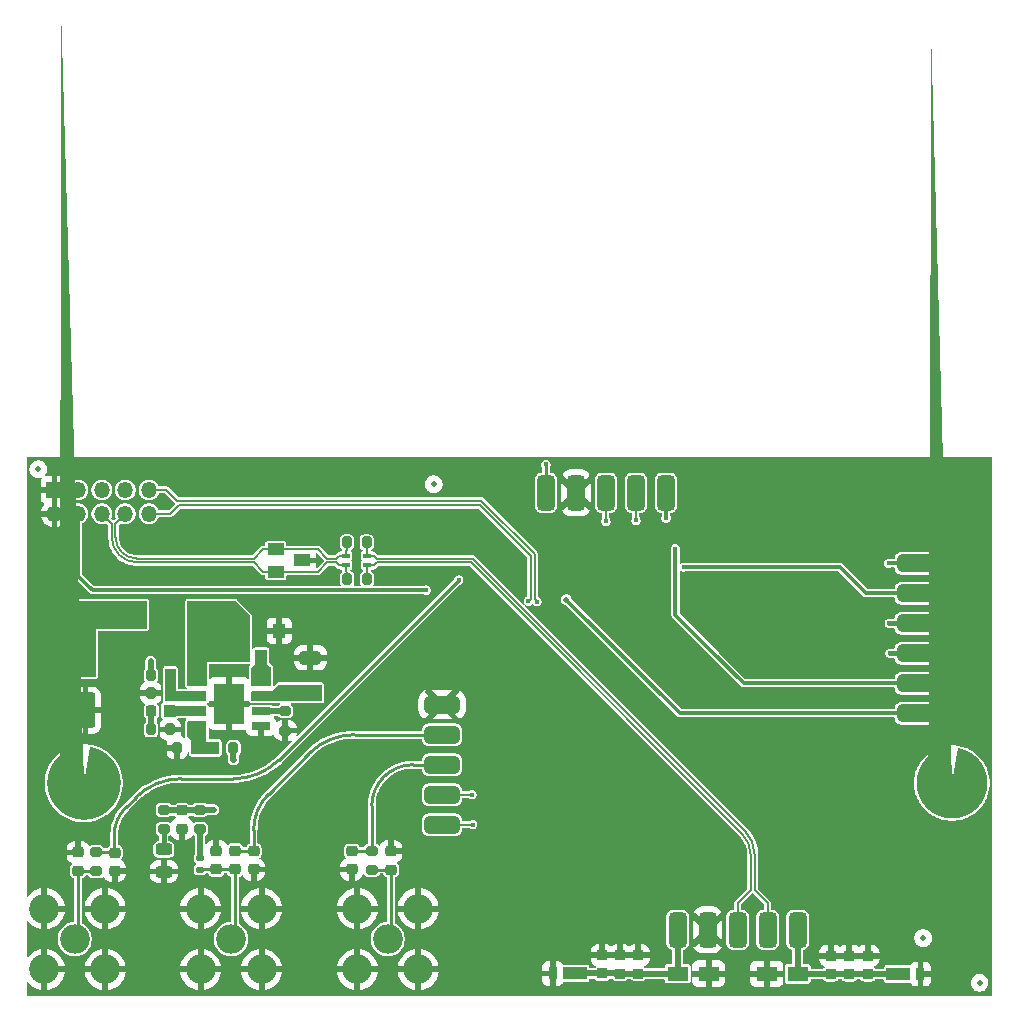
<source format=gtl>
G04 #@! TF.GenerationSoftware,KiCad,Pcbnew,9.0.0*
G04 #@! TF.CreationDate,2025-09-02T12:19:59+03:00*
G04 #@! TF.ProjectId,GSM_SMA_V1.0,47534d5f-534d-4415-9f56-312e302e6b69,rev?*
G04 #@! TF.SameCoordinates,Original*
G04 #@! TF.FileFunction,Copper,L1,Top*
G04 #@! TF.FilePolarity,Positive*
%FSLAX46Y46*%
G04 Gerber Fmt 4.6, Leading zero omitted, Abs format (unit mm)*
G04 Created by KiCad (PCBNEW 9.0.0) date 2025-09-02 12:19:59*
%MOMM*%
%LPD*%
G01*
G04 APERTURE LIST*
G04 Aperture macros list*
%AMRoundRect*
0 Rectangle with rounded corners*
0 $1 Rounding radius*
0 $2 $3 $4 $5 $6 $7 $8 $9 X,Y pos of 4 corners*
0 Add a 4 corners polygon primitive as box body*
4,1,4,$2,$3,$4,$5,$6,$7,$8,$9,$2,$3,0*
0 Add four circle primitives for the rounded corners*
1,1,$1+$1,$2,$3*
1,1,$1+$1,$4,$5*
1,1,$1+$1,$6,$7*
1,1,$1+$1,$8,$9*
0 Add four rect primitives between the rounded corners*
20,1,$1+$1,$2,$3,$4,$5,0*
20,1,$1+$1,$4,$5,$6,$7,0*
20,1,$1+$1,$6,$7,$8,$9,0*
20,1,$1+$1,$8,$9,$2,$3,0*%
%AMFreePoly0*
4,1,57,0.519269,3.056200,0.858190,2.978844,1.186319,2.864027,1.499529,2.713193,1.793881,2.528239,2.065674,2.311491,2.311491,2.065674,2.528239,1.793881,2.713193,1.499529,2.864027,1.186319,2.978844,0.858190,3.056200,0.519269,3.095123,0.173818,3.095123,-0.173818,3.056200,-0.519269,2.978844,-0.858190,2.864027,-1.186319,2.713193,-1.499529,2.528239,-1.793881,2.311491,-2.065674,
2.065674,-2.311491,1.793881,-2.528239,1.499529,-2.713193,1.186319,-2.864027,0.858190,-2.978844,0.519269,-3.056200,0.173818,-3.095123,-0.173818,-3.095123,-0.519269,-3.056200,-0.858190,-2.978844,-1.186319,-2.864027,-1.499529,-2.713193,-1.793881,-2.528239,-2.065674,-2.311491,-2.311491,-2.065674,-2.528239,-1.793881,-2.713193,-1.499529,-2.864027,-1.186319,-2.978844,-0.858190,-3.056200,-0.519269,
-3.095123,-0.173818,-3.095123,0.173818,-3.056200,0.519269,-2.978844,0.858190,-2.864027,1.186319,-2.713193,1.499529,-2.528239,1.793881,-2.311491,2.065674,-2.065674,2.311491,-1.793881,2.528239,-1.499529,2.713193,-1.186319,2.864027,-0.858190,2.978844,-0.519269,3.056200,-0.173818,3.095123,0.173818,3.095123,0.519269,3.056200,0.519269,3.056200,$1*%
%AMFreePoly1*
4,1,57,0.502519,2.957613,0.830507,2.882752,1.148050,2.771639,1.451157,2.625670,1.736014,2.446683,1.999040,2.236926,2.236926,1.999040,2.446683,1.736014,2.625670,1.451157,2.771639,1.148050,2.882752,0.830507,2.957613,0.502519,2.995280,0.168211,2.995280,-0.168211,2.957613,-0.502519,2.882752,-0.830507,2.771639,-1.148050,2.625670,-1.451157,2.446683,-1.736014,2.236926,-1.999040,
1.999040,-2.236926,1.736014,-2.446683,1.451157,-2.625670,1.148050,-2.771639,0.830507,-2.882752,0.502519,-2.957613,0.168211,-2.995280,-0.168211,-2.995280,-0.502519,-2.957613,-0.830507,-2.882752,-1.148050,-2.771639,-1.451157,-2.625670,-1.736014,-2.446683,-1.999040,-2.236926,-2.236926,-1.999040,-2.446683,-1.736014,-2.625670,-1.451157,-2.771639,-1.148050,-2.882752,-0.830507,-2.957613,-0.502519,
-2.995280,-0.168211,-2.995280,0.168211,-2.957613,0.502519,-2.882752,0.830507,-2.771639,1.148050,-2.625670,1.451157,-2.446683,1.736014,-2.236926,1.999040,-1.999040,2.236926,-1.736014,2.446683,-1.451157,2.625670,-1.148050,2.771639,-0.830507,2.882752,-0.502519,2.957613,-0.168211,2.995280,0.168211,2.995280,0.502519,2.957613,0.502519,2.957613,$1*%
G04 Aperture macros list end*
G04 #@! TA.AperFunction,SMDPad,CuDef*
%ADD10RoundRect,0.225000X0.250000X-0.225000X0.250000X0.225000X-0.250000X0.225000X-0.250000X-0.225000X0*%
G04 #@! TD*
G04 #@! TA.AperFunction,SMDPad,CuDef*
%ADD11RoundRect,0.225000X-0.250000X0.225000X-0.250000X-0.225000X0.250000X-0.225000X0.250000X0.225000X0*%
G04 #@! TD*
G04 #@! TA.AperFunction,SMDPad,CuDef*
%ADD12C,0.500000*%
G04 #@! TD*
G04 #@! TA.AperFunction,SMDPad,CuDef*
%ADD13RoundRect,0.225000X0.225000X0.250000X-0.225000X0.250000X-0.225000X-0.250000X0.225000X-0.250000X0*%
G04 #@! TD*
G04 #@! TA.AperFunction,SMDPad,CuDef*
%ADD14R,1.400000X1.000000*%
G04 #@! TD*
G04 #@! TA.AperFunction,SMDPad,CuDef*
%ADD15RoundRect,0.200000X-0.200000X-0.275000X0.200000X-0.275000X0.200000X0.275000X-0.200000X0.275000X0*%
G04 #@! TD*
G04 #@! TA.AperFunction,SMDPad,CuDef*
%ADD16R,1.600000X2.200000*%
G04 #@! TD*
G04 #@! TA.AperFunction,SMDPad,CuDef*
%ADD17RoundRect,0.200000X0.275000X-0.200000X0.275000X0.200000X-0.275000X0.200000X-0.275000X-0.200000X0*%
G04 #@! TD*
G04 #@! TA.AperFunction,SMDPad,CuDef*
%ADD18R,1.120000X1.220000*%
G04 #@! TD*
G04 #@! TA.AperFunction,SMDPad,CuDef*
%ADD19R,2.000000X1.100000*%
G04 #@! TD*
G04 #@! TA.AperFunction,SMDPad,CuDef*
%ADD20R,0.800000X1.100000*%
G04 #@! TD*
G04 #@! TA.AperFunction,SMDPad,CuDef*
%ADD21R,0.750000X0.400000*%
G04 #@! TD*
G04 #@! TA.AperFunction,WasherPad*
%ADD22FreePoly0,270.000000*%
G04 #@! TD*
G04 #@! TA.AperFunction,ComponentPad*
%ADD23O,2.500000X2.500000*%
G04 #@! TD*
G04 #@! TA.AperFunction,SMDPad,CuDef*
%ADD24RoundRect,0.250000X0.650000X-0.325000X0.650000X0.325000X-0.650000X0.325000X-0.650000X-0.325000X0*%
G04 #@! TD*
G04 #@! TA.AperFunction,SMDPad,CuDef*
%ADD25R,1.800000X1.230000*%
G04 #@! TD*
G04 #@! TA.AperFunction,SMDPad,CuDef*
%ADD26RoundRect,0.200000X0.200000X0.275000X-0.200000X0.275000X-0.200000X-0.275000X0.200000X-0.275000X0*%
G04 #@! TD*
G04 #@! TA.AperFunction,SMDPad,CuDef*
%ADD27RoundRect,0.250000X-0.550000X1.250000X-0.550000X-1.250000X0.550000X-1.250000X0.550000X1.250000X0*%
G04 #@! TD*
G04 #@! TA.AperFunction,WasherPad*
%ADD28FreePoly1,270.000000*%
G04 #@! TD*
G04 #@! TA.AperFunction,SMDPad,CuDef*
%ADD29RoundRect,0.375000X1.125000X0.375000X-1.125000X0.375000X-1.125000X-0.375000X1.125000X-0.375000X0*%
G04 #@! TD*
G04 #@! TA.AperFunction,SMDPad,CuDef*
%ADD30RoundRect,0.375000X-0.375000X1.125000X-0.375000X-1.125000X0.375000X-1.125000X0.375000X1.125000X0*%
G04 #@! TD*
G04 #@! TA.AperFunction,SMDPad,CuDef*
%ADD31RoundRect,0.200000X-0.275000X0.200000X-0.275000X-0.200000X0.275000X-0.200000X0.275000X0.200000X0*%
G04 #@! TD*
G04 #@! TA.AperFunction,SMDPad,CuDef*
%ADD32RoundRect,0.147500X-0.172500X0.147500X-0.172500X-0.147500X0.172500X-0.147500X0.172500X0.147500X0*%
G04 #@! TD*
G04 #@! TA.AperFunction,SMDPad,CuDef*
%ADD33R,1.525000X0.700000*%
G04 #@! TD*
G04 #@! TA.AperFunction,SMDPad,CuDef*
%ADD34R,2.560000X3.450000*%
G04 #@! TD*
G04 #@! TA.AperFunction,SMDPad,CuDef*
%ADD35RoundRect,0.243750X0.456250X-0.243750X0.456250X0.243750X-0.456250X0.243750X-0.456250X-0.243750X0*%
G04 #@! TD*
G04 #@! TA.AperFunction,ComponentPad*
%ADD36R,1.350000X1.350000*%
G04 #@! TD*
G04 #@! TA.AperFunction,ComponentPad*
%ADD37O,1.350000X1.350000*%
G04 #@! TD*
G04 #@! TA.AperFunction,ViaPad*
%ADD38C,0.400000*%
G04 #@! TD*
G04 #@! TA.AperFunction,ViaPad*
%ADD39C,0.508000*%
G04 #@! TD*
G04 #@! TA.AperFunction,ViaPad*
%ADD40C,0.500000*%
G04 #@! TD*
G04 #@! TA.AperFunction,Conductor*
%ADD41C,0.400000*%
G04 #@! TD*
G04 #@! TA.AperFunction,Conductor*
%ADD42C,0.183150*%
G04 #@! TD*
G04 #@! TA.AperFunction,Conductor*
%ADD43C,0.508000*%
G04 #@! TD*
G04 #@! TA.AperFunction,Conductor*
%ADD44C,0.254000*%
G04 #@! TD*
G04 #@! TA.AperFunction,Conductor*
%ADD45C,0.300000*%
G04 #@! TD*
G04 #@! TA.AperFunction,Conductor*
%ADD46C,0.190000*%
G04 #@! TD*
G04 #@! TA.AperFunction,Conductor*
%ADD47C,0.200000*%
G04 #@! TD*
G04 APERTURE END LIST*
D10*
X144950000Y-119650000D03*
X144950000Y-118100000D03*
D11*
X91360000Y-109255000D03*
X91360000Y-110805000D03*
D12*
X151190000Y-116610000D03*
D13*
X95135000Y-92700000D03*
X93585000Y-92700000D03*
D10*
X127080000Y-119615000D03*
X127080000Y-118065000D03*
D14*
X96390000Y-83691500D03*
X96390000Y-85591500D03*
X98590000Y-84641500D03*
D13*
X87405000Y-97390000D03*
X85855000Y-97390000D03*
D15*
X85805000Y-94320000D03*
X87455000Y-94320000D03*
D16*
X91020000Y-89250000D03*
X84620000Y-89250000D03*
D17*
X104510000Y-110855000D03*
X104510000Y-109205000D03*
D18*
X93580000Y-90580000D03*
X96680000Y-90580000D03*
D19*
X149070000Y-119655000D03*
D20*
X150970000Y-119655000D03*
D11*
X106130000Y-109265000D03*
X106130000Y-110815000D03*
D12*
X76280000Y-76920000D03*
D21*
X104150453Y-85050055D03*
X104150453Y-84250055D03*
X102300453Y-84250055D03*
X102300453Y-85050055D03*
D17*
X81180000Y-110955000D03*
X81180000Y-109305000D03*
D10*
X125540000Y-119615000D03*
X125540000Y-118065000D03*
D12*
X155970000Y-120400000D03*
D22*
X80130000Y-103490000D03*
D23*
X105860000Y-116690000D03*
X103285000Y-114115000D03*
X108435000Y-114115000D03*
X108435000Y-119265000D03*
X103285000Y-119265000D03*
D11*
X94510000Y-109255000D03*
X94510000Y-110805000D03*
D19*
X121740000Y-119610000D03*
D20*
X119840000Y-119610000D03*
D12*
X109760000Y-78190000D03*
D10*
X124010000Y-119610000D03*
X124010000Y-118060000D03*
D11*
X79650000Y-109365000D03*
X79650000Y-110915000D03*
D24*
X99310000Y-95825000D03*
X99310000Y-92875000D03*
D10*
X92940000Y-110785000D03*
X92940000Y-109235000D03*
D25*
X130410000Y-119620000D03*
X133030000Y-119620000D03*
D10*
X143360000Y-119650000D03*
X143360000Y-118100000D03*
D26*
X89705000Y-100510000D03*
X88055000Y-100510000D03*
D27*
X80280000Y-92930000D03*
X80280000Y-97330000D03*
D28*
X153630000Y-103490000D03*
D29*
X110470000Y-107010000D03*
X110470000Y-104470000D03*
X110470000Y-101930000D03*
X110470000Y-99390000D03*
X110470000Y-96850000D03*
D30*
X119260000Y-78900000D03*
X121800000Y-78900000D03*
X124340000Y-78900000D03*
X126880000Y-78900000D03*
X129420000Y-78900000D03*
D29*
X150480000Y-84880000D03*
X150480000Y-87420000D03*
X150480000Y-89960000D03*
X150480000Y-92500000D03*
X150480000Y-95040000D03*
X150480000Y-97580000D03*
D30*
X140570000Y-115900000D03*
X138030000Y-115900000D03*
X135490000Y-115900000D03*
X132950000Y-115900000D03*
X130410000Y-115900000D03*
D11*
X82740000Y-109370000D03*
X82740000Y-110920000D03*
D15*
X85815000Y-98950000D03*
X87465000Y-98950000D03*
X102428933Y-83109673D03*
X104078933Y-83109673D03*
D26*
X87455000Y-95850000D03*
X85805000Y-95850000D03*
D31*
X97192000Y-97390000D03*
X97192000Y-99040000D03*
D23*
X92610000Y-116690000D03*
X90035000Y-114115000D03*
X95185000Y-114115000D03*
X95185000Y-119265000D03*
X90035000Y-119265000D03*
D11*
X102810000Y-109255000D03*
X102810000Y-110805000D03*
D32*
X89970000Y-109845000D03*
X89970000Y-110815000D03*
D33*
X89708000Y-94855000D03*
X89708000Y-96125000D03*
X89708000Y-97395000D03*
X89708000Y-98665000D03*
X95132000Y-98665000D03*
X95132000Y-97395000D03*
X95132000Y-96125000D03*
X95132000Y-94855000D03*
D34*
X92420000Y-96760000D03*
D35*
X86910000Y-110977500D03*
X86910000Y-109102500D03*
D25*
X140570000Y-119650000D03*
X137950000Y-119650000D03*
D23*
X79360000Y-116690000D03*
X76785000Y-114115000D03*
X81935000Y-114115000D03*
X81935000Y-119265000D03*
X76785000Y-119265000D03*
D26*
X104100000Y-86240000D03*
X102450000Y-86240000D03*
D17*
X86890000Y-107395000D03*
X86890000Y-105745000D03*
D31*
X89970000Y-105745000D03*
X89970000Y-107395000D03*
D10*
X146530000Y-119650000D03*
X146530000Y-118100000D03*
D15*
X91155000Y-100510000D03*
X92805000Y-100510000D03*
D11*
X88430000Y-105795000D03*
X88430000Y-107345000D03*
D36*
X77650000Y-78670000D03*
D37*
X77650000Y-80670000D03*
X79650000Y-78670000D03*
X79650000Y-80670000D03*
X81650000Y-78670000D03*
X81650000Y-80670000D03*
X83650000Y-78670000D03*
X83650000Y-80670000D03*
X85650000Y-78670000D03*
X85650000Y-80670000D03*
D38*
X99910000Y-84640000D03*
X134770000Y-84570000D03*
D39*
X128430000Y-119620000D03*
X91120000Y-105740000D03*
X92810000Y-101520000D03*
X83010000Y-89640000D03*
X142190000Y-119650000D03*
X83000000Y-88770000D03*
D38*
X148400000Y-92500000D03*
X119250000Y-76510000D03*
X111875000Y-86295000D03*
X109110000Y-87150000D03*
D39*
X120995000Y-87965000D03*
D38*
X118490000Y-88120000D03*
X113060000Y-107010000D03*
X88460000Y-96120000D03*
X117770000Y-88090000D03*
X112990000Y-104470000D03*
D40*
X85790000Y-93160000D03*
D38*
X97520000Y-95980000D03*
X96910000Y-95970000D03*
X124340000Y-81310000D03*
X126880000Y-81250000D03*
X148270000Y-84880000D03*
X130910000Y-85200000D03*
X130220000Y-83630000D03*
X129430000Y-81040000D03*
X148330000Y-89960000D03*
D41*
X98591500Y-84640000D02*
X98590000Y-84641500D01*
D42*
X77650000Y-80670000D02*
X77650000Y-80674922D01*
D41*
X99910000Y-84640000D02*
X98591500Y-84640000D01*
D43*
X91115000Y-105745000D02*
X91120000Y-105740000D01*
X140570000Y-119650000D02*
X140570000Y-115900000D01*
X130410000Y-119620000D02*
X130410000Y-115900000D01*
X144950000Y-119650000D02*
X146530000Y-119650000D01*
X130410000Y-119620000D02*
X128430000Y-119620000D01*
X125535000Y-119610000D02*
X125540000Y-119615000D01*
X140570000Y-119650000D02*
X142190000Y-119650000D01*
X121740000Y-119610000D02*
X124010000Y-119610000D01*
X86940000Y-105795000D02*
X86890000Y-105745000D01*
X88430000Y-105795000D02*
X86940000Y-105795000D01*
X146530000Y-119650000D02*
X149065000Y-119650000D01*
X89970000Y-105745000D02*
X91115000Y-105745000D01*
X89920000Y-105795000D02*
X89970000Y-105745000D01*
X128425000Y-119615000D02*
X128430000Y-119620000D01*
X130405000Y-119615000D02*
X130410000Y-119620000D01*
X149065000Y-119650000D02*
X149070000Y-119655000D01*
X125540000Y-119615000D02*
X127080000Y-119615000D01*
X143360000Y-119650000D02*
X142190000Y-119650000D01*
X127080000Y-119615000D02*
X128425000Y-119615000D01*
X92805000Y-101515000D02*
X92810000Y-101520000D01*
X92805000Y-100510000D02*
X92805000Y-101515000D01*
X124010000Y-119610000D02*
X125535000Y-119610000D01*
X143360000Y-119650000D02*
X144950000Y-119650000D01*
X88430000Y-105795000D02*
X89920000Y-105795000D01*
D41*
X148400000Y-92500000D02*
X150480000Y-92500000D01*
D44*
X119250000Y-78890000D02*
X119260000Y-78900000D01*
D43*
X82685000Y-109315000D02*
X82740000Y-109370000D01*
D44*
X96643792Y-101526207D02*
X111875000Y-86295000D01*
X82695000Y-107950000D02*
X82695000Y-109355000D01*
D43*
X82675000Y-109305000D02*
X82740000Y-109370000D01*
D44*
X84526206Y-104713792D02*
X83688485Y-105551514D01*
X119250000Y-76510000D02*
X119250000Y-78890000D01*
X81180000Y-109305000D02*
X82675000Y-109305000D01*
X88373963Y-103120000D02*
X92796036Y-103120000D01*
X88373963Y-103120000D02*
G75*
G03*
X84526215Y-104713801I37J-5441600D01*
G01*
X96643792Y-101526207D02*
G75*
G02*
X92796036Y-103120010I-3847792J3847807D01*
G01*
X83688485Y-105551514D02*
G75*
G03*
X82695008Y-107950000I2398515J-2398486D01*
G01*
D43*
X85855000Y-98910000D02*
X85815000Y-98950000D01*
X85855000Y-97390000D02*
X85855000Y-98910000D01*
D44*
X104510000Y-105429568D02*
X104510000Y-109205000D01*
X108009568Y-101930000D02*
X110470000Y-101930000D01*
X102860000Y-109205000D02*
X102810000Y-109255000D01*
X104510000Y-109205000D02*
X102860000Y-109205000D01*
X105535000Y-102955000D02*
G75*
G03*
X104509987Y-105429568I2474600J-2474600D01*
G01*
X108009568Y-101930000D02*
G75*
G03*
X105535009Y-102955009I32J-3499600D01*
G01*
X103063963Y-99390000D02*
X110470000Y-99390000D01*
X94510000Y-109255000D02*
X92960000Y-109255000D01*
X92960000Y-109255000D02*
X92940000Y-109235000D01*
X94510000Y-107472500D02*
X94510000Y-109255000D01*
X95770417Y-104429582D02*
X99216207Y-100983792D01*
X103063963Y-99390000D02*
G75*
G03*
X99216236Y-100983821I37J-5441500D01*
G01*
X95770417Y-104429582D02*
G75*
G03*
X94509989Y-107472500I3042883J-3042918D01*
G01*
X79650000Y-110915000D02*
X79650000Y-116680000D01*
X79650000Y-116680000D02*
X79640000Y-116690000D01*
D45*
X81190000Y-110910000D02*
X81185000Y-110915000D01*
D44*
X81140000Y-110915000D02*
X81180000Y-110955000D01*
X79650000Y-110915000D02*
X81140000Y-110915000D01*
X104550000Y-110815000D02*
X104510000Y-110855000D01*
X106140000Y-110825000D02*
X106130000Y-110815000D01*
X106130000Y-110815000D02*
X104550000Y-110815000D01*
X106140000Y-116690000D02*
X106140000Y-110825000D01*
X92920000Y-110805000D02*
X91360000Y-110805000D01*
X92920000Y-110805000D02*
X92920000Y-116660000D01*
X89980000Y-110805000D02*
X89970000Y-110815000D01*
X92900000Y-110785000D02*
X92920000Y-110805000D01*
X91360000Y-110805000D02*
X89980000Y-110805000D01*
X92920000Y-116660000D02*
X92890000Y-116690000D01*
D46*
X104954454Y-84808555D02*
X112924401Y-84808555D01*
X104150453Y-85050055D02*
X104712954Y-85050055D01*
X136601500Y-109612635D02*
X136601500Y-112538499D01*
X136601500Y-112538499D02*
X135490000Y-113649999D01*
X135490000Y-113649999D02*
X135490000Y-115900000D01*
X104150453Y-85050055D02*
X104100000Y-85100508D01*
X104712954Y-85050055D02*
X104954454Y-84808555D01*
X104100000Y-85100508D02*
X104100000Y-86240000D01*
X135804603Y-107688757D02*
X112924401Y-84808555D01*
X135804603Y-107688757D02*
G75*
G02*
X136601467Y-109612635I-1923903J-1923843D01*
G01*
X136918500Y-109481327D02*
X136918500Y-112538499D01*
X104150453Y-84250055D02*
X104712954Y-84250055D01*
X104712954Y-84250055D02*
X104954454Y-84491555D01*
X138030000Y-113649999D02*
X138030000Y-115900000D01*
X104150453Y-83181193D02*
X104078933Y-83109673D01*
X104954454Y-84491555D02*
X113055709Y-84491555D01*
X136121603Y-107557449D02*
X113055709Y-84491555D01*
X104150453Y-84250055D02*
X104150453Y-83181193D01*
X136918500Y-112538499D02*
X138030000Y-113649999D01*
X136121603Y-107557449D02*
G75*
G02*
X136918473Y-109481327I-1923903J-1923851D01*
G01*
D45*
X130610000Y-97580000D02*
X150480000Y-97580000D01*
X120995000Y-87965000D02*
X130610000Y-97580000D01*
X79650000Y-80670000D02*
X79650000Y-85940000D01*
X80870000Y-87160000D02*
X95130000Y-87160000D01*
X95130000Y-87160000D02*
X109100000Y-87160000D01*
X109100000Y-87160000D02*
X109110000Y-87150000D01*
X80560000Y-86850000D02*
X80870000Y-87160000D01*
X79650000Y-85940000D02*
X80560000Y-86850000D01*
D42*
X79650000Y-80670000D02*
X79650000Y-80674922D01*
D47*
X118300000Y-87930000D02*
X118490000Y-88120000D01*
X85650000Y-78670000D02*
X87130000Y-78670000D01*
X88030000Y-79570000D02*
X113780000Y-79570000D01*
X118300000Y-84090000D02*
X118300000Y-87930000D01*
X87130000Y-78670000D02*
X88030000Y-79570000D01*
X113780000Y-79570000D02*
X118300000Y-84090000D01*
X113060000Y-107010000D02*
X110470000Y-107010000D01*
D46*
X102300453Y-85520453D02*
X102450000Y-85670000D01*
X96390000Y-85591500D02*
X95339999Y-85591500D01*
X99948500Y-85591500D02*
X96390000Y-85591500D01*
X84649873Y-84800000D02*
X94548499Y-84800000D01*
X82491500Y-81511500D02*
X81650000Y-80670000D01*
X95339999Y-85591500D02*
X94548499Y-84800000D01*
X102300453Y-85050055D02*
X102300453Y-85520453D01*
X82491500Y-82641626D02*
X82491500Y-81511500D01*
X102300453Y-85050055D02*
X101737952Y-85050055D01*
X100730000Y-84810000D02*
X99948500Y-85591500D01*
X101737952Y-85050055D02*
X101497897Y-84810000D01*
X102450000Y-85670000D02*
X102450000Y-86210000D01*
X101497897Y-84810000D02*
X100730000Y-84810000D01*
X83123673Y-84167827D02*
G75*
G03*
X84649873Y-84800011I1526227J1526227D01*
G01*
X82491500Y-82641626D02*
G75*
G03*
X83123681Y-84167819I2158400J26D01*
G01*
D47*
X87450000Y-80670000D02*
X87930000Y-80190000D01*
X88690000Y-79960000D02*
X113706138Y-79960000D01*
X85650000Y-80670000D02*
X87450000Y-80670000D01*
X117970000Y-87890000D02*
X117770000Y-88090000D01*
X87930000Y-80190000D02*
X88160000Y-79960000D01*
X117970000Y-84223862D02*
X117970000Y-85200000D01*
X117970000Y-85200000D02*
X117970000Y-87890000D01*
X110470000Y-104470000D02*
X112990000Y-104470000D01*
X114523069Y-80776931D02*
X117970000Y-84223862D01*
X88160000Y-79960000D02*
X88690000Y-79960000D01*
X113706138Y-79960000D02*
X114523069Y-80776931D01*
D46*
X96390000Y-83691500D02*
X99961500Y-83691500D01*
X82808500Y-81511500D02*
X83650000Y-80670000D01*
X100760000Y-84490000D02*
X101480000Y-84490000D01*
X84649877Y-84483000D02*
X94548499Y-84483000D01*
X96390000Y-83691500D02*
X95339999Y-83691500D01*
X102428933Y-83731067D02*
X102428933Y-83109673D01*
X102300453Y-83859547D02*
X102428933Y-83731067D01*
X99961500Y-83691500D02*
X100760000Y-84490000D01*
X82808500Y-82641622D02*
X82808500Y-81511500D01*
X102300453Y-84250055D02*
X102300453Y-83859547D01*
X95339999Y-83691500D02*
X94548499Y-84483000D01*
X101719945Y-84250055D02*
X102300453Y-84250055D01*
X101480000Y-84490000D02*
X101719945Y-84250055D01*
X83347827Y-83943673D02*
G75*
G03*
X84649877Y-84483009I1302073J1302073D01*
G01*
X82808500Y-82641622D02*
G75*
G03*
X83347834Y-83943666I1841400J22D01*
G01*
D43*
X85805000Y-93175000D02*
X85790000Y-93160000D01*
X85805000Y-94320000D02*
X85805000Y-93175000D01*
X89970000Y-107395000D02*
X89970000Y-109845000D01*
D47*
X124340000Y-81310000D02*
X124340000Y-78900000D01*
X126880000Y-81250000D02*
X126880000Y-78900000D01*
D45*
X148270000Y-84880000D02*
X150480000Y-84880000D01*
X146390000Y-87420000D02*
X150480000Y-87420000D01*
X144150000Y-85180000D02*
X146390000Y-87420000D01*
X130930000Y-85180000D02*
X144150000Y-85180000D01*
X130910000Y-85200000D02*
X130930000Y-85180000D01*
X150480000Y-95040000D02*
X136020000Y-95040000D01*
X130220000Y-89240000D02*
X130220000Y-83630000D01*
X133260000Y-92280000D02*
X130220000Y-89240000D01*
X136020000Y-95040000D02*
X133260000Y-92280000D01*
X129430000Y-78910000D02*
X129420000Y-78900000D01*
X129430000Y-81040000D02*
X129430000Y-78910000D01*
D41*
X148330000Y-89960000D02*
X150480000Y-89960000D01*
D43*
X97192000Y-97390000D02*
X95137000Y-97390000D01*
X95137000Y-97390000D02*
X95132000Y-97395000D01*
D41*
X86890000Y-107395000D02*
X86890000Y-109082500D01*
X86890000Y-109082500D02*
X86910000Y-109102500D01*
G04 #@! TA.AperFunction,Conductor*
G36*
X95625648Y-92204352D02*
G01*
X95640000Y-92239000D01*
X95640000Y-93370000D01*
X95935648Y-93665648D01*
X95950000Y-93700296D01*
X95950000Y-95221000D01*
X95935648Y-95255648D01*
X95901000Y-95270000D01*
X94369000Y-95270000D01*
X94334352Y-95255648D01*
X94320000Y-95221000D01*
X94320000Y-93720296D01*
X94334352Y-93685648D01*
X94354352Y-93665648D01*
X94630000Y-93390000D01*
X94630000Y-92239000D01*
X94644352Y-92204352D01*
X94679000Y-92190000D01*
X95591000Y-92190000D01*
X95625648Y-92204352D01*
G37*
G04 #@! TD.AperFunction*
G04 #@! TA.AperFunction,Conductor*
G36*
X85465648Y-88104352D02*
G01*
X85480000Y-88139000D01*
X85480000Y-90361000D01*
X85465648Y-90395648D01*
X85431000Y-90410000D01*
X81130000Y-90410000D01*
X81130000Y-94431000D01*
X81115648Y-94465648D01*
X81081000Y-94480000D01*
X79469000Y-94480000D01*
X79434352Y-94465648D01*
X79420000Y-94431000D01*
X79420000Y-88139000D01*
X79434352Y-88104352D01*
X79469000Y-88090000D01*
X85431000Y-88090000D01*
X85465648Y-88104352D01*
G37*
G04 #@! TD.AperFunction*
G04 #@! TA.AperFunction,Conductor*
G36*
X92984352Y-88114352D02*
G01*
X94175648Y-89305648D01*
X94190000Y-89340296D01*
X94190000Y-93171000D01*
X94175648Y-93205648D01*
X94141000Y-93220000D01*
X90530000Y-93220000D01*
X90530000Y-95211000D01*
X90515648Y-95245648D01*
X90481000Y-95260000D01*
X88939000Y-95260000D01*
X88904352Y-95245648D01*
X88890000Y-95211000D01*
X88890000Y-88149000D01*
X88904352Y-88114352D01*
X88939000Y-88100000D01*
X92949704Y-88100000D01*
X92984352Y-88114352D01*
G37*
G04 #@! TD.AperFunction*
G04 #@! TA.AperFunction,Conductor*
G36*
X87885648Y-93804352D02*
G01*
X87900000Y-93839000D01*
X87900000Y-95720000D01*
X90471000Y-95720000D01*
X90505648Y-95734352D01*
X90520000Y-95769000D01*
X90520000Y-96481000D01*
X90505648Y-96515648D01*
X90471000Y-96530000D01*
X87059000Y-96530000D01*
X87024352Y-96515648D01*
X87010000Y-96481000D01*
X87010000Y-93839000D01*
X87024352Y-93804352D01*
X87059000Y-93790000D01*
X87851000Y-93790000D01*
X87885648Y-93804352D01*
G37*
G04 #@! TD.AperFunction*
G04 #@! TA.AperFunction,Conductor*
G36*
X100244772Y-95174352D02*
G01*
X100259124Y-95209000D01*
X100259124Y-96481000D01*
X100244772Y-96515648D01*
X100210124Y-96530000D01*
X98549086Y-96530000D01*
X94369000Y-96530000D01*
X94334352Y-96515648D01*
X94320000Y-96481000D01*
X94320000Y-95769000D01*
X94334352Y-95734352D01*
X94369000Y-95720000D01*
X96089999Y-95720000D01*
X96090000Y-95720000D01*
X96635648Y-95174352D01*
X96670296Y-95160000D01*
X100210124Y-95160000D01*
X100244772Y-95174352D01*
G37*
G04 #@! TD.AperFunction*
G04 #@! TA.AperFunction,Conductor*
G36*
X87794352Y-96874352D02*
G01*
X87920000Y-97000000D01*
X90471000Y-97000000D01*
X90505648Y-97014352D01*
X90520000Y-97049000D01*
X90520000Y-97751000D01*
X90505648Y-97785648D01*
X90471000Y-97800000D01*
X87940000Y-97800000D01*
X87834352Y-97905648D01*
X87799704Y-97920000D01*
X86949000Y-97920000D01*
X86914352Y-97905648D01*
X86900000Y-97871000D01*
X86900000Y-96909000D01*
X86914352Y-96874352D01*
X86949000Y-96860000D01*
X87759704Y-96860000D01*
X87794352Y-96874352D01*
G37*
G04 #@! TD.AperFunction*
G04 #@! TA.AperFunction,Conductor*
G36*
X90505648Y-98274352D02*
G01*
X90520000Y-98309000D01*
X90520000Y-99540000D01*
X90520000Y-99980000D01*
X91551000Y-99980000D01*
X91585648Y-99994352D01*
X91600000Y-100029000D01*
X91600000Y-100991000D01*
X91585648Y-101025648D01*
X91551000Y-101040000D01*
X89299000Y-101040000D01*
X89264352Y-101025648D01*
X89250000Y-100991000D01*
X89250000Y-99940000D01*
X88914352Y-99604352D01*
X88900000Y-99569704D01*
X88900000Y-98309000D01*
X88914352Y-98274352D01*
X88949000Y-98260000D01*
X90471000Y-98260000D01*
X90505648Y-98274352D01*
G37*
G04 #@! TD.AperFunction*
G04 #@! TA.AperFunction,Conductor*
G36*
X99865548Y-84013844D02*
G01*
X99869450Y-84017350D01*
X100452452Y-84600352D01*
X100466804Y-84635000D01*
X100452452Y-84669648D01*
X99871016Y-85251083D01*
X99836368Y-85265435D01*
X99801720Y-85251083D01*
X99787368Y-85216435D01*
X99787649Y-85211196D01*
X99790000Y-85189333D01*
X99790000Y-84093665D01*
X99786083Y-84057236D01*
X99796648Y-84021252D01*
X99829564Y-84003279D01*
X99865548Y-84013844D01*
G37*
G04 #@! TD.AperFunction*
G04 #@! TA.AperFunction,Conductor*
G36*
X77900000Y-80354314D02*
G01*
X77895606Y-80349920D01*
X77804394Y-80297259D01*
X77702661Y-80270000D01*
X77597339Y-80270000D01*
X77495606Y-80297259D01*
X77404394Y-80349920D01*
X77400000Y-80354314D01*
X77400000Y-78985686D01*
X77404394Y-78990080D01*
X77495606Y-79042741D01*
X77597339Y-79070000D01*
X77702661Y-79070000D01*
X77804394Y-79042741D01*
X77895606Y-78990080D01*
X77900000Y-78985686D01*
X77900000Y-80354314D01*
G37*
G04 #@! TD.AperFunction*
G04 #@! TA.AperFunction,Conductor*
G36*
X156975148Y-75854852D02*
G01*
X156989500Y-75889500D01*
X156989500Y-121490500D01*
X156975148Y-121525148D01*
X156940500Y-121539500D01*
X75339500Y-121539500D01*
X75304852Y-121525148D01*
X75290500Y-121490500D01*
X75290500Y-120336369D01*
X75304852Y-120301721D01*
X75339500Y-120287369D01*
X75374148Y-120301721D01*
X75378374Y-120306540D01*
X75466452Y-120421325D01*
X75466462Y-120421337D01*
X75628662Y-120583537D01*
X75628674Y-120583547D01*
X75810653Y-120723185D01*
X75810668Y-120723195D01*
X76009333Y-120837894D01*
X76009332Y-120837894D01*
X76221272Y-120925682D01*
X76221278Y-120925684D01*
X76442847Y-120985054D01*
X76535000Y-120997187D01*
X76535000Y-119973240D01*
X76566233Y-119986178D01*
X76711131Y-120015000D01*
X76858869Y-120015000D01*
X77003767Y-119986178D01*
X77035000Y-119973240D01*
X77035000Y-120997186D01*
X77127152Y-120985054D01*
X77348721Y-120925684D01*
X77348727Y-120925682D01*
X77560667Y-120837894D01*
X77759331Y-120723195D01*
X77759346Y-120723185D01*
X77941325Y-120583547D01*
X77941337Y-120583537D01*
X78103537Y-120421337D01*
X78103547Y-120421325D01*
X78243185Y-120239346D01*
X78243195Y-120239331D01*
X78357894Y-120040667D01*
X78445682Y-119828727D01*
X78445684Y-119828721D01*
X78505054Y-119607152D01*
X78517188Y-119515000D01*
X77493241Y-119515000D01*
X77506178Y-119483767D01*
X77535000Y-119338869D01*
X77535000Y-119191131D01*
X77506178Y-119046233D01*
X77493241Y-119015000D01*
X78517187Y-119015000D01*
X80202812Y-119015000D01*
X81226759Y-119015000D01*
X81213822Y-119046233D01*
X81185000Y-119191131D01*
X81185000Y-119338869D01*
X81213822Y-119483767D01*
X81226759Y-119515000D01*
X80202812Y-119515000D01*
X80214945Y-119607152D01*
X80274315Y-119828721D01*
X80274317Y-119828727D01*
X80362105Y-120040667D01*
X80476804Y-120239331D01*
X80476814Y-120239346D01*
X80616452Y-120421325D01*
X80616462Y-120421337D01*
X80778662Y-120583537D01*
X80778674Y-120583547D01*
X80960653Y-120723185D01*
X80960668Y-120723195D01*
X81159333Y-120837894D01*
X81159332Y-120837894D01*
X81371272Y-120925682D01*
X81371278Y-120925684D01*
X81592847Y-120985054D01*
X81685000Y-120997187D01*
X81685000Y-119973240D01*
X81716233Y-119986178D01*
X81861131Y-120015000D01*
X82008869Y-120015000D01*
X82153767Y-119986178D01*
X82185000Y-119973240D01*
X82185000Y-120997186D01*
X82277152Y-120985054D01*
X82498721Y-120925684D01*
X82498727Y-120925682D01*
X82710667Y-120837894D01*
X82909331Y-120723195D01*
X82909346Y-120723185D01*
X83091325Y-120583547D01*
X83091337Y-120583537D01*
X83253537Y-120421337D01*
X83253547Y-120421325D01*
X83393185Y-120239346D01*
X83393195Y-120239331D01*
X83507894Y-120040667D01*
X83595682Y-119828727D01*
X83595684Y-119828721D01*
X83655054Y-119607152D01*
X83667188Y-119515000D01*
X82643241Y-119515000D01*
X82656178Y-119483767D01*
X82685000Y-119338869D01*
X82685000Y-119191131D01*
X82656178Y-119046233D01*
X82643241Y-119015000D01*
X83667187Y-119015000D01*
X88302812Y-119015000D01*
X89326759Y-119015000D01*
X89313822Y-119046233D01*
X89285000Y-119191131D01*
X89285000Y-119338869D01*
X89313822Y-119483767D01*
X89326759Y-119515000D01*
X88302812Y-119515000D01*
X88314945Y-119607152D01*
X88374315Y-119828721D01*
X88374317Y-119828727D01*
X88462105Y-120040667D01*
X88576804Y-120239331D01*
X88576814Y-120239346D01*
X88716452Y-120421325D01*
X88716462Y-120421337D01*
X88878662Y-120583537D01*
X88878674Y-120583547D01*
X89060653Y-120723185D01*
X89060668Y-120723195D01*
X89259333Y-120837894D01*
X89259332Y-120837894D01*
X89471272Y-120925682D01*
X89471278Y-120925684D01*
X89692847Y-120985054D01*
X89785000Y-120997187D01*
X89785000Y-119973240D01*
X89816233Y-119986178D01*
X89961131Y-120015000D01*
X90108869Y-120015000D01*
X90253767Y-119986178D01*
X90285000Y-119973240D01*
X90285000Y-120997186D01*
X90377152Y-120985054D01*
X90598721Y-120925684D01*
X90598727Y-120925682D01*
X90810667Y-120837894D01*
X91009331Y-120723195D01*
X91009346Y-120723185D01*
X91191325Y-120583547D01*
X91191337Y-120583537D01*
X91353537Y-120421337D01*
X91353547Y-120421325D01*
X91493185Y-120239346D01*
X91493195Y-120239331D01*
X91607894Y-120040667D01*
X91695682Y-119828727D01*
X91695684Y-119828721D01*
X91755054Y-119607152D01*
X91767188Y-119515000D01*
X90743241Y-119515000D01*
X90756178Y-119483767D01*
X90785000Y-119338869D01*
X90785000Y-119191131D01*
X90756178Y-119046233D01*
X90743241Y-119015000D01*
X91767187Y-119015000D01*
X93452812Y-119015000D01*
X94476759Y-119015000D01*
X94463822Y-119046233D01*
X94435000Y-119191131D01*
X94435000Y-119338869D01*
X94463822Y-119483767D01*
X94476759Y-119515000D01*
X93452812Y-119515000D01*
X93464945Y-119607152D01*
X93524315Y-119828721D01*
X93524317Y-119828727D01*
X93612105Y-120040667D01*
X93726804Y-120239331D01*
X93726814Y-120239346D01*
X93866452Y-120421325D01*
X93866462Y-120421337D01*
X94028662Y-120583537D01*
X94028674Y-120583547D01*
X94210653Y-120723185D01*
X94210668Y-120723195D01*
X94409333Y-120837894D01*
X94409332Y-120837894D01*
X94621272Y-120925682D01*
X94621278Y-120925684D01*
X94842847Y-120985054D01*
X94935000Y-120997187D01*
X94935000Y-119973240D01*
X94966233Y-119986178D01*
X95111131Y-120015000D01*
X95258869Y-120015000D01*
X95403767Y-119986178D01*
X95435000Y-119973240D01*
X95435000Y-120997186D01*
X95527152Y-120985054D01*
X95748721Y-120925684D01*
X95748727Y-120925682D01*
X95960667Y-120837894D01*
X96159331Y-120723195D01*
X96159346Y-120723185D01*
X96341325Y-120583547D01*
X96341337Y-120583537D01*
X96503537Y-120421337D01*
X96503547Y-120421325D01*
X96643185Y-120239346D01*
X96643195Y-120239331D01*
X96757894Y-120040667D01*
X96845682Y-119828727D01*
X96845684Y-119828721D01*
X96905054Y-119607152D01*
X96917188Y-119515000D01*
X95893241Y-119515000D01*
X95906178Y-119483767D01*
X95935000Y-119338869D01*
X95935000Y-119191131D01*
X95906178Y-119046233D01*
X95893241Y-119015000D01*
X96917187Y-119015000D01*
X101552812Y-119015000D01*
X102576759Y-119015000D01*
X102563822Y-119046233D01*
X102535000Y-119191131D01*
X102535000Y-119338869D01*
X102563822Y-119483767D01*
X102576759Y-119515000D01*
X101552812Y-119515000D01*
X101564945Y-119607152D01*
X101624315Y-119828721D01*
X101624317Y-119828727D01*
X101712105Y-120040667D01*
X101826804Y-120239331D01*
X101826814Y-120239346D01*
X101966452Y-120421325D01*
X101966462Y-120421337D01*
X102128662Y-120583537D01*
X102128674Y-120583547D01*
X102310653Y-120723185D01*
X102310668Y-120723195D01*
X102509333Y-120837894D01*
X102509332Y-120837894D01*
X102721272Y-120925682D01*
X102721278Y-120925684D01*
X102942847Y-120985054D01*
X103035000Y-120997187D01*
X103035000Y-119973240D01*
X103066233Y-119986178D01*
X103211131Y-120015000D01*
X103358869Y-120015000D01*
X103503767Y-119986178D01*
X103535000Y-119973240D01*
X103535000Y-120997186D01*
X103627152Y-120985054D01*
X103848721Y-120925684D01*
X103848727Y-120925682D01*
X104060667Y-120837894D01*
X104259331Y-120723195D01*
X104259346Y-120723185D01*
X104441325Y-120583547D01*
X104441337Y-120583537D01*
X104603537Y-120421337D01*
X104603547Y-120421325D01*
X104743185Y-120239346D01*
X104743195Y-120239331D01*
X104857894Y-120040667D01*
X104945682Y-119828727D01*
X104945684Y-119828721D01*
X105005054Y-119607152D01*
X105017188Y-119515000D01*
X103993241Y-119515000D01*
X104006178Y-119483767D01*
X104035000Y-119338869D01*
X104035000Y-119191131D01*
X104006178Y-119046233D01*
X103993241Y-119015000D01*
X105017187Y-119015000D01*
X106702812Y-119015000D01*
X107726759Y-119015000D01*
X107713822Y-119046233D01*
X107685000Y-119191131D01*
X107685000Y-119338869D01*
X107713822Y-119483767D01*
X107726759Y-119515000D01*
X106702812Y-119515000D01*
X106714945Y-119607152D01*
X106774315Y-119828721D01*
X106774317Y-119828727D01*
X106862105Y-120040667D01*
X106976804Y-120239331D01*
X106976814Y-120239346D01*
X107116452Y-120421325D01*
X107116462Y-120421337D01*
X107278662Y-120583537D01*
X107278674Y-120583547D01*
X107460653Y-120723185D01*
X107460668Y-120723195D01*
X107659333Y-120837894D01*
X107659332Y-120837894D01*
X107871272Y-120925682D01*
X107871278Y-120925684D01*
X108092847Y-120985054D01*
X108185000Y-120997187D01*
X108185000Y-119973240D01*
X108216233Y-119986178D01*
X108361131Y-120015000D01*
X108508869Y-120015000D01*
X108653767Y-119986178D01*
X108685000Y-119973240D01*
X108685000Y-120997186D01*
X108777152Y-120985054D01*
X108998721Y-120925684D01*
X108998727Y-120925682D01*
X109210667Y-120837894D01*
X109409331Y-120723195D01*
X109409346Y-120723185D01*
X109591325Y-120583547D01*
X109591337Y-120583537D01*
X109753537Y-120421337D01*
X109753547Y-120421325D01*
X109893185Y-120239346D01*
X109893195Y-120239331D01*
X109911380Y-120207834D01*
X118940000Y-120207834D01*
X118946401Y-120267372D01*
X118946401Y-120267373D01*
X118996648Y-120402091D01*
X119082811Y-120517188D01*
X119197908Y-120603351D01*
X119332626Y-120653598D01*
X119392166Y-120660000D01*
X119590000Y-120660000D01*
X119590000Y-119860000D01*
X118940000Y-119860000D01*
X118940000Y-120207834D01*
X109911380Y-120207834D01*
X110007894Y-120040667D01*
X110095682Y-119828727D01*
X110095683Y-119828724D01*
X110096140Y-119827021D01*
X110096140Y-119827020D01*
X110155054Y-119607152D01*
X110167188Y-119515000D01*
X109143241Y-119515000D01*
X109156178Y-119483767D01*
X109185000Y-119338869D01*
X109185000Y-119191131D01*
X109156178Y-119046233D01*
X109143241Y-119015000D01*
X110167188Y-119015000D01*
X110166815Y-119012165D01*
X118940000Y-119012165D01*
X118940000Y-119360000D01*
X119590000Y-119360000D01*
X119590000Y-118560000D01*
X120090000Y-118560000D01*
X120090000Y-120660000D01*
X120287834Y-120660000D01*
X120347372Y-120653598D01*
X120347373Y-120653598D01*
X120482091Y-120603351D01*
X120597188Y-120517188D01*
X120683352Y-120402090D01*
X120686975Y-120392377D01*
X120712530Y-120364928D01*
X120732886Y-120360500D01*
X122759745Y-120360500D01*
X122759748Y-120360500D01*
X122818231Y-120348867D01*
X122884552Y-120304552D01*
X122928867Y-120238231D01*
X122940500Y-120179748D01*
X122940500Y-120113500D01*
X122954852Y-120078852D01*
X122989500Y-120064500D01*
X123369358Y-120064500D01*
X123404006Y-120078852D01*
X123408771Y-120085408D01*
X123409202Y-120085096D01*
X123411472Y-120088220D01*
X123506779Y-120183527D01*
X123506786Y-120183532D01*
X123616299Y-120239331D01*
X123626874Y-120244719D01*
X123726512Y-120260500D01*
X123726514Y-120260500D01*
X124293486Y-120260500D01*
X124293488Y-120260500D01*
X124393126Y-120244719D01*
X124465517Y-120207834D01*
X124513213Y-120183532D01*
X124513215Y-120183530D01*
X124513220Y-120183528D01*
X124608528Y-120088220D01*
X124608530Y-120088215D01*
X124610798Y-120085096D01*
X124612629Y-120086426D01*
X124635516Y-120066893D01*
X124650642Y-120064500D01*
X124896811Y-120064500D01*
X124931459Y-120078852D01*
X124940468Y-120091249D01*
X124941472Y-120093220D01*
X124941475Y-120093223D01*
X125036779Y-120188527D01*
X125036786Y-120188532D01*
X125147057Y-120244717D01*
X125156874Y-120249719D01*
X125256512Y-120265500D01*
X125256514Y-120265500D01*
X125823486Y-120265500D01*
X125823488Y-120265500D01*
X125923126Y-120249719D01*
X126005330Y-120207834D01*
X126043213Y-120188532D01*
X126043215Y-120188530D01*
X126043220Y-120188528D01*
X126138528Y-120093220D01*
X126138530Y-120093215D01*
X126140798Y-120090096D01*
X126142629Y-120091426D01*
X126165516Y-120071893D01*
X126180642Y-120069500D01*
X126439358Y-120069500D01*
X126474006Y-120083852D01*
X126478771Y-120090408D01*
X126479202Y-120090096D01*
X126481472Y-120093220D01*
X126576779Y-120188527D01*
X126576786Y-120188532D01*
X126687057Y-120244717D01*
X126696874Y-120249719D01*
X126796512Y-120265500D01*
X126796514Y-120265500D01*
X127363486Y-120265500D01*
X127363488Y-120265500D01*
X127463126Y-120249719D01*
X127545330Y-120207834D01*
X127583213Y-120188532D01*
X127583215Y-120188530D01*
X127583220Y-120188528D01*
X127678528Y-120093220D01*
X127678530Y-120093215D01*
X127680798Y-120090096D01*
X127682629Y-120091426D01*
X127705516Y-120071893D01*
X127720642Y-120069500D01*
X128345050Y-120069500D01*
X128357731Y-120071169D01*
X128365132Y-120073152D01*
X128370163Y-120074501D01*
X128370164Y-120074501D01*
X128492833Y-120074501D01*
X128492849Y-120074500D01*
X129260500Y-120074500D01*
X129295148Y-120088852D01*
X129309500Y-120123500D01*
X129309500Y-120254748D01*
X129321133Y-120313231D01*
X129329720Y-120326082D01*
X129365447Y-120379552D01*
X129392012Y-120397301D01*
X129431769Y-120423867D01*
X129490252Y-120435500D01*
X129490255Y-120435500D01*
X131329745Y-120435500D01*
X131329748Y-120435500D01*
X131388231Y-120423867D01*
X131454552Y-120379552D01*
X131498867Y-120313231D01*
X131504913Y-120282834D01*
X131630000Y-120282834D01*
X131636401Y-120342372D01*
X131636401Y-120342373D01*
X131686648Y-120477091D01*
X131772811Y-120592188D01*
X131887908Y-120678351D01*
X132022626Y-120728598D01*
X132082166Y-120735000D01*
X132780000Y-120735000D01*
X133280000Y-120735000D01*
X133977834Y-120735000D01*
X134037372Y-120728598D01*
X134037373Y-120728598D01*
X134172091Y-120678351D01*
X134287188Y-120592188D01*
X134373351Y-120477091D01*
X134423598Y-120342373D01*
X134423598Y-120342372D01*
X134426774Y-120312834D01*
X136550000Y-120312834D01*
X136556401Y-120372372D01*
X136556401Y-120372373D01*
X136606648Y-120507091D01*
X136692811Y-120622188D01*
X136807908Y-120708351D01*
X136942626Y-120758598D01*
X137002166Y-120765000D01*
X137700000Y-120765000D01*
X138200000Y-120765000D01*
X138897834Y-120765000D01*
X138957372Y-120758598D01*
X138957373Y-120758598D01*
X139092091Y-120708351D01*
X139207188Y-120622188D01*
X139293351Y-120507091D01*
X139343598Y-120372373D01*
X139343598Y-120372372D01*
X139350000Y-120312834D01*
X139350000Y-119900000D01*
X138200000Y-119900000D01*
X138200000Y-120765000D01*
X137700000Y-120765000D01*
X137700000Y-119900000D01*
X136550000Y-119900000D01*
X136550000Y-120312834D01*
X134426774Y-120312834D01*
X134430000Y-120282834D01*
X134430000Y-119870000D01*
X133280000Y-119870000D01*
X133280000Y-120735000D01*
X132780000Y-120735000D01*
X132780000Y-119870000D01*
X131630000Y-119870000D01*
X131630000Y-120282834D01*
X131504913Y-120282834D01*
X131510500Y-120254748D01*
X131510500Y-118985252D01*
X131504913Y-118957165D01*
X131630000Y-118957165D01*
X131630000Y-119370000D01*
X132780000Y-119370000D01*
X133280000Y-119370000D01*
X134430000Y-119370000D01*
X134430000Y-118987165D01*
X136550000Y-118987165D01*
X136550000Y-119400000D01*
X137700000Y-119400000D01*
X138200000Y-119400000D01*
X139350000Y-119400000D01*
X139350000Y-119015252D01*
X139469500Y-119015252D01*
X139469500Y-120284748D01*
X139481133Y-120343231D01*
X139484899Y-120348867D01*
X139525447Y-120409552D01*
X139552012Y-120427301D01*
X139591769Y-120453867D01*
X139650252Y-120465500D01*
X139650255Y-120465500D01*
X141489745Y-120465500D01*
X141489748Y-120465500D01*
X141548231Y-120453867D01*
X141614552Y-120409552D01*
X141658867Y-120343231D01*
X141670500Y-120284748D01*
X141670500Y-120153500D01*
X141684852Y-120118852D01*
X141719500Y-120104500D01*
X142130164Y-120104500D01*
X142249836Y-120104500D01*
X142719358Y-120104500D01*
X142754006Y-120118852D01*
X142758771Y-120125408D01*
X142759202Y-120125096D01*
X142761472Y-120128220D01*
X142856779Y-120223527D01*
X142856786Y-120223532D01*
X142973174Y-120282834D01*
X142976874Y-120284719D01*
X143076512Y-120300500D01*
X143076514Y-120300500D01*
X143643486Y-120300500D01*
X143643488Y-120300500D01*
X143743126Y-120284719D01*
X143811821Y-120249717D01*
X143863213Y-120223532D01*
X143863215Y-120223530D01*
X143863220Y-120223528D01*
X143958528Y-120128220D01*
X143958530Y-120128215D01*
X143960798Y-120125096D01*
X143962629Y-120126426D01*
X143985516Y-120106893D01*
X144000642Y-120104500D01*
X144309358Y-120104500D01*
X144344006Y-120118852D01*
X144348771Y-120125408D01*
X144349202Y-120125096D01*
X144351472Y-120128220D01*
X144446779Y-120223527D01*
X144446786Y-120223532D01*
X144563174Y-120282834D01*
X144566874Y-120284719D01*
X144666512Y-120300500D01*
X144666514Y-120300500D01*
X145233486Y-120300500D01*
X145233488Y-120300500D01*
X145333126Y-120284719D01*
X145401821Y-120249717D01*
X145453213Y-120223532D01*
X145453215Y-120223530D01*
X145453220Y-120223528D01*
X145548528Y-120128220D01*
X145548530Y-120128215D01*
X145550798Y-120125096D01*
X145552629Y-120126426D01*
X145575516Y-120106893D01*
X145590642Y-120104500D01*
X145889358Y-120104500D01*
X145924006Y-120118852D01*
X145928771Y-120125408D01*
X145929202Y-120125096D01*
X145931472Y-120128220D01*
X146026779Y-120223527D01*
X146026786Y-120223532D01*
X146143174Y-120282834D01*
X146146874Y-120284719D01*
X146246512Y-120300500D01*
X146246514Y-120300500D01*
X146813486Y-120300500D01*
X146813488Y-120300500D01*
X146913126Y-120284719D01*
X146981821Y-120249717D01*
X147033213Y-120223532D01*
X147033215Y-120223530D01*
X147033220Y-120223528D01*
X147128528Y-120128220D01*
X147128530Y-120128215D01*
X147130798Y-120125096D01*
X147132629Y-120126426D01*
X147155516Y-120106893D01*
X147170642Y-120104500D01*
X147820500Y-120104500D01*
X147855148Y-120118852D01*
X147869500Y-120153500D01*
X147869500Y-120224748D01*
X147881133Y-120283231D01*
X147896708Y-120306540D01*
X147925447Y-120349552D01*
X147948459Y-120364928D01*
X147991769Y-120393867D01*
X148050252Y-120405500D01*
X148050255Y-120405500D01*
X150077114Y-120405500D01*
X150111762Y-120419852D01*
X150123025Y-120437377D01*
X150126647Y-120447090D01*
X150212811Y-120562188D01*
X150327908Y-120648351D01*
X150462626Y-120698598D01*
X150522166Y-120705000D01*
X150720000Y-120705000D01*
X151220000Y-120705000D01*
X151417834Y-120705000D01*
X151477372Y-120698598D01*
X151477373Y-120698598D01*
X151612091Y-120648351D01*
X151727188Y-120562188D01*
X151813351Y-120447091D01*
X151858486Y-120326078D01*
X155219500Y-120326078D01*
X155219500Y-120473921D01*
X155248340Y-120618906D01*
X155248342Y-120618915D01*
X155304914Y-120755491D01*
X155304916Y-120755495D01*
X155387049Y-120878416D01*
X155491584Y-120982951D01*
X155614505Y-121065084D01*
X155682796Y-121093371D01*
X155751084Y-121121657D01*
X155751085Y-121121657D01*
X155751087Y-121121658D01*
X155896082Y-121150500D01*
X156043918Y-121150500D01*
X156188913Y-121121658D01*
X156325495Y-121065084D01*
X156448416Y-120982951D01*
X156552951Y-120878416D01*
X156635084Y-120755495D01*
X156691658Y-120618913D01*
X156720500Y-120473918D01*
X156720500Y-120326082D01*
X156691658Y-120181087D01*
X156691103Y-120179748D01*
X156655262Y-120093220D01*
X156635084Y-120044505D01*
X156552951Y-119921584D01*
X156448416Y-119817049D01*
X156325495Y-119734916D01*
X156325492Y-119734914D01*
X156325491Y-119734914D01*
X156188915Y-119678342D01*
X156188906Y-119678340D01*
X156043921Y-119649500D01*
X156043918Y-119649500D01*
X155896082Y-119649500D01*
X155896078Y-119649500D01*
X155751093Y-119678340D01*
X155751084Y-119678342D01*
X155614508Y-119734914D01*
X155491584Y-119817048D01*
X155387048Y-119921584D01*
X155304914Y-120044508D01*
X155248342Y-120181084D01*
X155248340Y-120181093D01*
X155219500Y-120326078D01*
X151858486Y-120326078D01*
X151863598Y-120312373D01*
X151870000Y-120252834D01*
X151870000Y-119905000D01*
X151220000Y-119905000D01*
X151220000Y-120705000D01*
X150720000Y-120705000D01*
X150720000Y-119405000D01*
X151220000Y-119405000D01*
X151870000Y-119405000D01*
X151870000Y-119057165D01*
X151863598Y-118997627D01*
X151863598Y-118997626D01*
X151813351Y-118862908D01*
X151727188Y-118747811D01*
X151612091Y-118661648D01*
X151477373Y-118611401D01*
X151417834Y-118605000D01*
X151220000Y-118605000D01*
X151220000Y-119405000D01*
X150720000Y-119405000D01*
X150720000Y-118605000D01*
X150522166Y-118605000D01*
X150462627Y-118611401D01*
X150462626Y-118611401D01*
X150327908Y-118661648D01*
X150212811Y-118747811D01*
X150126647Y-118862909D01*
X150123025Y-118872623D01*
X150097470Y-118900072D01*
X150077114Y-118904500D01*
X148050252Y-118904500D01*
X147995218Y-118915447D01*
X147991769Y-118916133D01*
X147925447Y-118960447D01*
X147882568Y-119024621D01*
X147881133Y-119026769D01*
X147869500Y-119085252D01*
X147869500Y-119085255D01*
X147869500Y-119146500D01*
X147855148Y-119181148D01*
X147820500Y-119195500D01*
X147170642Y-119195500D01*
X147135994Y-119181148D01*
X147131228Y-119174591D01*
X147130798Y-119174904D01*
X147128527Y-119171779D01*
X147035604Y-119078856D01*
X147021252Y-119044208D01*
X147035604Y-119009560D01*
X147054840Y-118997695D01*
X147088482Y-118986547D01*
X147088484Y-118986546D01*
X147232733Y-118897571D01*
X147352571Y-118777733D01*
X147441546Y-118633484D01*
X147494856Y-118472603D01*
X147505000Y-118373317D01*
X147505000Y-118350000D01*
X142385001Y-118350000D01*
X142385001Y-118373316D01*
X142395143Y-118472603D01*
X142448453Y-118633484D01*
X142537428Y-118777733D01*
X142657266Y-118897571D01*
X142801515Y-118986546D01*
X142835160Y-118997695D01*
X142863535Y-119022217D01*
X142866260Y-119059621D01*
X142854395Y-119078856D01*
X142761473Y-119171778D01*
X142759202Y-119174904D01*
X142757370Y-119173573D01*
X142734484Y-119193107D01*
X142719358Y-119195500D01*
X141719500Y-119195500D01*
X141684852Y-119181148D01*
X141670500Y-119146500D01*
X141670500Y-119015255D01*
X141670500Y-119015252D01*
X141658867Y-118956769D01*
X141627444Y-118909742D01*
X141614552Y-118890447D01*
X141572832Y-118862571D01*
X141548231Y-118846133D01*
X141489748Y-118834500D01*
X141489745Y-118834500D01*
X141073500Y-118834500D01*
X141038852Y-118820148D01*
X141024500Y-118785500D01*
X141024500Y-117826682D01*
X142385000Y-117826682D01*
X142385000Y-117850000D01*
X143110000Y-117850000D01*
X143610000Y-117850000D01*
X144700000Y-117850000D01*
X145200000Y-117850000D01*
X146280000Y-117850000D01*
X146780000Y-117850000D01*
X147504999Y-117850000D01*
X147504999Y-117826683D01*
X147494856Y-117727396D01*
X147441546Y-117566515D01*
X147352571Y-117422266D01*
X147232733Y-117302428D01*
X147088484Y-117213453D01*
X146927603Y-117160143D01*
X146828317Y-117150000D01*
X146780000Y-117150000D01*
X146780000Y-117850000D01*
X146280000Y-117850000D01*
X146280000Y-117150000D01*
X146231683Y-117150000D01*
X146132396Y-117160143D01*
X145971515Y-117213453D01*
X145827266Y-117302428D01*
X145774648Y-117355047D01*
X145740000Y-117369399D01*
X145705352Y-117355047D01*
X145652733Y-117302428D01*
X145508484Y-117213453D01*
X145347603Y-117160143D01*
X145248317Y-117150000D01*
X145200000Y-117150000D01*
X145200000Y-117850000D01*
X144700000Y-117850000D01*
X144700000Y-117150000D01*
X144651683Y-117150000D01*
X144552396Y-117160143D01*
X144391515Y-117213453D01*
X144247266Y-117302428D01*
X144189648Y-117360047D01*
X144155000Y-117374399D01*
X144120352Y-117360047D01*
X144062733Y-117302428D01*
X143918484Y-117213453D01*
X143757603Y-117160143D01*
X143658317Y-117150000D01*
X143610000Y-117150000D01*
X143610000Y-117850000D01*
X143110000Y-117850000D01*
X143110000Y-117150000D01*
X143061683Y-117150000D01*
X142962396Y-117160143D01*
X142801515Y-117213453D01*
X142657266Y-117302428D01*
X142537428Y-117422266D01*
X142448453Y-117566515D01*
X142395143Y-117727396D01*
X142385000Y-117826682D01*
X141024500Y-117826682D01*
X141024500Y-117637971D01*
X141038852Y-117603323D01*
X141067104Y-117589390D01*
X141095236Y-117585687D01*
X141235233Y-117527698D01*
X141355451Y-117435451D01*
X141447698Y-117315233D01*
X141505687Y-117175236D01*
X141520500Y-117062720D01*
X141520500Y-116536078D01*
X150439500Y-116536078D01*
X150439500Y-116683921D01*
X150468340Y-116828906D01*
X150468342Y-116828915D01*
X150524914Y-116965491D01*
X150524916Y-116965495D01*
X150567788Y-117029657D01*
X150589879Y-117062720D01*
X150607049Y-117088416D01*
X150711584Y-117192951D01*
X150834505Y-117275084D01*
X150894771Y-117300047D01*
X150971084Y-117331657D01*
X150971085Y-117331657D01*
X150971087Y-117331658D01*
X151116082Y-117360500D01*
X151263918Y-117360500D01*
X151408913Y-117331658D01*
X151545495Y-117275084D01*
X151668416Y-117192951D01*
X151772951Y-117088416D01*
X151855084Y-116965495D01*
X151911658Y-116828913D01*
X151940500Y-116683918D01*
X151940500Y-116536082D01*
X151911658Y-116391087D01*
X151855084Y-116254505D01*
X151772951Y-116131584D01*
X151668416Y-116027049D01*
X151545495Y-115944916D01*
X151545492Y-115944914D01*
X151545491Y-115944914D01*
X151408915Y-115888342D01*
X151408906Y-115888340D01*
X151263921Y-115859500D01*
X151263918Y-115859500D01*
X151116082Y-115859500D01*
X151116078Y-115859500D01*
X150971093Y-115888340D01*
X150971084Y-115888342D01*
X150834508Y-115944914D01*
X150711584Y-116027048D01*
X150607048Y-116131584D01*
X150524914Y-116254508D01*
X150468342Y-116391084D01*
X150468340Y-116391093D01*
X150439500Y-116536078D01*
X141520500Y-116536078D01*
X141520500Y-114737280D01*
X141505687Y-114624764D01*
X141453050Y-114497687D01*
X141447700Y-114484771D01*
X141447697Y-114484766D01*
X141437501Y-114471479D01*
X141355451Y-114364549D01*
X141315335Y-114333767D01*
X141235233Y-114272302D01*
X141235228Y-114272299D01*
X141095235Y-114214312D01*
X141017894Y-114204130D01*
X140982720Y-114199500D01*
X140157280Y-114199500D01*
X140125425Y-114203693D01*
X140044764Y-114214312D01*
X139904771Y-114272299D01*
X139904766Y-114272302D01*
X139784549Y-114364548D01*
X139784548Y-114364549D01*
X139692302Y-114484766D01*
X139692299Y-114484771D01*
X139634312Y-114624764D01*
X139624729Y-114697563D01*
X139619500Y-114737280D01*
X139619500Y-117062720D01*
X139622883Y-117088415D01*
X139634312Y-117175235D01*
X139692299Y-117315228D01*
X139692302Y-117315233D01*
X139722852Y-117355047D01*
X139784549Y-117435451D01*
X139904767Y-117527698D01*
X139904769Y-117527698D01*
X139904771Y-117527700D01*
X139998479Y-117566515D01*
X140044764Y-117585687D01*
X140072895Y-117589390D01*
X140105374Y-117608141D01*
X140115500Y-117637971D01*
X140115500Y-118785500D01*
X140101148Y-118820148D01*
X140066500Y-118834500D01*
X139650252Y-118834500D01*
X139596721Y-118845148D01*
X139591769Y-118846133D01*
X139525447Y-118890447D01*
X139500605Y-118927627D01*
X139481133Y-118956769D01*
X139469500Y-119015252D01*
X139350000Y-119015252D01*
X139350000Y-118987165D01*
X139343598Y-118927627D01*
X139343598Y-118927626D01*
X139293351Y-118792908D01*
X139207188Y-118677811D01*
X139092091Y-118591648D01*
X138957373Y-118541401D01*
X138897834Y-118535000D01*
X138200000Y-118535000D01*
X138200000Y-119400000D01*
X137700000Y-119400000D01*
X137700000Y-118535000D01*
X137002166Y-118535000D01*
X136942627Y-118541401D01*
X136942626Y-118541401D01*
X136807908Y-118591648D01*
X136692811Y-118677811D01*
X136606648Y-118792908D01*
X136556401Y-118927626D01*
X136556401Y-118927627D01*
X136550000Y-118987165D01*
X134430000Y-118987165D01*
X134430000Y-118957165D01*
X134423598Y-118897627D01*
X134423598Y-118897626D01*
X134373351Y-118762908D01*
X134287188Y-118647811D01*
X134172091Y-118561648D01*
X134037373Y-118511401D01*
X133977834Y-118505000D01*
X133280000Y-118505000D01*
X133280000Y-119370000D01*
X132780000Y-119370000D01*
X132780000Y-118505000D01*
X132082166Y-118505000D01*
X132022627Y-118511401D01*
X132022626Y-118511401D01*
X131887908Y-118561648D01*
X131772811Y-118647811D01*
X131686648Y-118762908D01*
X131636401Y-118897626D01*
X131636401Y-118897627D01*
X131630000Y-118957165D01*
X131504913Y-118957165D01*
X131498867Y-118926769D01*
X131474597Y-118890447D01*
X131454552Y-118860447D01*
X131412655Y-118832453D01*
X131388231Y-118816133D01*
X131329748Y-118804500D01*
X131329745Y-118804500D01*
X130913500Y-118804500D01*
X130878852Y-118790148D01*
X130864500Y-118755500D01*
X130864500Y-117637971D01*
X130878852Y-117603323D01*
X130907104Y-117589390D01*
X130935236Y-117585687D01*
X131075233Y-117527698D01*
X131195451Y-117435451D01*
X131287698Y-117315233D01*
X131293050Y-117302312D01*
X131742311Y-117302312D01*
X131748829Y-117328516D01*
X131748830Y-117328520D01*
X131833394Y-117499028D01*
X131833395Y-117499029D01*
X131952632Y-117647367D01*
X132100970Y-117766604D01*
X132100971Y-117766605D01*
X132271477Y-117851168D01*
X132456182Y-117897103D01*
X132498904Y-117900000D01*
X133401096Y-117900000D01*
X133443817Y-117897103D01*
X133628522Y-117851168D01*
X133799028Y-117766605D01*
X133799029Y-117766604D01*
X133947367Y-117647367D01*
X134066604Y-117499029D01*
X134066605Y-117499028D01*
X134151169Y-117328519D01*
X134151170Y-117328516D01*
X134157687Y-117302311D01*
X134157686Y-117302311D01*
X134112871Y-117347127D01*
X134078223Y-117361479D01*
X134043575Y-117347127D01*
X132950000Y-116253552D01*
X131856424Y-117347128D01*
X131821776Y-117361480D01*
X131787128Y-117347128D01*
X131742312Y-117302312D01*
X131742311Y-117302312D01*
X131293050Y-117302312D01*
X131345687Y-117175236D01*
X131360500Y-117062720D01*
X131360500Y-116796447D01*
X131700000Y-116796447D01*
X132596448Y-115900000D01*
X133303552Y-115900000D01*
X134200000Y-116796448D01*
X134200000Y-115003552D01*
X133303552Y-115900000D01*
X132596448Y-115900000D01*
X131700000Y-115003552D01*
X131700000Y-116796447D01*
X131360500Y-116796447D01*
X131360500Y-114737280D01*
X131345687Y-114624764D01*
X131293050Y-114497687D01*
X131293050Y-114497686D01*
X131742311Y-114497686D01*
X131787127Y-114452871D01*
X131821775Y-114438519D01*
X131856423Y-114452871D01*
X132949999Y-115546447D01*
X134043575Y-114452872D01*
X134078223Y-114438520D01*
X134112871Y-114452872D01*
X134157686Y-114497687D01*
X134157687Y-114497687D01*
X134151170Y-114471483D01*
X134151169Y-114471480D01*
X134066605Y-114300971D01*
X134066604Y-114300970D01*
X133947367Y-114152632D01*
X133799029Y-114033395D01*
X133799028Y-114033394D01*
X133628522Y-113948831D01*
X133443817Y-113902896D01*
X133401096Y-113900000D01*
X132498904Y-113900000D01*
X132456182Y-113902896D01*
X132271477Y-113948831D01*
X132100971Y-114033394D01*
X132100970Y-114033395D01*
X131952632Y-114152632D01*
X131833395Y-114300970D01*
X131833394Y-114300971D01*
X131748830Y-114471479D01*
X131748829Y-114471483D01*
X131742311Y-114497686D01*
X131293050Y-114497686D01*
X131287700Y-114484771D01*
X131287697Y-114484766D01*
X131277501Y-114471479D01*
X131195451Y-114364549D01*
X131155335Y-114333767D01*
X131075233Y-114272302D01*
X131075228Y-114272299D01*
X130935235Y-114214312D01*
X130857894Y-114204130D01*
X130822720Y-114199500D01*
X129997280Y-114199500D01*
X129965425Y-114203693D01*
X129884764Y-114214312D01*
X129744771Y-114272299D01*
X129744766Y-114272302D01*
X129624549Y-114364548D01*
X129624548Y-114364549D01*
X129532302Y-114484766D01*
X129532299Y-114484771D01*
X129474312Y-114624764D01*
X129464729Y-114697563D01*
X129459500Y-114737280D01*
X129459500Y-117062720D01*
X129462883Y-117088415D01*
X129474312Y-117175235D01*
X129532299Y-117315228D01*
X129532302Y-117315233D01*
X129562852Y-117355047D01*
X129624549Y-117435451D01*
X129744767Y-117527698D01*
X129744769Y-117527698D01*
X129744771Y-117527700D01*
X129838479Y-117566515D01*
X129884764Y-117585687D01*
X129912895Y-117589390D01*
X129945374Y-117608141D01*
X129955500Y-117637971D01*
X129955500Y-118755500D01*
X129941148Y-118790148D01*
X129906500Y-118804500D01*
X129490252Y-118804500D01*
X129434444Y-118815601D01*
X129431769Y-118816133D01*
X129365447Y-118860447D01*
X129328240Y-118916133D01*
X129321133Y-118926769D01*
X129309500Y-118985252D01*
X129309500Y-118985253D01*
X129309500Y-118985255D01*
X129309500Y-119116500D01*
X129295148Y-119151148D01*
X129260500Y-119165500D01*
X128509950Y-119165500D01*
X128497268Y-119163830D01*
X128489867Y-119161847D01*
X128484837Y-119160499D01*
X128484836Y-119160499D01*
X128365164Y-119160499D01*
X128362167Y-119160499D01*
X128362151Y-119160500D01*
X127720642Y-119160500D01*
X127685994Y-119146148D01*
X127681228Y-119139591D01*
X127680798Y-119139904D01*
X127678527Y-119136779D01*
X127585604Y-119043856D01*
X127571252Y-119009208D01*
X127585604Y-118974560D01*
X127604840Y-118962695D01*
X127638482Y-118951547D01*
X127638484Y-118951546D01*
X127782733Y-118862571D01*
X127902571Y-118742733D01*
X127991546Y-118598484D01*
X128044856Y-118437603D01*
X128055000Y-118338317D01*
X128055000Y-118315000D01*
X124535296Y-118315000D01*
X124523225Y-118310000D01*
X123035001Y-118310000D01*
X123035001Y-118333316D01*
X123045143Y-118432603D01*
X123098453Y-118593484D01*
X123187428Y-118737733D01*
X123307266Y-118857571D01*
X123451515Y-118946546D01*
X123485160Y-118957695D01*
X123513535Y-118982217D01*
X123516260Y-119019621D01*
X123504395Y-119038856D01*
X123411473Y-119131778D01*
X123409202Y-119134904D01*
X123407370Y-119133573D01*
X123384484Y-119153107D01*
X123369358Y-119155500D01*
X122989500Y-119155500D01*
X122954852Y-119141148D01*
X122940500Y-119106500D01*
X122940500Y-119040255D01*
X122940500Y-119040252D01*
X122928867Y-118981769D01*
X122892690Y-118927627D01*
X122884552Y-118915447D01*
X122844795Y-118888882D01*
X122818231Y-118871133D01*
X122759748Y-118859500D01*
X120732886Y-118859500D01*
X120698238Y-118845148D01*
X120686975Y-118827623D01*
X120683352Y-118817909D01*
X120597188Y-118702811D01*
X120482091Y-118616648D01*
X120347373Y-118566401D01*
X120287834Y-118560000D01*
X120090000Y-118560000D01*
X119590000Y-118560000D01*
X119392166Y-118560000D01*
X119332627Y-118566401D01*
X119332626Y-118566401D01*
X119197908Y-118616648D01*
X119082811Y-118702811D01*
X118996648Y-118817908D01*
X118946401Y-118952626D01*
X118946401Y-118952627D01*
X118940000Y-119012165D01*
X110166815Y-119012165D01*
X110155054Y-118922847D01*
X110095684Y-118701278D01*
X110095682Y-118701272D01*
X110007894Y-118489332D01*
X109893195Y-118290668D01*
X109893185Y-118290653D01*
X109753547Y-118108674D01*
X109753537Y-118108662D01*
X109591337Y-117946462D01*
X109591325Y-117946452D01*
X109432152Y-117824313D01*
X109432150Y-117824313D01*
X109409337Y-117806808D01*
X109409331Y-117806804D01*
X109374479Y-117786682D01*
X123035000Y-117786682D01*
X123035000Y-117810000D01*
X123760000Y-117810000D01*
X124260000Y-117810000D01*
X125014704Y-117810000D01*
X125026775Y-117815000D01*
X125290000Y-117815000D01*
X125790000Y-117815000D01*
X126830000Y-117815000D01*
X127330000Y-117815000D01*
X128054999Y-117815000D01*
X128054999Y-117791683D01*
X128044856Y-117692396D01*
X127991546Y-117531515D01*
X127902571Y-117387266D01*
X127782733Y-117267428D01*
X127638484Y-117178453D01*
X127477603Y-117125143D01*
X127378317Y-117115000D01*
X127330000Y-117115000D01*
X127330000Y-117815000D01*
X126830000Y-117815000D01*
X126830000Y-117115000D01*
X126781683Y-117115000D01*
X126682396Y-117125143D01*
X126521515Y-117178453D01*
X126377266Y-117267428D01*
X126344648Y-117300047D01*
X126310000Y-117314399D01*
X126275352Y-117300047D01*
X126242733Y-117267428D01*
X126098484Y-117178453D01*
X125937603Y-117125143D01*
X125838317Y-117115000D01*
X125790000Y-117115000D01*
X125790000Y-117815000D01*
X125290000Y-117815000D01*
X125290000Y-117115000D01*
X125241683Y-117115000D01*
X125142396Y-117125143D01*
X124981515Y-117178453D01*
X124837266Y-117267428D01*
X124812148Y-117292547D01*
X124777500Y-117306899D01*
X124742852Y-117292547D01*
X124712733Y-117262428D01*
X124568484Y-117173453D01*
X124407603Y-117120143D01*
X124308317Y-117110000D01*
X124260000Y-117110000D01*
X124260000Y-117810000D01*
X123760000Y-117810000D01*
X123760000Y-117110000D01*
X123711683Y-117110000D01*
X123612396Y-117120143D01*
X123451515Y-117173453D01*
X123307266Y-117262428D01*
X123187428Y-117382266D01*
X123098453Y-117526515D01*
X123045143Y-117687396D01*
X123035000Y-117786682D01*
X109374479Y-117786682D01*
X109210666Y-117692105D01*
X109210667Y-117692105D01*
X108998727Y-117604317D01*
X108998721Y-117604315D01*
X108777152Y-117544945D01*
X108685000Y-117532812D01*
X108685000Y-118556759D01*
X108653767Y-118543822D01*
X108508869Y-118515000D01*
X108361131Y-118515000D01*
X108216233Y-118543822D01*
X108185000Y-118556759D01*
X108185000Y-117532812D01*
X108092847Y-117544945D01*
X107871278Y-117604315D01*
X107871272Y-117604317D01*
X107659332Y-117692105D01*
X107460668Y-117806804D01*
X107460653Y-117806814D01*
X107278674Y-117946452D01*
X107278662Y-117946462D01*
X107116462Y-118108662D01*
X107116452Y-118108674D01*
X106976814Y-118290653D01*
X106976804Y-118290668D01*
X106862105Y-118489332D01*
X106774317Y-118701272D01*
X106774315Y-118701278D01*
X106714945Y-118922847D01*
X106702812Y-119015000D01*
X105017187Y-119015000D01*
X105005054Y-118922847D01*
X104945684Y-118701278D01*
X104945682Y-118701272D01*
X104857894Y-118489332D01*
X104743195Y-118290668D01*
X104743185Y-118290653D01*
X104603547Y-118108674D01*
X104603537Y-118108662D01*
X104441337Y-117946462D01*
X104441325Y-117946452D01*
X104259346Y-117806814D01*
X104259331Y-117806804D01*
X104060666Y-117692105D01*
X104060667Y-117692105D01*
X103848727Y-117604317D01*
X103848721Y-117604315D01*
X103627152Y-117544945D01*
X103535000Y-117532812D01*
X103535000Y-118556759D01*
X103503767Y-118543822D01*
X103358869Y-118515000D01*
X103211131Y-118515000D01*
X103066233Y-118543822D01*
X103035000Y-118556759D01*
X103035000Y-117532812D01*
X102942847Y-117544945D01*
X102721278Y-117604315D01*
X102721272Y-117604317D01*
X102509332Y-117692105D01*
X102310668Y-117806804D01*
X102310653Y-117806814D01*
X102128674Y-117946452D01*
X102128662Y-117946462D01*
X101966462Y-118108662D01*
X101966452Y-118108674D01*
X101826814Y-118290653D01*
X101826804Y-118290668D01*
X101712105Y-118489332D01*
X101624317Y-118701272D01*
X101624315Y-118701278D01*
X101564945Y-118922847D01*
X101552812Y-119015000D01*
X96917187Y-119015000D01*
X96905054Y-118922847D01*
X96845684Y-118701278D01*
X96845682Y-118701272D01*
X96757894Y-118489332D01*
X96643195Y-118290668D01*
X96643185Y-118290653D01*
X96503547Y-118108674D01*
X96503537Y-118108662D01*
X96341337Y-117946462D01*
X96341325Y-117946452D01*
X96159346Y-117806814D01*
X96159331Y-117806804D01*
X95960666Y-117692105D01*
X95960667Y-117692105D01*
X95748727Y-117604317D01*
X95748721Y-117604315D01*
X95527152Y-117544945D01*
X95435000Y-117532812D01*
X95435000Y-118556759D01*
X95403767Y-118543822D01*
X95258869Y-118515000D01*
X95111131Y-118515000D01*
X94966233Y-118543822D01*
X94935000Y-118556759D01*
X94935000Y-117532812D01*
X94842847Y-117544945D01*
X94621278Y-117604315D01*
X94621272Y-117604317D01*
X94409332Y-117692105D01*
X94210668Y-117806804D01*
X94210653Y-117806814D01*
X94028674Y-117946452D01*
X94028662Y-117946462D01*
X93866462Y-118108662D01*
X93866452Y-118108674D01*
X93726814Y-118290653D01*
X93726804Y-118290668D01*
X93612105Y-118489332D01*
X93524317Y-118701272D01*
X93524315Y-118701278D01*
X93464945Y-118922847D01*
X93452812Y-119015000D01*
X91767187Y-119015000D01*
X91755054Y-118922847D01*
X91695684Y-118701278D01*
X91695682Y-118701272D01*
X91607894Y-118489332D01*
X91493195Y-118290668D01*
X91493185Y-118290653D01*
X91353547Y-118108674D01*
X91353537Y-118108662D01*
X91191337Y-117946462D01*
X91191325Y-117946452D01*
X91009346Y-117806814D01*
X91009331Y-117806804D01*
X90810666Y-117692105D01*
X90810667Y-117692105D01*
X90598727Y-117604317D01*
X90598721Y-117604315D01*
X90377152Y-117544945D01*
X90285000Y-117532812D01*
X90285000Y-118556759D01*
X90253767Y-118543822D01*
X90108869Y-118515000D01*
X89961131Y-118515000D01*
X89816233Y-118543822D01*
X89785000Y-118556759D01*
X89785000Y-117532812D01*
X89692847Y-117544945D01*
X89471278Y-117604315D01*
X89471272Y-117604317D01*
X89259332Y-117692105D01*
X89060668Y-117806804D01*
X89060653Y-117806814D01*
X88878674Y-117946452D01*
X88878662Y-117946462D01*
X88716462Y-118108662D01*
X88716452Y-118108674D01*
X88576814Y-118290653D01*
X88576804Y-118290668D01*
X88462105Y-118489332D01*
X88374317Y-118701272D01*
X88374315Y-118701278D01*
X88314945Y-118922847D01*
X88302812Y-119015000D01*
X83667187Y-119015000D01*
X83655054Y-118922847D01*
X83595684Y-118701278D01*
X83595682Y-118701272D01*
X83507894Y-118489332D01*
X83393195Y-118290668D01*
X83393185Y-118290653D01*
X83253547Y-118108674D01*
X83253537Y-118108662D01*
X83091337Y-117946462D01*
X83091325Y-117946452D01*
X82909346Y-117806814D01*
X82909331Y-117806804D01*
X82710666Y-117692105D01*
X82710667Y-117692105D01*
X82498727Y-117604317D01*
X82498721Y-117604315D01*
X82277152Y-117544945D01*
X82185000Y-117532812D01*
X82185000Y-118556759D01*
X82153767Y-118543822D01*
X82008869Y-118515000D01*
X81861131Y-118515000D01*
X81716233Y-118543822D01*
X81685000Y-118556759D01*
X81685000Y-117532812D01*
X81592847Y-117544945D01*
X81371278Y-117604315D01*
X81371272Y-117604317D01*
X81159332Y-117692105D01*
X80960668Y-117806804D01*
X80960653Y-117806814D01*
X80778674Y-117946452D01*
X80778662Y-117946462D01*
X80616462Y-118108662D01*
X80616452Y-118108674D01*
X80476814Y-118290653D01*
X80476804Y-118290668D01*
X80362105Y-118489332D01*
X80274317Y-118701272D01*
X80274315Y-118701278D01*
X80214945Y-118922847D01*
X80202812Y-119015000D01*
X78517187Y-119015000D01*
X78505054Y-118922847D01*
X78445684Y-118701278D01*
X78445682Y-118701272D01*
X78357894Y-118489332D01*
X78243195Y-118290668D01*
X78243185Y-118290653D01*
X78103547Y-118108674D01*
X78103537Y-118108662D01*
X77941337Y-117946462D01*
X77941325Y-117946452D01*
X77759346Y-117806814D01*
X77759331Y-117806804D01*
X77560666Y-117692105D01*
X77560667Y-117692105D01*
X77348727Y-117604317D01*
X77348721Y-117604315D01*
X77127152Y-117544945D01*
X77035000Y-117532812D01*
X77035000Y-118556759D01*
X77003767Y-118543822D01*
X76858869Y-118515000D01*
X76711131Y-118515000D01*
X76566233Y-118543822D01*
X76535000Y-118556759D01*
X76535000Y-117532812D01*
X76442847Y-117544945D01*
X76221278Y-117604315D01*
X76221272Y-117604317D01*
X76009332Y-117692105D01*
X75810668Y-117806804D01*
X75810653Y-117806814D01*
X75628674Y-117946452D01*
X75628662Y-117946462D01*
X75466462Y-118108662D01*
X75466452Y-118108674D01*
X75378374Y-118223459D01*
X75345896Y-118242211D01*
X75309671Y-118232504D01*
X75290919Y-118200026D01*
X75290500Y-118193630D01*
X75290500Y-116575843D01*
X77909500Y-116575843D01*
X77909500Y-116804156D01*
X77945215Y-117029657D01*
X77945216Y-117029660D01*
X78015769Y-117246800D01*
X78119417Y-117450221D01*
X78119421Y-117450228D01*
X78253621Y-117634937D01*
X78253623Y-117634939D01*
X78253626Y-117634943D01*
X78415056Y-117796373D01*
X78415059Y-117796375D01*
X78415063Y-117796379D01*
X78599772Y-117930579D01*
X78803201Y-118034231D01*
X79020340Y-118104784D01*
X79245843Y-118140500D01*
X79245844Y-118140500D01*
X79474156Y-118140500D01*
X79474157Y-118140500D01*
X79699660Y-118104784D01*
X79916799Y-118034231D01*
X80120228Y-117930579D01*
X80304937Y-117796379D01*
X80466379Y-117634937D01*
X80600579Y-117450228D01*
X80704231Y-117246799D01*
X80774784Y-117029660D01*
X80810500Y-116804157D01*
X80810500Y-116575843D01*
X80774784Y-116350340D01*
X80704231Y-116133201D01*
X80600579Y-115929772D01*
X80466379Y-115745063D01*
X80466375Y-115745059D01*
X80466373Y-115745056D01*
X80304943Y-115583626D01*
X80304939Y-115583623D01*
X80304937Y-115583621D01*
X80120228Y-115449421D01*
X80089074Y-115433547D01*
X80004254Y-115390328D01*
X79979898Y-115361810D01*
X79977500Y-115346669D01*
X79977500Y-113865000D01*
X80202812Y-113865000D01*
X81226759Y-113865000D01*
X81213822Y-113896233D01*
X81185000Y-114041131D01*
X81185000Y-114188869D01*
X81213822Y-114333767D01*
X81226759Y-114365000D01*
X80202812Y-114365000D01*
X80214945Y-114457152D01*
X80274315Y-114678721D01*
X80274317Y-114678727D01*
X80362105Y-114890667D01*
X80476804Y-115089331D01*
X80476814Y-115089346D01*
X80616452Y-115271325D01*
X80616462Y-115271337D01*
X80778662Y-115433537D01*
X80778674Y-115433547D01*
X80960653Y-115573185D01*
X80960668Y-115573195D01*
X81159333Y-115687894D01*
X81159332Y-115687894D01*
X81371272Y-115775682D01*
X81371278Y-115775684D01*
X81592847Y-115835054D01*
X81685000Y-115847187D01*
X81685000Y-114823240D01*
X81716233Y-114836178D01*
X81861131Y-114865000D01*
X82008869Y-114865000D01*
X82153767Y-114836178D01*
X82185000Y-114823240D01*
X82185000Y-115847186D01*
X82277152Y-115835054D01*
X82498721Y-115775684D01*
X82498727Y-115775682D01*
X82710667Y-115687894D01*
X82909331Y-115573195D01*
X82909346Y-115573185D01*
X83091325Y-115433547D01*
X83091337Y-115433537D01*
X83253537Y-115271337D01*
X83253547Y-115271325D01*
X83393185Y-115089346D01*
X83393195Y-115089331D01*
X83507894Y-114890667D01*
X83595682Y-114678727D01*
X83595684Y-114678721D01*
X83655054Y-114457152D01*
X83667188Y-114365000D01*
X82643241Y-114365000D01*
X82656178Y-114333767D01*
X82685000Y-114188869D01*
X82685000Y-114041131D01*
X82656178Y-113896233D01*
X82643241Y-113865000D01*
X83667187Y-113865000D01*
X88302812Y-113865000D01*
X89326759Y-113865000D01*
X89313822Y-113896233D01*
X89285000Y-114041131D01*
X89285000Y-114188869D01*
X89313822Y-114333767D01*
X89326759Y-114365000D01*
X88302812Y-114365000D01*
X88314945Y-114457152D01*
X88374315Y-114678721D01*
X88374317Y-114678727D01*
X88462105Y-114890667D01*
X88576804Y-115089331D01*
X88576814Y-115089346D01*
X88716452Y-115271325D01*
X88716462Y-115271337D01*
X88878662Y-115433537D01*
X88878674Y-115433547D01*
X89060653Y-115573185D01*
X89060668Y-115573195D01*
X89259333Y-115687894D01*
X89259332Y-115687894D01*
X89471272Y-115775682D01*
X89471278Y-115775684D01*
X89692847Y-115835054D01*
X89785000Y-115847187D01*
X89785000Y-114823240D01*
X89816233Y-114836178D01*
X89961131Y-114865000D01*
X90108869Y-114865000D01*
X90253767Y-114836178D01*
X90285000Y-114823240D01*
X90285000Y-115847186D01*
X90377152Y-115835054D01*
X90598721Y-115775684D01*
X90598727Y-115775682D01*
X90810667Y-115687894D01*
X91009331Y-115573195D01*
X91009346Y-115573185D01*
X91191325Y-115433547D01*
X91191337Y-115433537D01*
X91353537Y-115271337D01*
X91353547Y-115271325D01*
X91493185Y-115089346D01*
X91493195Y-115089331D01*
X91607894Y-114890667D01*
X91695682Y-114678727D01*
X91695684Y-114678721D01*
X91755054Y-114457152D01*
X91767188Y-114365000D01*
X90743241Y-114365000D01*
X90756178Y-114333767D01*
X90785000Y-114188869D01*
X90785000Y-114041131D01*
X90756178Y-113896233D01*
X90743241Y-113865000D01*
X91767187Y-113865000D01*
X91755054Y-113772847D01*
X91695684Y-113551278D01*
X91695682Y-113551272D01*
X91607894Y-113339332D01*
X91493195Y-113140668D01*
X91493185Y-113140653D01*
X91353547Y-112958674D01*
X91353537Y-112958662D01*
X91191337Y-112796462D01*
X91191325Y-112796452D01*
X91009346Y-112656814D01*
X91009331Y-112656804D01*
X90810666Y-112542105D01*
X90810667Y-112542105D01*
X90598727Y-112454317D01*
X90598721Y-112454315D01*
X90377152Y-112394945D01*
X90285000Y-112382812D01*
X90285000Y-113406759D01*
X90253767Y-113393822D01*
X90108869Y-113365000D01*
X89961131Y-113365000D01*
X89816233Y-113393822D01*
X89785000Y-113406759D01*
X89785000Y-112382812D01*
X89692847Y-112394945D01*
X89471278Y-112454315D01*
X89471272Y-112454317D01*
X89259332Y-112542105D01*
X89060668Y-112656804D01*
X89060653Y-112656814D01*
X88878674Y-112796452D01*
X88878662Y-112796462D01*
X88716462Y-112958662D01*
X88716452Y-112958674D01*
X88576814Y-113140653D01*
X88576804Y-113140668D01*
X88462105Y-113339332D01*
X88374317Y-113551272D01*
X88374315Y-113551278D01*
X88314945Y-113772847D01*
X88302812Y-113865000D01*
X83667187Y-113865000D01*
X83655054Y-113772847D01*
X83595684Y-113551278D01*
X83595682Y-113551272D01*
X83507894Y-113339332D01*
X83393195Y-113140668D01*
X83393185Y-113140653D01*
X83253547Y-112958674D01*
X83253537Y-112958662D01*
X83091337Y-112796462D01*
X83091325Y-112796452D01*
X82909346Y-112656814D01*
X82909331Y-112656804D01*
X82710666Y-112542105D01*
X82710667Y-112542105D01*
X82498727Y-112454317D01*
X82498721Y-112454315D01*
X82277152Y-112394945D01*
X82185000Y-112382812D01*
X82185000Y-113406759D01*
X82153767Y-113393822D01*
X82008869Y-113365000D01*
X81861131Y-113365000D01*
X81716233Y-113393822D01*
X81685000Y-113406759D01*
X81685000Y-112382812D01*
X81592847Y-112394945D01*
X81371278Y-112454315D01*
X81371272Y-112454317D01*
X81159332Y-112542105D01*
X80960668Y-112656804D01*
X80960653Y-112656814D01*
X80778674Y-112796452D01*
X80778662Y-112796462D01*
X80616462Y-112958662D01*
X80616452Y-112958674D01*
X80476814Y-113140653D01*
X80476804Y-113140668D01*
X80362105Y-113339332D01*
X80274317Y-113551272D01*
X80274315Y-113551278D01*
X80214945Y-113772847D01*
X80202812Y-113865000D01*
X79977500Y-113865000D01*
X79977500Y-111600379D01*
X79991852Y-111565731D01*
X80018836Y-111551982D01*
X80033126Y-111549719D01*
X80098022Y-111516652D01*
X80153213Y-111488532D01*
X80153215Y-111488530D01*
X80153220Y-111488528D01*
X80248528Y-111393220D01*
X80250919Y-111388528D01*
X80311470Y-111269691D01*
X80313479Y-111270714D01*
X80333056Y-111247825D01*
X80355271Y-111242500D01*
X80471516Y-111242500D01*
X80506164Y-111256852D01*
X80516514Y-111277166D01*
X80518160Y-111276632D01*
X80519353Y-111280302D01*
X80576945Y-111393335D01*
X80576950Y-111393342D01*
X80666657Y-111483049D01*
X80666664Y-111483054D01*
X80779691Y-111540644D01*
X80779692Y-111540644D01*
X80779696Y-111540646D01*
X80873481Y-111555500D01*
X81486518Y-111555499D01*
X81580304Y-111540646D01*
X81641387Y-111509522D01*
X81693335Y-111483054D01*
X81693336Y-111483052D01*
X81693342Y-111483050D01*
X81746012Y-111430379D01*
X81780658Y-111416029D01*
X81815306Y-111430380D01*
X81827170Y-111449612D01*
X81828453Y-111453484D01*
X81917428Y-111597733D01*
X82037266Y-111717571D01*
X82181515Y-111806546D01*
X82342396Y-111859856D01*
X82441682Y-111869999D01*
X82489999Y-111869999D01*
X82990000Y-111869999D01*
X83038316Y-111869999D01*
X83137603Y-111859856D01*
X83298484Y-111806546D01*
X83442733Y-111717571D01*
X83562571Y-111597733D01*
X83651546Y-111453484D01*
X83704856Y-111292603D01*
X83707083Y-111270810D01*
X85710000Y-111270810D01*
X85720406Y-111372670D01*
X85775095Y-111537712D01*
X85866370Y-111685691D01*
X85989308Y-111808629D01*
X86137287Y-111899904D01*
X86302329Y-111954593D01*
X86404190Y-111965000D01*
X86660000Y-111965000D01*
X87160000Y-111965000D01*
X87415810Y-111965000D01*
X87517670Y-111954593D01*
X87682712Y-111899904D01*
X87830691Y-111808629D01*
X87953629Y-111685691D01*
X88044904Y-111537712D01*
X88099593Y-111372670D01*
X88110000Y-111270810D01*
X88110000Y-111227500D01*
X87160000Y-111227500D01*
X87160000Y-111965000D01*
X86660000Y-111965000D01*
X86660000Y-111227500D01*
X85710000Y-111227500D01*
X85710000Y-111270810D01*
X83707083Y-111270810D01*
X83714090Y-111202224D01*
X83715000Y-111193317D01*
X83715000Y-111170000D01*
X82990000Y-111170000D01*
X82990000Y-111869999D01*
X82489999Y-111869999D01*
X82490000Y-111869998D01*
X82490000Y-110969000D01*
X82504352Y-110934352D01*
X82539000Y-110920000D01*
X82740000Y-110920000D01*
X82740000Y-110719000D01*
X82754352Y-110684352D01*
X82754746Y-110684189D01*
X85710000Y-110684189D01*
X85710000Y-110727500D01*
X86660000Y-110727500D01*
X87160000Y-110727500D01*
X88110000Y-110727500D01*
X88110000Y-110684189D01*
X88099593Y-110582329D01*
X88044904Y-110417287D01*
X87953629Y-110269308D01*
X87830691Y-110146370D01*
X87682712Y-110055095D01*
X87517670Y-110000406D01*
X87415810Y-109990000D01*
X87160000Y-109990000D01*
X87160000Y-110727500D01*
X86660000Y-110727500D01*
X86660000Y-109990000D01*
X86404190Y-109990000D01*
X86302329Y-110000406D01*
X86137287Y-110055095D01*
X85989308Y-110146370D01*
X85866370Y-110269308D01*
X85775095Y-110417287D01*
X85720406Y-110582329D01*
X85710000Y-110684189D01*
X82754746Y-110684189D01*
X82789000Y-110670000D01*
X83714999Y-110670000D01*
X83714999Y-110646683D01*
X83704856Y-110547396D01*
X83651546Y-110386515D01*
X83562571Y-110242266D01*
X83442733Y-110122428D01*
X83298484Y-110033453D01*
X83264839Y-110022304D01*
X83236464Y-109997782D01*
X83233739Y-109960378D01*
X83245602Y-109941145D01*
X83338528Y-109848220D01*
X83339765Y-109845794D01*
X83369372Y-109787685D01*
X83399719Y-109728126D01*
X83415500Y-109628488D01*
X83415500Y-109111512D01*
X83399719Y-109011874D01*
X83391892Y-108996512D01*
X83338532Y-108891786D01*
X83338527Y-108891779D01*
X83251993Y-108805245D01*
X86009500Y-108805245D01*
X86009500Y-109399754D01*
X86009501Y-109399776D01*
X86012313Y-109429768D01*
X86012314Y-109429776D01*
X86034259Y-109492489D01*
X86053281Y-109546852D01*
X86056546Y-109556181D01*
X86136069Y-109663930D01*
X86229953Y-109733220D01*
X86243821Y-109743455D01*
X86370226Y-109787686D01*
X86400236Y-109790500D01*
X86400246Y-109790500D01*
X87419754Y-109790500D01*
X87419764Y-109790500D01*
X87449774Y-109787686D01*
X87576179Y-109743455D01*
X87683930Y-109663930D01*
X87763455Y-109556179D01*
X87807686Y-109429774D01*
X87810500Y-109399764D01*
X87810500Y-108805236D01*
X87807686Y-108775226D01*
X87763455Y-108648821D01*
X87742392Y-108620282D01*
X87683930Y-108541069D01*
X87576181Y-108461546D01*
X87576179Y-108461545D01*
X87538238Y-108448268D01*
X87449776Y-108417314D01*
X87449768Y-108417313D01*
X87419776Y-108414501D01*
X87419773Y-108414500D01*
X87419764Y-108414500D01*
X87419754Y-108414500D01*
X87339500Y-108414500D01*
X87304852Y-108400148D01*
X87290500Y-108365500D01*
X87290500Y-108010573D01*
X87304852Y-107975925D01*
X87317255Y-107966914D01*
X87403335Y-107923054D01*
X87403336Y-107923052D01*
X87403342Y-107923050D01*
X87447722Y-107878669D01*
X87482367Y-107864319D01*
X87517016Y-107878670D01*
X87524073Y-107887595D01*
X87607428Y-108022733D01*
X87727266Y-108142571D01*
X87871515Y-108231546D01*
X88032396Y-108284856D01*
X88131682Y-108294999D01*
X88179999Y-108294999D01*
X88180000Y-108294998D01*
X88180000Y-107394000D01*
X88194352Y-107359352D01*
X88229000Y-107345000D01*
X88631000Y-107345000D01*
X88665648Y-107359352D01*
X88680000Y-107394000D01*
X88680000Y-108294999D01*
X88728316Y-108294999D01*
X88827603Y-108284856D01*
X88988484Y-108231546D01*
X89132733Y-108142571D01*
X89252570Y-108022734D01*
X89335926Y-107887595D01*
X89366331Y-107865640D01*
X89403355Y-107871614D01*
X89412278Y-107878670D01*
X89456658Y-107923050D01*
X89488746Y-107939399D01*
X89513101Y-107967915D01*
X89515500Y-107983058D01*
X89515500Y-109470647D01*
X89510521Y-109492168D01*
X89459356Y-109596826D01*
X89459355Y-109596828D01*
X89449500Y-109664470D01*
X89449500Y-110025529D01*
X89450655Y-110033453D01*
X89459355Y-110093170D01*
X89510364Y-110197511D01*
X89592489Y-110279636D01*
X89605462Y-110285978D01*
X89605464Y-110285979D01*
X89630287Y-110314091D01*
X89627963Y-110351522D01*
X89605464Y-110374021D01*
X89592489Y-110380364D01*
X89592487Y-110380365D01*
X89510365Y-110462487D01*
X89510363Y-110462491D01*
X89459356Y-110566826D01*
X89459355Y-110566828D01*
X89453940Y-110604000D01*
X89449500Y-110634472D01*
X89449500Y-110995528D01*
X89459355Y-111063170D01*
X89510364Y-111167511D01*
X89592489Y-111249636D01*
X89696830Y-111300645D01*
X89744760Y-111307628D01*
X89764470Y-111310500D01*
X89764472Y-111310500D01*
X90175530Y-111310500D01*
X90192733Y-111307993D01*
X90243170Y-111300645D01*
X90347511Y-111249636D01*
X90429636Y-111167511D01*
X90433318Y-111159980D01*
X90461428Y-111135155D01*
X90477339Y-111132500D01*
X90654729Y-111132500D01*
X90689377Y-111146852D01*
X90697555Y-111160187D01*
X90698530Y-111159691D01*
X90761467Y-111283213D01*
X90761472Y-111283220D01*
X90856779Y-111378527D01*
X90856786Y-111378532D01*
X90958545Y-111430380D01*
X90976874Y-111439719D01*
X91076512Y-111455500D01*
X91076514Y-111455500D01*
X91643486Y-111455500D01*
X91643488Y-111455500D01*
X91743126Y-111439719D01*
X91834160Y-111393335D01*
X91863213Y-111378532D01*
X91863215Y-111378530D01*
X91863220Y-111378528D01*
X91958528Y-111283220D01*
X91963670Y-111273129D01*
X92021470Y-111159691D01*
X92023479Y-111160714D01*
X92043056Y-111137825D01*
X92065271Y-111132500D01*
X92244840Y-111132500D01*
X92279488Y-111146852D01*
X92288499Y-111159255D01*
X92341467Y-111263213D01*
X92341472Y-111263220D01*
X92436779Y-111358527D01*
X92436786Y-111358532D01*
X92556869Y-111419717D01*
X92556871Y-111419717D01*
X92556874Y-111419719D01*
X92556876Y-111419719D01*
X92558642Y-111420293D01*
X92559591Y-111421103D01*
X92560310Y-111421470D01*
X92560222Y-111421642D01*
X92587160Y-111444650D01*
X92592500Y-111466895D01*
X92592500Y-115190500D01*
X92578148Y-115225148D01*
X92543500Y-115239500D01*
X92495843Y-115239500D01*
X92453406Y-115246221D01*
X92270342Y-115275215D01*
X92270339Y-115275216D01*
X92053199Y-115345769D01*
X91849778Y-115449417D01*
X91665056Y-115583626D01*
X91503626Y-115745056D01*
X91503621Y-115745063D01*
X91399524Y-115888340D01*
X91369417Y-115929778D01*
X91265769Y-116133199D01*
X91195216Y-116350339D01*
X91195215Y-116350342D01*
X91159500Y-116575843D01*
X91159500Y-116804156D01*
X91195215Y-117029657D01*
X91195216Y-117029660D01*
X91265769Y-117246800D01*
X91369417Y-117450221D01*
X91369421Y-117450228D01*
X91503621Y-117634937D01*
X91503623Y-117634939D01*
X91503626Y-117634943D01*
X91665056Y-117796373D01*
X91665059Y-117796375D01*
X91665063Y-117796379D01*
X91849772Y-117930579D01*
X92053201Y-118034231D01*
X92270340Y-118104784D01*
X92495843Y-118140500D01*
X92495844Y-118140500D01*
X92724156Y-118140500D01*
X92724157Y-118140500D01*
X92949660Y-118104784D01*
X93166799Y-118034231D01*
X93370228Y-117930579D01*
X93554937Y-117796379D01*
X93716379Y-117634937D01*
X93850579Y-117450228D01*
X93954231Y-117246799D01*
X94024784Y-117029660D01*
X94060500Y-116804157D01*
X94060500Y-116575843D01*
X94024784Y-116350340D01*
X93954231Y-116133201D01*
X93850579Y-115929772D01*
X93716379Y-115745063D01*
X93716375Y-115745059D01*
X93716373Y-115745056D01*
X93554943Y-115583626D01*
X93554939Y-115583623D01*
X93554937Y-115583621D01*
X93370228Y-115449421D01*
X93339054Y-115433537D01*
X93274254Y-115400519D01*
X93249898Y-115372001D01*
X93247500Y-115356860D01*
X93247500Y-113865000D01*
X93452812Y-113865000D01*
X94476759Y-113865000D01*
X94463822Y-113896233D01*
X94435000Y-114041131D01*
X94435000Y-114188869D01*
X94463822Y-114333767D01*
X94476759Y-114365000D01*
X93452812Y-114365000D01*
X93464945Y-114457152D01*
X93524315Y-114678721D01*
X93524317Y-114678727D01*
X93612105Y-114890667D01*
X93726804Y-115089331D01*
X93726814Y-115089346D01*
X93866452Y-115271325D01*
X93866462Y-115271337D01*
X94028662Y-115433537D01*
X94028674Y-115433547D01*
X94210653Y-115573185D01*
X94210668Y-115573195D01*
X94409333Y-115687894D01*
X94409332Y-115687894D01*
X94621272Y-115775682D01*
X94621278Y-115775684D01*
X94842847Y-115835054D01*
X94935000Y-115847187D01*
X94935000Y-114823240D01*
X94966233Y-114836178D01*
X95111131Y-114865000D01*
X95258869Y-114865000D01*
X95403767Y-114836178D01*
X95435000Y-114823240D01*
X95435000Y-115847186D01*
X95527152Y-115835054D01*
X95748721Y-115775684D01*
X95748727Y-115775682D01*
X95960667Y-115687894D01*
X96159331Y-115573195D01*
X96159346Y-115573185D01*
X96341325Y-115433547D01*
X96341337Y-115433537D01*
X96503537Y-115271337D01*
X96503547Y-115271325D01*
X96643185Y-115089346D01*
X96643195Y-115089331D01*
X96757894Y-114890667D01*
X96845682Y-114678727D01*
X96845684Y-114678721D01*
X96905054Y-114457152D01*
X96917188Y-114365000D01*
X95893241Y-114365000D01*
X95906178Y-114333767D01*
X95935000Y-114188869D01*
X95935000Y-114041131D01*
X95906178Y-113896233D01*
X95893241Y-113865000D01*
X96917187Y-113865000D01*
X101552812Y-113865000D01*
X102576759Y-113865000D01*
X102563822Y-113896233D01*
X102535000Y-114041131D01*
X102535000Y-114188869D01*
X102563822Y-114333767D01*
X102576759Y-114365000D01*
X101552812Y-114365000D01*
X101564945Y-114457152D01*
X101624315Y-114678721D01*
X101624317Y-114678727D01*
X101712105Y-114890667D01*
X101826804Y-115089331D01*
X101826814Y-115089346D01*
X101966452Y-115271325D01*
X101966462Y-115271337D01*
X102128662Y-115433537D01*
X102128674Y-115433547D01*
X102310653Y-115573185D01*
X102310668Y-115573195D01*
X102509333Y-115687894D01*
X102509332Y-115687894D01*
X102721272Y-115775682D01*
X102721278Y-115775684D01*
X102942847Y-115835054D01*
X103035000Y-115847187D01*
X103035000Y-114823240D01*
X103066233Y-114836178D01*
X103211131Y-114865000D01*
X103358869Y-114865000D01*
X103503767Y-114836178D01*
X103535000Y-114823240D01*
X103535000Y-115847186D01*
X103627152Y-115835054D01*
X103848721Y-115775684D01*
X103848727Y-115775682D01*
X104060667Y-115687894D01*
X104259331Y-115573195D01*
X104259346Y-115573185D01*
X104441325Y-115433547D01*
X104441337Y-115433537D01*
X104603537Y-115271337D01*
X104603547Y-115271325D01*
X104743185Y-115089346D01*
X104743195Y-115089331D01*
X104857894Y-114890667D01*
X104945682Y-114678727D01*
X104945684Y-114678721D01*
X105005054Y-114457152D01*
X105017188Y-114365000D01*
X103993241Y-114365000D01*
X104006178Y-114333767D01*
X104035000Y-114188869D01*
X104035000Y-114041131D01*
X104006178Y-113896233D01*
X103993241Y-113865000D01*
X105017187Y-113865000D01*
X105005054Y-113772847D01*
X104945684Y-113551278D01*
X104945682Y-113551272D01*
X104857894Y-113339332D01*
X104743195Y-113140668D01*
X104743185Y-113140653D01*
X104603547Y-112958674D01*
X104603537Y-112958662D01*
X104441337Y-112796462D01*
X104441325Y-112796452D01*
X104259346Y-112656814D01*
X104259331Y-112656804D01*
X104060666Y-112542105D01*
X104060667Y-112542105D01*
X103848727Y-112454317D01*
X103848721Y-112454315D01*
X103627152Y-112394945D01*
X103535000Y-112382812D01*
X103535000Y-113406759D01*
X103503767Y-113393822D01*
X103358869Y-113365000D01*
X103211131Y-113365000D01*
X103066233Y-113393822D01*
X103035000Y-113406759D01*
X103035000Y-112382812D01*
X102942847Y-112394945D01*
X102721278Y-112454315D01*
X102721272Y-112454317D01*
X102509332Y-112542105D01*
X102310668Y-112656804D01*
X102310653Y-112656814D01*
X102128674Y-112796452D01*
X102128662Y-112796462D01*
X101966462Y-112958662D01*
X101966452Y-112958674D01*
X101826814Y-113140653D01*
X101826804Y-113140668D01*
X101712105Y-113339332D01*
X101624317Y-113551272D01*
X101624315Y-113551278D01*
X101564945Y-113772847D01*
X101552812Y-113865000D01*
X96917187Y-113865000D01*
X96905054Y-113772847D01*
X96845684Y-113551278D01*
X96845682Y-113551272D01*
X96757894Y-113339332D01*
X96643195Y-113140668D01*
X96643185Y-113140653D01*
X96503547Y-112958674D01*
X96503537Y-112958662D01*
X96341337Y-112796462D01*
X96341325Y-112796452D01*
X96159346Y-112656814D01*
X96159331Y-112656804D01*
X95960666Y-112542105D01*
X95960667Y-112542105D01*
X95748727Y-112454317D01*
X95748721Y-112454315D01*
X95527152Y-112394945D01*
X95435000Y-112382812D01*
X95435000Y-113406759D01*
X95403767Y-113393822D01*
X95258869Y-113365000D01*
X95111131Y-113365000D01*
X94966233Y-113393822D01*
X94935000Y-113406759D01*
X94935000Y-112382812D01*
X94842847Y-112394945D01*
X94621278Y-112454315D01*
X94621272Y-112454317D01*
X94409332Y-112542105D01*
X94210668Y-112656804D01*
X94210653Y-112656814D01*
X94028674Y-112796452D01*
X94028662Y-112796462D01*
X93866462Y-112958662D01*
X93866452Y-112958674D01*
X93726814Y-113140653D01*
X93726804Y-113140668D01*
X93612105Y-113339332D01*
X93524317Y-113551272D01*
X93524315Y-113551278D01*
X93464945Y-113772847D01*
X93452812Y-113865000D01*
X93247500Y-113865000D01*
X93247500Y-111473546D01*
X93261852Y-111438898D01*
X93288835Y-111425149D01*
X93323126Y-111419719D01*
X93415465Y-111372670D01*
X93443213Y-111358532D01*
X93443215Y-111358530D01*
X93443220Y-111358528D01*
X93508633Y-111293114D01*
X93543280Y-111278763D01*
X93577928Y-111293115D01*
X93589793Y-111312350D01*
X93598453Y-111338483D01*
X93598453Y-111338484D01*
X93687428Y-111482733D01*
X93807266Y-111602571D01*
X93951515Y-111691546D01*
X94112396Y-111744856D01*
X94211682Y-111754999D01*
X94259999Y-111754999D01*
X94760000Y-111754999D01*
X94808316Y-111754999D01*
X94907603Y-111744856D01*
X95068484Y-111691546D01*
X95212733Y-111602571D01*
X95332571Y-111482733D01*
X95421546Y-111338484D01*
X95474856Y-111177603D01*
X95485000Y-111078317D01*
X95485000Y-111078316D01*
X101835001Y-111078316D01*
X101845143Y-111177603D01*
X101898453Y-111338484D01*
X101987428Y-111482733D01*
X102107266Y-111602571D01*
X102251515Y-111691546D01*
X102412396Y-111744856D01*
X102511682Y-111754999D01*
X102559999Y-111754999D01*
X102560000Y-111754998D01*
X102560000Y-111055000D01*
X101835001Y-111055000D01*
X101835001Y-111078316D01*
X95485000Y-111078316D01*
X95485000Y-111055000D01*
X94760000Y-111055000D01*
X94760000Y-111754999D01*
X94259999Y-111754999D01*
X94260000Y-111754998D01*
X94260000Y-110854000D01*
X94274352Y-110819352D01*
X94309000Y-110805000D01*
X94510000Y-110805000D01*
X94510000Y-110604000D01*
X94524352Y-110569352D01*
X94559000Y-110555000D01*
X95484999Y-110555000D01*
X95484999Y-110531683D01*
X95484999Y-110531682D01*
X101835000Y-110531682D01*
X101835000Y-110555000D01*
X102761000Y-110555000D01*
X102795648Y-110569352D01*
X102810000Y-110604000D01*
X102810000Y-110805000D01*
X103011000Y-110805000D01*
X103045648Y-110819352D01*
X103060000Y-110854000D01*
X103060000Y-111754999D01*
X103108316Y-111754999D01*
X103207603Y-111744856D01*
X103368484Y-111691546D01*
X103512733Y-111602571D01*
X103632571Y-111482733D01*
X103721546Y-111338484D01*
X103721547Y-111338481D01*
X103766765Y-111202021D01*
X103791287Y-111173645D01*
X103828690Y-111170920D01*
X103856937Y-111195188D01*
X103906945Y-111293335D01*
X103906950Y-111293342D01*
X103996657Y-111383049D01*
X103996664Y-111383054D01*
X104109691Y-111440644D01*
X104109692Y-111440644D01*
X104109696Y-111440646D01*
X104203481Y-111455500D01*
X104816518Y-111455499D01*
X104910304Y-111440646D01*
X105003157Y-111393335D01*
X105023335Y-111383054D01*
X105023337Y-111383052D01*
X105023342Y-111383050D01*
X105113050Y-111293342D01*
X105113113Y-111293220D01*
X105170645Y-111180306D01*
X105171837Y-111176639D01*
X105174061Y-111177361D01*
X105189655Y-111151877D01*
X105218483Y-111142500D01*
X105424729Y-111142500D01*
X105459377Y-111156852D01*
X105467555Y-111170187D01*
X105468530Y-111169691D01*
X105531467Y-111293213D01*
X105531472Y-111293220D01*
X105626779Y-111388527D01*
X105626786Y-111388532D01*
X105698653Y-111425149D01*
X105746874Y-111449719D01*
X105771166Y-111453566D01*
X105803141Y-111473160D01*
X105812500Y-111501962D01*
X105812500Y-115190500D01*
X105798148Y-115225148D01*
X105763500Y-115239500D01*
X105745843Y-115239500D01*
X105703406Y-115246221D01*
X105520342Y-115275215D01*
X105520339Y-115275216D01*
X105303199Y-115345769D01*
X105099778Y-115449417D01*
X104915056Y-115583626D01*
X104753626Y-115745056D01*
X104753621Y-115745063D01*
X104649524Y-115888340D01*
X104619417Y-115929778D01*
X104515769Y-116133199D01*
X104445216Y-116350339D01*
X104445215Y-116350342D01*
X104409500Y-116575843D01*
X104409500Y-116804156D01*
X104445215Y-117029657D01*
X104445216Y-117029660D01*
X104515769Y-117246800D01*
X104619417Y-117450221D01*
X104619421Y-117450228D01*
X104753621Y-117634937D01*
X104753623Y-117634939D01*
X104753626Y-117634943D01*
X104915056Y-117796373D01*
X104915059Y-117796375D01*
X104915063Y-117796379D01*
X105099772Y-117930579D01*
X105303201Y-118034231D01*
X105520340Y-118104784D01*
X105745843Y-118140500D01*
X105745844Y-118140500D01*
X105974156Y-118140500D01*
X105974157Y-118140500D01*
X106199660Y-118104784D01*
X106416799Y-118034231D01*
X106620228Y-117930579D01*
X106804937Y-117796379D01*
X106966379Y-117634937D01*
X107100579Y-117450228D01*
X107204231Y-117246799D01*
X107274784Y-117029660D01*
X107310500Y-116804157D01*
X107310500Y-116575843D01*
X107274784Y-116350340D01*
X107204231Y-116133201D01*
X107100579Y-115929772D01*
X106966379Y-115745063D01*
X106966375Y-115745059D01*
X106966373Y-115745056D01*
X106804943Y-115583626D01*
X106804939Y-115583623D01*
X106804937Y-115583621D01*
X106620228Y-115449421D01*
X106589054Y-115433537D01*
X106494254Y-115385233D01*
X106469898Y-115356715D01*
X106467500Y-115341574D01*
X106467500Y-113865000D01*
X106702812Y-113865000D01*
X107726759Y-113865000D01*
X107713822Y-113896233D01*
X107685000Y-114041131D01*
X107685000Y-114188869D01*
X107713822Y-114333767D01*
X107726759Y-114365000D01*
X106702812Y-114365000D01*
X106714945Y-114457152D01*
X106774315Y-114678721D01*
X106774317Y-114678727D01*
X106862105Y-114890667D01*
X106976804Y-115089331D01*
X106976814Y-115089346D01*
X107116452Y-115271325D01*
X107116462Y-115271337D01*
X107278662Y-115433537D01*
X107278674Y-115433547D01*
X107460653Y-115573185D01*
X107460668Y-115573195D01*
X107659333Y-115687894D01*
X107659332Y-115687894D01*
X107871272Y-115775682D01*
X107871278Y-115775684D01*
X108092847Y-115835054D01*
X108185000Y-115847187D01*
X108185000Y-114823240D01*
X108216233Y-114836178D01*
X108361131Y-114865000D01*
X108508869Y-114865000D01*
X108653767Y-114836178D01*
X108685000Y-114823240D01*
X108685000Y-115847187D01*
X108777152Y-115835054D01*
X108998721Y-115775684D01*
X108998727Y-115775682D01*
X109210667Y-115687894D01*
X109409331Y-115573195D01*
X109409346Y-115573185D01*
X109591325Y-115433547D01*
X109591337Y-115433537D01*
X109753537Y-115271337D01*
X109753547Y-115271325D01*
X109893185Y-115089346D01*
X109893195Y-115089331D01*
X110007894Y-114890667D01*
X110095682Y-114678727D01*
X110095684Y-114678721D01*
X110155054Y-114457152D01*
X110167188Y-114365000D01*
X109143241Y-114365000D01*
X109156178Y-114333767D01*
X109185000Y-114188869D01*
X109185000Y-114041131D01*
X109156178Y-113896233D01*
X109143241Y-113865000D01*
X110167187Y-113865000D01*
X110155054Y-113772847D01*
X110095684Y-113551278D01*
X110095682Y-113551272D01*
X110007894Y-113339332D01*
X109893195Y-113140668D01*
X109893185Y-113140653D01*
X109753547Y-112958674D01*
X109753537Y-112958662D01*
X109591337Y-112796462D01*
X109591325Y-112796452D01*
X109409346Y-112656814D01*
X109409331Y-112656804D01*
X109210666Y-112542105D01*
X109210667Y-112542105D01*
X108998727Y-112454317D01*
X108998721Y-112454315D01*
X108777152Y-112394945D01*
X108685000Y-112382812D01*
X108685000Y-113406759D01*
X108653767Y-113393822D01*
X108508869Y-113365000D01*
X108361131Y-113365000D01*
X108216233Y-113393822D01*
X108185000Y-113406759D01*
X108185000Y-112382812D01*
X108092847Y-112394945D01*
X107871278Y-112454315D01*
X107871272Y-112454317D01*
X107659332Y-112542105D01*
X107460668Y-112656804D01*
X107460653Y-112656814D01*
X107278674Y-112796452D01*
X107278662Y-112796462D01*
X107116462Y-112958662D01*
X107116452Y-112958674D01*
X106976814Y-113140653D01*
X106976804Y-113140668D01*
X106862105Y-113339332D01*
X106774317Y-113551272D01*
X106774315Y-113551278D01*
X106714945Y-113772847D01*
X106702812Y-113865000D01*
X106467500Y-113865000D01*
X106467500Y-111498795D01*
X106481852Y-111464147D01*
X106508837Y-111450398D01*
X106513126Y-111449719D01*
X106579246Y-111416029D01*
X106633213Y-111388532D01*
X106633215Y-111388530D01*
X106633220Y-111388528D01*
X106728528Y-111293220D01*
X106728843Y-111292603D01*
X106782895Y-111186519D01*
X106789719Y-111173126D01*
X106805500Y-111073488D01*
X106805500Y-110556512D01*
X106789719Y-110456874D01*
X106784624Y-110446874D01*
X106728532Y-110336786D01*
X106728527Y-110336779D01*
X106635604Y-110243856D01*
X106621252Y-110209208D01*
X106635604Y-110174560D01*
X106654840Y-110162695D01*
X106688482Y-110151547D01*
X106688484Y-110151546D01*
X106832733Y-110062571D01*
X106952571Y-109942733D01*
X107041546Y-109798484D01*
X107094856Y-109637603D01*
X107105000Y-109538317D01*
X107105000Y-109515000D01*
X106179000Y-109515000D01*
X106144352Y-109500648D01*
X106130000Y-109466000D01*
X106130000Y-109265000D01*
X105929000Y-109265000D01*
X105894352Y-109250648D01*
X105880000Y-109216000D01*
X105880000Y-109015000D01*
X106380000Y-109015000D01*
X107104999Y-109015000D01*
X107104999Y-108991683D01*
X107094856Y-108892396D01*
X107041546Y-108731515D01*
X106952571Y-108587266D01*
X106832733Y-108467428D01*
X106688484Y-108378453D01*
X106527603Y-108325143D01*
X106428317Y-108315000D01*
X106380000Y-108315000D01*
X106380000Y-109015000D01*
X105880000Y-109015000D01*
X105880000Y-108315000D01*
X105831683Y-108315000D01*
X105732396Y-108325143D01*
X105571515Y-108378453D01*
X105427266Y-108467428D01*
X105307428Y-108587266D01*
X105218454Y-108731514D01*
X105206767Y-108766782D01*
X105182244Y-108795156D01*
X105144840Y-108797881D01*
X105116595Y-108773614D01*
X105113053Y-108766662D01*
X105113049Y-108766657D01*
X105023342Y-108676950D01*
X105023335Y-108676945D01*
X104910308Y-108619355D01*
X104910305Y-108619354D01*
X104910304Y-108619354D01*
X104878833Y-108614369D01*
X104846858Y-108594774D01*
X104837500Y-108565973D01*
X104837500Y-106597280D01*
X108769500Y-106597280D01*
X108769500Y-107422720D01*
X108773524Y-107453282D01*
X108784312Y-107535235D01*
X108842299Y-107675228D01*
X108842302Y-107675233D01*
X108928531Y-107787609D01*
X108934549Y-107795451D01*
X109054767Y-107887698D01*
X109054769Y-107887698D01*
X109054771Y-107887700D01*
X109140116Y-107923051D01*
X109194764Y-107945687D01*
X109307280Y-107960500D01*
X109307284Y-107960500D01*
X111632716Y-107960500D01*
X111632720Y-107960500D01*
X111745236Y-107945687D01*
X111885233Y-107887698D01*
X112005451Y-107795451D01*
X112097698Y-107675233D01*
X112155687Y-107535236D01*
X112170500Y-107422720D01*
X112170500Y-107359500D01*
X112184852Y-107324852D01*
X112219500Y-107310500D01*
X112773811Y-107310500D01*
X112808459Y-107324852D01*
X112814087Y-107330480D01*
X112847513Y-107349778D01*
X112905410Y-107383206D01*
X112905412Y-107383206D01*
X112905413Y-107383207D01*
X112985747Y-107404732D01*
X113007269Y-107410499D01*
X113007270Y-107410500D01*
X113007273Y-107410500D01*
X113112730Y-107410500D01*
X113112730Y-107410499D01*
X113214587Y-107383207D01*
X113305913Y-107330480D01*
X113380480Y-107255913D01*
X113433207Y-107164587D01*
X113460499Y-107062730D01*
X113460500Y-107062730D01*
X113460500Y-106957270D01*
X113460499Y-106957269D01*
X113436440Y-106867479D01*
X113433207Y-106855413D01*
X113433206Y-106855412D01*
X113433206Y-106855410D01*
X113398616Y-106795500D01*
X113380480Y-106764087D01*
X113305913Y-106689520D01*
X113278843Y-106673891D01*
X113214589Y-106636793D01*
X113214585Y-106636792D01*
X113112730Y-106609500D01*
X113112727Y-106609500D01*
X113007273Y-106609500D01*
X113007270Y-106609500D01*
X112905414Y-106636792D01*
X112905410Y-106636793D01*
X112814086Y-106689520D01*
X112814086Y-106689521D01*
X112808459Y-106695148D01*
X112773811Y-106709500D01*
X112219500Y-106709500D01*
X112184852Y-106695148D01*
X112170500Y-106660500D01*
X112170500Y-106597283D01*
X112167914Y-106577642D01*
X112155687Y-106484764D01*
X112141760Y-106451141D01*
X112097700Y-106344771D01*
X112097697Y-106344766D01*
X112086862Y-106330646D01*
X112005451Y-106224549D01*
X111991510Y-106213852D01*
X111885233Y-106132302D01*
X111885228Y-106132299D01*
X111745235Y-106074312D01*
X111667894Y-106064130D01*
X111632720Y-106059500D01*
X109307280Y-106059500D01*
X109275425Y-106063693D01*
X109194764Y-106074312D01*
X109054771Y-106132299D01*
X109054766Y-106132302D01*
X108934549Y-106224548D01*
X108934548Y-106224549D01*
X108842302Y-106344766D01*
X108842299Y-106344771D01*
X108784312Y-106484764D01*
X108776557Y-106543675D01*
X108769500Y-106597280D01*
X104837500Y-106597280D01*
X104837500Y-105430769D01*
X104837559Y-105428364D01*
X104840117Y-105376309D01*
X104852659Y-105121047D01*
X104853127Y-105116292D01*
X104898103Y-104813102D01*
X104899042Y-104808389D01*
X104903528Y-104790480D01*
X104973511Y-104511099D01*
X104974896Y-104506530D01*
X105078162Y-104217925D01*
X105080000Y-104213491D01*
X105085354Y-104202171D01*
X105153883Y-104057280D01*
X108769500Y-104057280D01*
X108769500Y-104882720D01*
X108774222Y-104918586D01*
X108784312Y-104995235D01*
X108842299Y-105135228D01*
X108842302Y-105135233D01*
X108887287Y-105193859D01*
X108934549Y-105255451D01*
X109054767Y-105347698D01*
X109054769Y-105347698D01*
X109054771Y-105347700D01*
X109194764Y-105405687D01*
X109307280Y-105420500D01*
X109307284Y-105420500D01*
X111632716Y-105420500D01*
X111632720Y-105420500D01*
X111745236Y-105405687D01*
X111885233Y-105347698D01*
X112005451Y-105255451D01*
X112097698Y-105135233D01*
X112155687Y-104995236D01*
X112170500Y-104882720D01*
X112170500Y-104819500D01*
X112184852Y-104784852D01*
X112219500Y-104770500D01*
X112703811Y-104770500D01*
X112738459Y-104784852D01*
X112744087Y-104790480D01*
X112775106Y-104808389D01*
X112835410Y-104843206D01*
X112835412Y-104843206D01*
X112835413Y-104843207D01*
X112915747Y-104864732D01*
X112937269Y-104870499D01*
X112937270Y-104870500D01*
X112937273Y-104870500D01*
X113042730Y-104870500D01*
X113042730Y-104870499D01*
X113144587Y-104843207D01*
X113235913Y-104790480D01*
X113310480Y-104715913D01*
X113363207Y-104624587D01*
X113390499Y-104522730D01*
X113390500Y-104522730D01*
X113390500Y-104417270D01*
X113390499Y-104417269D01*
X113383103Y-104389668D01*
X113363207Y-104315413D01*
X113363206Y-104315412D01*
X113363206Y-104315410D01*
X113329778Y-104257513D01*
X113310480Y-104224087D01*
X113235913Y-104149520D01*
X113144589Y-104096793D01*
X113144585Y-104096792D01*
X113042730Y-104069500D01*
X113042727Y-104069500D01*
X112937273Y-104069500D01*
X112937270Y-104069500D01*
X112835414Y-104096792D01*
X112835410Y-104096793D01*
X112744086Y-104149520D01*
X112744086Y-104149521D01*
X112738459Y-104155148D01*
X112703811Y-104169500D01*
X112219500Y-104169500D01*
X112184852Y-104155148D01*
X112170500Y-104120500D01*
X112170500Y-104057283D01*
X112170309Y-104055835D01*
X112155687Y-103944764D01*
X112150489Y-103932215D01*
X112097700Y-103804771D01*
X112097697Y-103804766D01*
X112015214Y-103697273D01*
X112005451Y-103684549D01*
X111985617Y-103669330D01*
X111885233Y-103592302D01*
X111885228Y-103592299D01*
X111745235Y-103534312D01*
X111667894Y-103524130D01*
X111632720Y-103519500D01*
X109307280Y-103519500D01*
X109275425Y-103523693D01*
X109194764Y-103534312D01*
X109054771Y-103592299D01*
X109054766Y-103592302D01*
X108934549Y-103684548D01*
X108934548Y-103684549D01*
X108842302Y-103804766D01*
X108842299Y-103804771D01*
X108784312Y-103944764D01*
X108776502Y-104004095D01*
X108769500Y-104057280D01*
X105153883Y-104057280D01*
X105211034Y-103936447D01*
X105213291Y-103932223D01*
X105370866Y-103669325D01*
X105373536Y-103665332D01*
X105374463Y-103664082D01*
X105556111Y-103419159D01*
X105559137Y-103415471D01*
X105765067Y-103188263D01*
X105768446Y-103184884D01*
X105995463Y-102979128D01*
X105999152Y-102976101D01*
X106245329Y-102793522D01*
X106249323Y-102790854D01*
X106512217Y-102633280D01*
X106516441Y-102631023D01*
X106793494Y-102499985D01*
X106797921Y-102498151D01*
X107086526Y-102394884D01*
X107091095Y-102393499D01*
X107388389Y-102319029D01*
X107393099Y-102318091D01*
X107696290Y-102273115D01*
X107701045Y-102272647D01*
X108008126Y-102257558D01*
X108010531Y-102257500D01*
X108720500Y-102257500D01*
X108755148Y-102271852D01*
X108769500Y-102306500D01*
X108769500Y-102342720D01*
X108775091Y-102385192D01*
X108784312Y-102455235D01*
X108842299Y-102595228D01*
X108842302Y-102595233D01*
X108855518Y-102612457D01*
X108934549Y-102715451D01*
X109054767Y-102807698D01*
X109054769Y-102807698D01*
X109054771Y-102807700D01*
X109194764Y-102865687D01*
X109307280Y-102880500D01*
X109307284Y-102880500D01*
X111632716Y-102880500D01*
X111632720Y-102880500D01*
X111745236Y-102865687D01*
X111885233Y-102807698D01*
X112005451Y-102715451D01*
X112097698Y-102595233D01*
X112155687Y-102455236D01*
X112170500Y-102342720D01*
X112170500Y-101517280D01*
X112155687Y-101404764D01*
X112128892Y-101340075D01*
X112097700Y-101264771D01*
X112097697Y-101264766D01*
X112059792Y-101215368D01*
X112005451Y-101144549D01*
X111885233Y-101052302D01*
X111885228Y-101052299D01*
X111745235Y-100994312D01*
X111667894Y-100984130D01*
X111632720Y-100979500D01*
X109307280Y-100979500D01*
X109275425Y-100983693D01*
X109194764Y-100994312D01*
X109054771Y-101052299D01*
X109054766Y-101052302D01*
X108934549Y-101144548D01*
X108934548Y-101144549D01*
X108842302Y-101264766D01*
X108842299Y-101264771D01*
X108784312Y-101404764D01*
X108769500Y-101517283D01*
X108769500Y-101553500D01*
X108755148Y-101588148D01*
X108720500Y-101602500D01*
X108029873Y-101602500D01*
X108029844Y-101602488D01*
X107842476Y-101602488D01*
X107842449Y-101602490D01*
X107509566Y-101631616D01*
X107180439Y-101689653D01*
X106857663Y-101776143D01*
X106857637Y-101776151D01*
X106543619Y-101890446D01*
X106543605Y-101890452D01*
X106240736Y-102031684D01*
X105951326Y-102198776D01*
X105951317Y-102198782D01*
X105677585Y-102390453D01*
X105677579Y-102390457D01*
X105421586Y-102605261D01*
X105421568Y-102605277D01*
X105311396Y-102715450D01*
X105303423Y-102723423D01*
X105266745Y-102760101D01*
X105266728Y-102760132D01*
X105264099Y-102762763D01*
X105264097Y-102762763D01*
X105264092Y-102762770D01*
X105185286Y-102841576D01*
X105185270Y-102841594D01*
X104970466Y-103097586D01*
X104970462Y-103097591D01*
X104778789Y-103371328D01*
X104778783Y-103371337D01*
X104611695Y-103660741D01*
X104470463Y-103963610D01*
X104470457Y-103963624D01*
X104356162Y-104277641D01*
X104356154Y-104277667D01*
X104269664Y-104600441D01*
X104211628Y-104929567D01*
X104182502Y-105262449D01*
X104182500Y-105262476D01*
X104182500Y-108565973D01*
X104168148Y-108600621D01*
X104141166Y-108614369D01*
X104109696Y-108619354D01*
X104109694Y-108619354D01*
X104109692Y-108619355D01*
X104109690Y-108619355D01*
X103996664Y-108676945D01*
X103996657Y-108676950D01*
X103906950Y-108766657D01*
X103906945Y-108766664D01*
X103864105Y-108850745D01*
X103835588Y-108875102D01*
X103820446Y-108877500D01*
X103489874Y-108877500D01*
X103455226Y-108863148D01*
X103446215Y-108850745D01*
X103408531Y-108776785D01*
X103408529Y-108776782D01*
X103408528Y-108776780D01*
X103313220Y-108681472D01*
X103313213Y-108681467D01*
X103193129Y-108620282D01*
X103193127Y-108620281D01*
X103193126Y-108620281D01*
X103093488Y-108604500D01*
X102526512Y-108604500D01*
X102426874Y-108620281D01*
X102426872Y-108620281D01*
X102426870Y-108620282D01*
X102306786Y-108681467D01*
X102306779Y-108681472D01*
X102211472Y-108776779D01*
X102211467Y-108776786D01*
X102150282Y-108896870D01*
X102150281Y-108896872D01*
X102150281Y-108896874D01*
X102134500Y-108996512D01*
X102134500Y-109513488D01*
X102150281Y-109613126D01*
X102150281Y-109613127D01*
X102150282Y-109613129D01*
X102211467Y-109733213D01*
X102211472Y-109733220D01*
X102304395Y-109826143D01*
X102318747Y-109860791D01*
X102304395Y-109895439D01*
X102285161Y-109907304D01*
X102251514Y-109918454D01*
X102107266Y-110007428D01*
X101987428Y-110127266D01*
X101898453Y-110271515D01*
X101845143Y-110432396D01*
X101835000Y-110531682D01*
X95484999Y-110531682D01*
X95474856Y-110432396D01*
X95421546Y-110271515D01*
X95332571Y-110127266D01*
X95212733Y-110007428D01*
X95068484Y-109918453D01*
X95034839Y-109907304D01*
X95006464Y-109882782D01*
X95003739Y-109845378D01*
X95015602Y-109826145D01*
X95108528Y-109733220D01*
X95108616Y-109733049D01*
X95152535Y-109646852D01*
X95169719Y-109613126D01*
X95185500Y-109513488D01*
X95185500Y-108996512D01*
X95169719Y-108896874D01*
X95167127Y-108891786D01*
X95108532Y-108776786D01*
X95108527Y-108776779D01*
X95013220Y-108681472D01*
X95013213Y-108681467D01*
X94893128Y-108620281D01*
X94893126Y-108620280D01*
X94878832Y-108618016D01*
X94846856Y-108598419D01*
X94837500Y-108569620D01*
X94837500Y-107473560D01*
X94837547Y-107471423D01*
X94840927Y-107394000D01*
X94852535Y-107128119D01*
X94852907Y-107123869D01*
X94897626Y-106784199D01*
X94898362Y-106780027D01*
X94972511Y-106445567D01*
X94973616Y-106441443D01*
X94989012Y-106392614D01*
X95076633Y-106114718D01*
X95078092Y-106110711D01*
X95078929Y-106108691D01*
X95209195Y-105794202D01*
X95210991Y-105790351D01*
X95369183Y-105486470D01*
X95371301Y-105482801D01*
X95555388Y-105193844D01*
X95557812Y-105190383D01*
X95766380Y-104918574D01*
X95769119Y-104915312D01*
X95835193Y-104843206D01*
X96001471Y-104661746D01*
X96002890Y-104660263D01*
X96038671Y-104624483D01*
X99447097Y-101216056D01*
X99448441Y-101214763D01*
X99741256Y-100944081D01*
X99744151Y-100941609D01*
X100056496Y-100695371D01*
X100059590Y-100693122D01*
X100390292Y-100472150D01*
X100393544Y-100470157D01*
X100740559Y-100275815D01*
X100743966Y-100274079D01*
X101105167Y-100107559D01*
X101108700Y-100106096D01*
X101481848Y-99968430D01*
X101485461Y-99967256D01*
X101868261Y-99859292D01*
X101872001Y-99858395D01*
X102262082Y-99780799D01*
X102265835Y-99780204D01*
X102660819Y-99733452D01*
X102664630Y-99733152D01*
X103061980Y-99717537D01*
X103063904Y-99717500D01*
X103063965Y-99717500D01*
X108720500Y-99717500D01*
X108755148Y-99731852D01*
X108769500Y-99766500D01*
X108769500Y-99802720D01*
X108769734Y-99804495D01*
X108784312Y-99915235D01*
X108842299Y-100055228D01*
X108842302Y-100055233D01*
X108884088Y-100109690D01*
X108934549Y-100175451D01*
X109054767Y-100267698D01*
X109054769Y-100267698D01*
X109054771Y-100267700D01*
X109154478Y-100309000D01*
X109194764Y-100325687D01*
X109307280Y-100340500D01*
X109307284Y-100340500D01*
X111632716Y-100340500D01*
X111632720Y-100340500D01*
X111745236Y-100325687D01*
X111885233Y-100267698D01*
X112005451Y-100175451D01*
X112097698Y-100055233D01*
X112155687Y-99915236D01*
X112170500Y-99802720D01*
X112170500Y-98977280D01*
X112155687Y-98864764D01*
X112097698Y-98724767D01*
X112005451Y-98604549D01*
X111885233Y-98512302D01*
X111885228Y-98512299D01*
X111745235Y-98454312D01*
X111667894Y-98444130D01*
X111632720Y-98439500D01*
X109307280Y-98439500D01*
X109275425Y-98443693D01*
X109194764Y-98454312D01*
X109054771Y-98512299D01*
X109054766Y-98512302D01*
X108934549Y-98604548D01*
X108934548Y-98604549D01*
X108842302Y-98724766D01*
X108842299Y-98724771D01*
X108784312Y-98864764D01*
X108769500Y-98977283D01*
X108769500Y-99013500D01*
X108755148Y-99048148D01*
X108720500Y-99062500D01*
X103084297Y-99062500D01*
X103084200Y-99062460D01*
X103063961Y-99062460D01*
X103046787Y-99062460D01*
X102837303Y-99062461D01*
X102837294Y-99062461D01*
X102837293Y-99062462D01*
X102385356Y-99098033D01*
X102231688Y-99122373D01*
X101937590Y-99168956D01*
X101496795Y-99274786D01*
X101065651Y-99414877D01*
X101065637Y-99414883D01*
X100646823Y-99588366D01*
X100242900Y-99794180D01*
X99856376Y-100031047D01*
X99489615Y-100297519D01*
X99144908Y-100591933D01*
X99144902Y-100591939D01*
X99015119Y-100721725D01*
X95506357Y-104230486D01*
X95506246Y-104230611D01*
X95395887Y-104340970D01*
X95395870Y-104340988D01*
X95135953Y-104650743D01*
X94904011Y-104981986D01*
X94701826Y-105332178D01*
X94530932Y-105698658D01*
X94530926Y-105698672D01*
X94392620Y-106078661D01*
X94287964Y-106469240D01*
X94287963Y-106469245D01*
X94217743Y-106867477D01*
X94182500Y-107270313D01*
X94182500Y-108569620D01*
X94168148Y-108604268D01*
X94141168Y-108618016D01*
X94126873Y-108620280D01*
X94126871Y-108620281D01*
X94006786Y-108681467D01*
X94006779Y-108681472D01*
X93911472Y-108776779D01*
X93911467Y-108776786D01*
X93848530Y-108900309D01*
X93846520Y-108899285D01*
X93826944Y-108922175D01*
X93804729Y-108927500D01*
X93649588Y-108927500D01*
X93614940Y-108913148D01*
X93601191Y-108886166D01*
X93599719Y-108876873D01*
X93538532Y-108756786D01*
X93538527Y-108756779D01*
X93443220Y-108661472D01*
X93443213Y-108661467D01*
X93323129Y-108600282D01*
X93323127Y-108600281D01*
X93323126Y-108600281D01*
X93223488Y-108584500D01*
X92656512Y-108584500D01*
X92556874Y-108600281D01*
X92556872Y-108600281D01*
X92556870Y-108600282D01*
X92436786Y-108661467D01*
X92436778Y-108661473D01*
X92353900Y-108744351D01*
X92319252Y-108758703D01*
X92284604Y-108744351D01*
X92272738Y-108725112D01*
X92271546Y-108721516D01*
X92271546Y-108721515D01*
X92182571Y-108577266D01*
X92062733Y-108457428D01*
X91918484Y-108368453D01*
X91757603Y-108315143D01*
X91658317Y-108305000D01*
X91610000Y-108305000D01*
X91610000Y-109206000D01*
X91595648Y-109240648D01*
X91561000Y-109255000D01*
X91159000Y-109255000D01*
X91124352Y-109240648D01*
X91110000Y-109206000D01*
X91110000Y-108305000D01*
X91061683Y-108305000D01*
X90962396Y-108315143D01*
X90801515Y-108368453D01*
X90657266Y-108457428D01*
X90537428Y-108577266D01*
X90515205Y-108613296D01*
X90484800Y-108635251D01*
X90447776Y-108629277D01*
X90425821Y-108598872D01*
X90424500Y-108587572D01*
X90424500Y-107983058D01*
X90438852Y-107948410D01*
X90451250Y-107939400D01*
X90483342Y-107923050D01*
X90573050Y-107833342D01*
X90592357Y-107795450D01*
X90630644Y-107720309D01*
X90630644Y-107720307D01*
X90630646Y-107720304D01*
X90645500Y-107626519D01*
X90645499Y-107163482D01*
X90630646Y-107069696D01*
X90624769Y-107058162D01*
X90573054Y-106956664D01*
X90573049Y-106956657D01*
X90483342Y-106866950D01*
X90483335Y-106866945D01*
X90370308Y-106809355D01*
X90370305Y-106809354D01*
X90370304Y-106809354D01*
X90276519Y-106794500D01*
X90276517Y-106794500D01*
X89663482Y-106794500D01*
X89569696Y-106809353D01*
X89456664Y-106866945D01*
X89456655Y-106866951D01*
X89440164Y-106883442D01*
X89405515Y-106897792D01*
X89370868Y-106883438D01*
X89359005Y-106864204D01*
X89341547Y-106811517D01*
X89341546Y-106811515D01*
X89252571Y-106667266D01*
X89132733Y-106547428D01*
X88988484Y-106458453D01*
X88954839Y-106447304D01*
X88926464Y-106422782D01*
X88923739Y-106385378D01*
X88935602Y-106366145D01*
X89028528Y-106273220D01*
X89028530Y-106273215D01*
X89030798Y-106270096D01*
X89032629Y-106271426D01*
X89055516Y-106251893D01*
X89070642Y-106249500D01*
X89412812Y-106249500D01*
X89447460Y-106263852D01*
X89456657Y-106273049D01*
X89456664Y-106273054D01*
X89569691Y-106330644D01*
X89569692Y-106330644D01*
X89569696Y-106330646D01*
X89663481Y-106345500D01*
X90276518Y-106345499D01*
X90370304Y-106330646D01*
X90431387Y-106299522D01*
X90483335Y-106273054D01*
X90483337Y-106273052D01*
X90483342Y-106273050D01*
X90542540Y-106213852D01*
X90577188Y-106199500D01*
X91052151Y-106199500D01*
X91052167Y-106199501D01*
X91055164Y-106199501D01*
X91174838Y-106199501D01*
X91211302Y-106189729D01*
X91266002Y-106175072D01*
X91290431Y-106168527D01*
X91394070Y-106108691D01*
X91478691Y-106024070D01*
X91478692Y-106024069D01*
X91483691Y-106019070D01*
X91543527Y-105915431D01*
X91553285Y-105879014D01*
X91574501Y-105799836D01*
X91574501Y-105680164D01*
X91574501Y-105680162D01*
X91545197Y-105570803D01*
X91545196Y-105570799D01*
X91543526Y-105564567D01*
X91483690Y-105460929D01*
X91399070Y-105376309D01*
X91295433Y-105316473D01*
X91295428Y-105316471D01*
X91271002Y-105309927D01*
X91240613Y-105301784D01*
X91179838Y-105285499D01*
X91179836Y-105285499D01*
X91060164Y-105285499D01*
X91060163Y-105285499D01*
X91055132Y-105286847D01*
X91047731Y-105288830D01*
X91035050Y-105290500D01*
X90577188Y-105290500D01*
X90542540Y-105276148D01*
X90483342Y-105216950D01*
X90483335Y-105216945D01*
X90370308Y-105159355D01*
X90370305Y-105159354D01*
X90370304Y-105159354D01*
X90276519Y-105144500D01*
X90276517Y-105144500D01*
X89663482Y-105144500D01*
X89569696Y-105159353D01*
X89456664Y-105216945D01*
X89456657Y-105216950D01*
X89366951Y-105306656D01*
X89366947Y-105306661D01*
X89363338Y-105313746D01*
X89334820Y-105338102D01*
X89319679Y-105340500D01*
X89070642Y-105340500D01*
X89035994Y-105326148D01*
X89031228Y-105319591D01*
X89030798Y-105319904D01*
X89028527Y-105316779D01*
X88933220Y-105221472D01*
X88933213Y-105221467D01*
X88813129Y-105160282D01*
X88813127Y-105160281D01*
X88813126Y-105160281D01*
X88713488Y-105144500D01*
X88146512Y-105144500D01*
X88046874Y-105160281D01*
X88046872Y-105160281D01*
X88046870Y-105160282D01*
X87926786Y-105221467D01*
X87926779Y-105221472D01*
X87831472Y-105316779D01*
X87829202Y-105319904D01*
X87827370Y-105318573D01*
X87804484Y-105338107D01*
X87789358Y-105340500D01*
X87540321Y-105340500D01*
X87505673Y-105326148D01*
X87496662Y-105313746D01*
X87493052Y-105306661D01*
X87493048Y-105306656D01*
X87403342Y-105216950D01*
X87403335Y-105216945D01*
X87290308Y-105159355D01*
X87290305Y-105159354D01*
X87290304Y-105159354D01*
X87196519Y-105144500D01*
X87196517Y-105144500D01*
X86583482Y-105144500D01*
X86489696Y-105159353D01*
X86376664Y-105216945D01*
X86376657Y-105216950D01*
X86286950Y-105306657D01*
X86286945Y-105306664D01*
X86229355Y-105419690D01*
X86229355Y-105419692D01*
X86229354Y-105419694D01*
X86229354Y-105419696D01*
X86214500Y-105513481D01*
X86214500Y-105513482D01*
X86214500Y-105976517D01*
X86229353Y-106070303D01*
X86286945Y-106183335D01*
X86286950Y-106183342D01*
X86376657Y-106273049D01*
X86376664Y-106273054D01*
X86489691Y-106330644D01*
X86489692Y-106330644D01*
X86489696Y-106330646D01*
X86583481Y-106345500D01*
X87196518Y-106345499D01*
X87290304Y-106330646D01*
X87351387Y-106299522D01*
X87403335Y-106273054D01*
X87403337Y-106273052D01*
X87403342Y-106273050D01*
X87412540Y-106263852D01*
X87447188Y-106249500D01*
X87789358Y-106249500D01*
X87824006Y-106263852D01*
X87828771Y-106270408D01*
X87829202Y-106270096D01*
X87831472Y-106273220D01*
X87924395Y-106366143D01*
X87938747Y-106400791D01*
X87924395Y-106435439D01*
X87905161Y-106447304D01*
X87871514Y-106458454D01*
X87727266Y-106547428D01*
X87607428Y-106667266D01*
X87518454Y-106811514D01*
X87500993Y-106864206D01*
X87476470Y-106892580D01*
X87439066Y-106895305D01*
X87419832Y-106883440D01*
X87403342Y-106866950D01*
X87403335Y-106866945D01*
X87290308Y-106809355D01*
X87290305Y-106809354D01*
X87290304Y-106809354D01*
X87196519Y-106794500D01*
X87196517Y-106794500D01*
X86583482Y-106794500D01*
X86489696Y-106809353D01*
X86376664Y-106866945D01*
X86376657Y-106866950D01*
X86286950Y-106956657D01*
X86286945Y-106956664D01*
X86229355Y-107069690D01*
X86229355Y-107069692D01*
X86229354Y-107069694D01*
X86229354Y-107069696D01*
X86217556Y-107144188D01*
X86214500Y-107163482D01*
X86214500Y-107626517D01*
X86229353Y-107720303D01*
X86286945Y-107833335D01*
X86286950Y-107833342D01*
X86376657Y-107923049D01*
X86376664Y-107923054D01*
X86462745Y-107966914D01*
X86487102Y-107995431D01*
X86489500Y-108010573D01*
X86489500Y-108365500D01*
X86475148Y-108400148D01*
X86440500Y-108414500D01*
X86400236Y-108414500D01*
X86400227Y-108414500D01*
X86400223Y-108414501D01*
X86370231Y-108417313D01*
X86370223Y-108417314D01*
X86243818Y-108461546D01*
X86136069Y-108541069D01*
X86056546Y-108648818D01*
X86012314Y-108775223D01*
X86012313Y-108775231D01*
X86009501Y-108805223D01*
X86009500Y-108805245D01*
X83251993Y-108805245D01*
X83243220Y-108796472D01*
X83243213Y-108796467D01*
X83123129Y-108735282D01*
X83123127Y-108735281D01*
X83123126Y-108735281D01*
X83075932Y-108727806D01*
X83063834Y-108725890D01*
X83031858Y-108706294D01*
X83022500Y-108677493D01*
X83022500Y-107951203D01*
X83022559Y-107948799D01*
X83024618Y-107906884D01*
X83037138Y-107652022D01*
X83037606Y-107647265D01*
X83081032Y-107354514D01*
X83081963Y-107349831D01*
X83153869Y-107062761D01*
X83155265Y-107058162D01*
X83254961Y-106779529D01*
X83256792Y-106775108D01*
X83383324Y-106507576D01*
X83385577Y-106503361D01*
X83537721Y-106249522D01*
X83540391Y-106245529D01*
X83555951Y-106224549D01*
X83716672Y-106007837D01*
X83719702Y-106004144D01*
X83919158Y-105784075D01*
X83920777Y-105782375D01*
X84757122Y-104946029D01*
X84758458Y-104944745D01*
X85051242Y-104674100D01*
X85054150Y-104671616D01*
X85366498Y-104425380D01*
X85369608Y-104423122D01*
X85378368Y-104417269D01*
X85700291Y-104202166D01*
X85703558Y-104200165D01*
X86050552Y-104005838D01*
X86053966Y-104004098D01*
X86415170Y-103837579D01*
X86418702Y-103836116D01*
X86791850Y-103698454D01*
X86795464Y-103697280D01*
X87178268Y-103589316D01*
X87181996Y-103588421D01*
X87572084Y-103510826D01*
X87575837Y-103510231D01*
X87970820Y-103463479D01*
X87974630Y-103463179D01*
X88372693Y-103447538D01*
X88374617Y-103447500D01*
X92744167Y-103447500D01*
X92775732Y-103447500D01*
X92775756Y-103447509D01*
X92796038Y-103447508D01*
X92796038Y-103447510D01*
X93022705Y-103447508D01*
X93474640Y-103411938D01*
X93922391Y-103341019D01*
X94363198Y-103235188D01*
X94794343Y-103095099D01*
X95213168Y-102921615D01*
X95617090Y-102715806D01*
X96003620Y-102478940D01*
X96370374Y-102212478D01*
X96715091Y-101918062D01*
X96875369Y-101757785D01*
X96912047Y-101721107D01*
X96912046Y-101721107D01*
X100533153Y-98100000D01*
X109573551Y-98100000D01*
X111366448Y-98100000D01*
X110470000Y-97203552D01*
X109573551Y-98100000D01*
X100533153Y-98100000D01*
X102234249Y-96398904D01*
X108470000Y-96398904D01*
X108470000Y-97301095D01*
X108472896Y-97343817D01*
X108518831Y-97528522D01*
X108603394Y-97699028D01*
X108603395Y-97699029D01*
X108722632Y-97847367D01*
X108870970Y-97966604D01*
X108870971Y-97966605D01*
X109041480Y-98051169D01*
X109041483Y-98051170D01*
X109067687Y-98057687D01*
X109067687Y-98057686D01*
X109022872Y-98012871D01*
X109008520Y-97978223D01*
X109022872Y-97943575D01*
X110116446Y-96850000D01*
X110823552Y-96850000D01*
X111917127Y-97943575D01*
X111931479Y-97978223D01*
X111917127Y-98012871D01*
X111872311Y-98057686D01*
X111872311Y-98057687D01*
X111898516Y-98051170D01*
X111898519Y-98051169D01*
X112069028Y-97966605D01*
X112069029Y-97966604D01*
X112217367Y-97847367D01*
X112336604Y-97699029D01*
X112336605Y-97699028D01*
X112421168Y-97528522D01*
X112467103Y-97343817D01*
X112470000Y-97301095D01*
X112470000Y-96398904D01*
X112467103Y-96356182D01*
X112421168Y-96171477D01*
X112336605Y-96000971D01*
X112336604Y-96000970D01*
X112217367Y-95852632D01*
X112069029Y-95733395D01*
X112069028Y-95733394D01*
X111898520Y-95648830D01*
X111898516Y-95648829D01*
X111872312Y-95642311D01*
X111872312Y-95642312D01*
X111917128Y-95687128D01*
X111931480Y-95721776D01*
X111917128Y-95756424D01*
X110823552Y-96850000D01*
X110116446Y-96850000D01*
X110116447Y-96849999D01*
X109022871Y-95756423D01*
X109008519Y-95721775D01*
X109022871Y-95687127D01*
X109067686Y-95642312D01*
X109067686Y-95642311D01*
X109041483Y-95648829D01*
X109041479Y-95648830D01*
X108870971Y-95733394D01*
X108870970Y-95733395D01*
X108722632Y-95852632D01*
X108603395Y-96000970D01*
X108603394Y-96000971D01*
X108518831Y-96171477D01*
X108472896Y-96356182D01*
X108470000Y-96398904D01*
X102234249Y-96398904D01*
X103033153Y-95600000D01*
X109573552Y-95600000D01*
X110470000Y-96496448D01*
X111366448Y-95600000D01*
X109573552Y-95600000D01*
X103033153Y-95600000D01*
X111932006Y-86701147D01*
X111953965Y-86688469D01*
X112029587Y-86668207D01*
X112120913Y-86615480D01*
X112195480Y-86540913D01*
X112248207Y-86449587D01*
X112275499Y-86347730D01*
X112275500Y-86347730D01*
X112275500Y-86242270D01*
X112275499Y-86242269D01*
X112268468Y-86216028D01*
X112248207Y-86140413D01*
X112248206Y-86140412D01*
X112248206Y-86140410D01*
X112198628Y-86054540D01*
X112195480Y-86049087D01*
X112120913Y-85974520D01*
X112029589Y-85921793D01*
X112029585Y-85921792D01*
X111927730Y-85894500D01*
X111927727Y-85894500D01*
X111822273Y-85894500D01*
X111822270Y-85894500D01*
X111720414Y-85921792D01*
X111720410Y-85921793D01*
X111629086Y-85974520D01*
X111629086Y-85974521D01*
X111554521Y-86049086D01*
X111554520Y-86049086D01*
X111501793Y-86140410D01*
X111501791Y-86140416D01*
X111481531Y-86216028D01*
X111468849Y-86237994D01*
X98220069Y-99486774D01*
X98185421Y-99501126D01*
X98150773Y-99486774D01*
X98136421Y-99452126D01*
X98138640Y-99437548D01*
X98160589Y-99367111D01*
X98160590Y-99367105D01*
X98167000Y-99296570D01*
X98167000Y-99290000D01*
X97442000Y-99290000D01*
X97442000Y-99939999D01*
X97523569Y-99939999D01*
X97594106Y-99933590D01*
X97594111Y-99933589D01*
X97664548Y-99911640D01*
X97701897Y-99915034D01*
X97725907Y-99943843D01*
X97722513Y-99981192D01*
X97713774Y-99993069D01*
X97031814Y-100675030D01*
X96413901Y-101292943D01*
X96412884Y-101293960D01*
X96411514Y-101295276D01*
X96118764Y-101565890D01*
X96115839Y-101568389D01*
X95803503Y-101814615D01*
X95800390Y-101816876D01*
X95469713Y-102037827D01*
X95466433Y-102039837D01*
X95119448Y-102234159D01*
X95116019Y-102235906D01*
X94754842Y-102402411D01*
X94751288Y-102403883D01*
X94378169Y-102541536D01*
X94374510Y-102542725D01*
X93991736Y-102650679D01*
X93987995Y-102651577D01*
X93597937Y-102729167D01*
X93594137Y-102729769D01*
X93199191Y-102776516D01*
X93195355Y-102776818D01*
X92797255Y-102792462D01*
X92795331Y-102792500D01*
X88394269Y-102792500D01*
X88394240Y-102792488D01*
X88373961Y-102792488D01*
X88356758Y-102792488D01*
X88147306Y-102792489D01*
X88147296Y-102792489D01*
X88147294Y-102792490D01*
X87695359Y-102828060D01*
X87247607Y-102898980D01*
X87247601Y-102898981D01*
X87247597Y-102898982D01*
X86806800Y-103004810D01*
X86375656Y-103144899D01*
X86375647Y-103144902D01*
X86375643Y-103144904D01*
X85956835Y-103318380D01*
X85552899Y-103524197D01*
X85166393Y-103761049D01*
X85166388Y-103761052D01*
X84799632Y-104027515D01*
X84799618Y-104027525D01*
X84454905Y-104321938D01*
X84454897Y-104321945D01*
X84318224Y-104458617D01*
X84318222Y-104458620D01*
X83471264Y-105305580D01*
X83471241Y-105305589D01*
X83342087Y-105434745D01*
X83342071Y-105434762D01*
X83342070Y-105434764D01*
X83294942Y-105490928D01*
X83133306Y-105683560D01*
X83133299Y-105683569D01*
X82947002Y-105949632D01*
X82784615Y-106230897D01*
X82647356Y-106525252D01*
X82647350Y-106525266D01*
X82536264Y-106830472D01*
X82452207Y-107144183D01*
X82452206Y-107144188D01*
X82395807Y-107464047D01*
X82367499Y-107787604D01*
X82367499Y-107787609D01*
X82367500Y-107906884D01*
X82367500Y-108699839D01*
X82353148Y-108734487D01*
X82340746Y-108743498D01*
X82236784Y-108796468D01*
X82236779Y-108796472D01*
X82141475Y-108891776D01*
X82141470Y-108891782D01*
X82111427Y-108950746D01*
X82082909Y-108975102D01*
X82067768Y-108977500D01*
X81869554Y-108977500D01*
X81834906Y-108963148D01*
X81825895Y-108950745D01*
X81783054Y-108866664D01*
X81783049Y-108866657D01*
X81693342Y-108776950D01*
X81693335Y-108776945D01*
X81580308Y-108719355D01*
X81580305Y-108719354D01*
X81580304Y-108719354D01*
X81486519Y-108704500D01*
X81486517Y-108704500D01*
X80873482Y-108704500D01*
X80779696Y-108719353D01*
X80666664Y-108776945D01*
X80666660Y-108776948D01*
X80624649Y-108818959D01*
X80590000Y-108833310D01*
X80555352Y-108818958D01*
X80548296Y-108810034D01*
X80472571Y-108687266D01*
X80352733Y-108567428D01*
X80208484Y-108478453D01*
X80047603Y-108425143D01*
X79948317Y-108415000D01*
X79900000Y-108415000D01*
X79900000Y-109316000D01*
X79885648Y-109350648D01*
X79851000Y-109365000D01*
X79650000Y-109365000D01*
X79650000Y-109566000D01*
X79635648Y-109600648D01*
X79601000Y-109615000D01*
X78675001Y-109615000D01*
X78675001Y-109638316D01*
X78685143Y-109737603D01*
X78738453Y-109898484D01*
X78827428Y-110042733D01*
X78947266Y-110162571D01*
X79091515Y-110251546D01*
X79125160Y-110262695D01*
X79153535Y-110287217D01*
X79156260Y-110324621D01*
X79144395Y-110343856D01*
X79051473Y-110436778D01*
X79051467Y-110436786D01*
X78990282Y-110556870D01*
X78990281Y-110556872D01*
X78990281Y-110556874D01*
X78974500Y-110656512D01*
X78974500Y-111173488D01*
X78990281Y-111273126D01*
X78990281Y-111273127D01*
X78990282Y-111273129D01*
X79051467Y-111393213D01*
X79051472Y-111393220D01*
X79146779Y-111488527D01*
X79146786Y-111488532D01*
X79224744Y-111528253D01*
X79266874Y-111549719D01*
X79266873Y-111549719D01*
X79276365Y-111551222D01*
X79281163Y-111551982D01*
X79313141Y-111571576D01*
X79322500Y-111600379D01*
X79322500Y-115190500D01*
X79308148Y-115225148D01*
X79273500Y-115239500D01*
X79245843Y-115239500D01*
X79203406Y-115246221D01*
X79020342Y-115275215D01*
X79020339Y-115275216D01*
X78803199Y-115345769D01*
X78599778Y-115449417D01*
X78415056Y-115583626D01*
X78253626Y-115745056D01*
X78253621Y-115745063D01*
X78149524Y-115888340D01*
X78119417Y-115929778D01*
X78015769Y-116133199D01*
X77945216Y-116350339D01*
X77945215Y-116350342D01*
X77909500Y-116575843D01*
X75290500Y-116575843D01*
X75290500Y-115186369D01*
X75304852Y-115151721D01*
X75339500Y-115137369D01*
X75374148Y-115151721D01*
X75378374Y-115156540D01*
X75466452Y-115271325D01*
X75466462Y-115271337D01*
X75628662Y-115433537D01*
X75628674Y-115433547D01*
X75810653Y-115573185D01*
X75810668Y-115573195D01*
X76009333Y-115687894D01*
X76009332Y-115687894D01*
X76221272Y-115775682D01*
X76221278Y-115775684D01*
X76442847Y-115835054D01*
X76535000Y-115847187D01*
X76535000Y-114823240D01*
X76566233Y-114836178D01*
X76711131Y-114865000D01*
X76858869Y-114865000D01*
X77003767Y-114836178D01*
X77035000Y-114823240D01*
X77035000Y-115847186D01*
X77127152Y-115835054D01*
X77348721Y-115775684D01*
X77348727Y-115775682D01*
X77560667Y-115687894D01*
X77759331Y-115573195D01*
X77759346Y-115573185D01*
X77941325Y-115433547D01*
X77941337Y-115433537D01*
X78103537Y-115271337D01*
X78103547Y-115271325D01*
X78243185Y-115089346D01*
X78243195Y-115089331D01*
X78357894Y-114890667D01*
X78445682Y-114678727D01*
X78445684Y-114678721D01*
X78505054Y-114457152D01*
X78517188Y-114365000D01*
X77493241Y-114365000D01*
X77506178Y-114333767D01*
X77535000Y-114188869D01*
X77535000Y-114041131D01*
X77506178Y-113896233D01*
X77493241Y-113865000D01*
X78517187Y-113865000D01*
X78505054Y-113772847D01*
X78445684Y-113551278D01*
X78445682Y-113551272D01*
X78357894Y-113339332D01*
X78243195Y-113140668D01*
X78243185Y-113140653D01*
X78103547Y-112958674D01*
X78103537Y-112958662D01*
X77941337Y-112796462D01*
X77941325Y-112796452D01*
X77759346Y-112656814D01*
X77759331Y-112656804D01*
X77560666Y-112542105D01*
X77560667Y-112542105D01*
X77348727Y-112454317D01*
X77348721Y-112454315D01*
X77127152Y-112394945D01*
X77035000Y-112382812D01*
X77035000Y-113406759D01*
X77003767Y-113393822D01*
X76858869Y-113365000D01*
X76711131Y-113365000D01*
X76566233Y-113393822D01*
X76535000Y-113406759D01*
X76535000Y-112382812D01*
X76442847Y-112394945D01*
X76221278Y-112454315D01*
X76221272Y-112454317D01*
X76009332Y-112542105D01*
X75810668Y-112656804D01*
X75810653Y-112656814D01*
X75628674Y-112796452D01*
X75628662Y-112796462D01*
X75466462Y-112958662D01*
X75466452Y-112958674D01*
X75378374Y-113073459D01*
X75345896Y-113092211D01*
X75309671Y-113082504D01*
X75290919Y-113050026D01*
X75290500Y-113043630D01*
X75290500Y-109091682D01*
X78675000Y-109091682D01*
X78675000Y-109115000D01*
X79400000Y-109115000D01*
X79400000Y-108415000D01*
X79351683Y-108415000D01*
X79252396Y-108425143D01*
X79091515Y-108478453D01*
X78947266Y-108567428D01*
X78827428Y-108687266D01*
X78738453Y-108831515D01*
X78685143Y-108992396D01*
X78675000Y-109091682D01*
X75290500Y-109091682D01*
X75290500Y-103315908D01*
X76824500Y-103315908D01*
X76824500Y-103664092D01*
X76825649Y-103684548D01*
X76825793Y-103687109D01*
X76864774Y-104033084D01*
X76864778Y-104033108D01*
X76868631Y-104055793D01*
X76868640Y-104055835D01*
X76946108Y-104395246D01*
X76946121Y-104395296D01*
X76952494Y-104417414D01*
X77067489Y-104746053D01*
X77067497Y-104746073D01*
X77076309Y-104767346D01*
X77076324Y-104767380D01*
X77227382Y-105081054D01*
X77227385Y-105081060D01*
X77238523Y-105101213D01*
X77238530Y-105101225D01*
X77296736Y-105193859D01*
X77423764Y-105396024D01*
X77423775Y-105396041D01*
X77437108Y-105414832D01*
X77654199Y-105687055D01*
X77654207Y-105687064D01*
X77669540Y-105704221D01*
X77669566Y-105704249D01*
X77915750Y-105950433D01*
X77915778Y-105950459D01*
X77932935Y-105965792D01*
X77932943Y-105965799D01*
X78205164Y-106182889D01*
X78223959Y-106196225D01*
X78518775Y-106381470D01*
X78518786Y-106381476D01*
X78538939Y-106392614D01*
X78538945Y-106392617D01*
X78852619Y-106543675D01*
X78852630Y-106543679D01*
X78852649Y-106543689D01*
X78873940Y-106552508D01*
X79202586Y-106667506D01*
X79224730Y-106673886D01*
X79564184Y-106751364D01*
X79564200Y-106751366D01*
X79564206Y-106751368D01*
X79569853Y-106752327D01*
X79586904Y-106755224D01*
X79932900Y-106794208D01*
X79955908Y-106795500D01*
X79955917Y-106795500D01*
X80304083Y-106795500D01*
X80304092Y-106795500D01*
X80327100Y-106794208D01*
X80673096Y-106755224D01*
X80693803Y-106751705D01*
X80695793Y-106751368D01*
X80695795Y-106751367D01*
X80695816Y-106751364D01*
X81035270Y-106673886D01*
X81057414Y-106667506D01*
X81386060Y-106552508D01*
X81407351Y-106543689D01*
X81721055Y-106392617D01*
X81741225Y-106381470D01*
X82036041Y-106196225D01*
X82054836Y-106182889D01*
X82327057Y-105965799D01*
X82344239Y-105950443D01*
X82590443Y-105704239D01*
X82605799Y-105687057D01*
X82822889Y-105414836D01*
X82836225Y-105396041D01*
X83021470Y-105101225D01*
X83032617Y-105081055D01*
X83183689Y-104767351D01*
X83192508Y-104746060D01*
X83307506Y-104417414D01*
X83313886Y-104395270D01*
X83391364Y-104055816D01*
X83395224Y-104033096D01*
X83434208Y-103687100D01*
X83435500Y-103664092D01*
X83435500Y-103315908D01*
X83434208Y-103292900D01*
X83395224Y-102946904D01*
X83391364Y-102924184D01*
X83313886Y-102584730D01*
X83307506Y-102562586D01*
X83192508Y-102233940D01*
X83183689Y-102212649D01*
X83183609Y-102212483D01*
X83032617Y-101898945D01*
X83032614Y-101898939D01*
X83021476Y-101878786D01*
X83021470Y-101878775D01*
X82836225Y-101583959D01*
X82822889Y-101565164D01*
X82605799Y-101292943D01*
X82605792Y-101292935D01*
X82590459Y-101275778D01*
X82590433Y-101275750D01*
X82344249Y-101029566D01*
X82344221Y-101029540D01*
X82327064Y-101014207D01*
X82327055Y-101014199D01*
X82110583Y-100841568D01*
X87155001Y-100841568D01*
X87161409Y-100912106D01*
X87161410Y-100912111D01*
X87211981Y-101074398D01*
X87299924Y-101219873D01*
X87420126Y-101340075D01*
X87565601Y-101428018D01*
X87727888Y-101478589D01*
X87727893Y-101478590D01*
X87798419Y-101484999D01*
X87805000Y-101484998D01*
X87805000Y-100760000D01*
X87155001Y-100760000D01*
X87155001Y-100841568D01*
X82110583Y-100841568D01*
X82054832Y-100797108D01*
X82036041Y-100783775D01*
X82036014Y-100783757D01*
X82031935Y-100781194D01*
X82031934Y-100781194D01*
X81862974Y-100675030D01*
X81741225Y-100598530D01*
X81741217Y-100598526D01*
X81741213Y-100598523D01*
X81721060Y-100587385D01*
X81721054Y-100587382D01*
X81407380Y-100436324D01*
X81407346Y-100436309D01*
X81386073Y-100427497D01*
X81386053Y-100427489D01*
X81057414Y-100312494D01*
X81035296Y-100306121D01*
X81035278Y-100306116D01*
X81035270Y-100306114D01*
X81035262Y-100306112D01*
X81035246Y-100306108D01*
X80695835Y-100228640D01*
X80695793Y-100228631D01*
X80673108Y-100224778D01*
X80673084Y-100224774D01*
X80327109Y-100185793D01*
X80327108Y-100185792D01*
X80327100Y-100185792D01*
X80304092Y-100184500D01*
X79955908Y-100184500D01*
X79932900Y-100185792D01*
X79932892Y-100185792D01*
X79932890Y-100185793D01*
X79586915Y-100224774D01*
X79586891Y-100224778D01*
X79564206Y-100228631D01*
X79564164Y-100228640D01*
X79224753Y-100306108D01*
X79224703Y-100306121D01*
X79202585Y-100312494D01*
X78873946Y-100427489D01*
X78873926Y-100427497D01*
X78852653Y-100436309D01*
X78852619Y-100436324D01*
X78538945Y-100587382D01*
X78538939Y-100587385D01*
X78518786Y-100598523D01*
X78223975Y-100783764D01*
X78223958Y-100783775D01*
X78205167Y-100797108D01*
X77932944Y-101014199D01*
X77932935Y-101014207D01*
X77915778Y-101029540D01*
X77915750Y-101029566D01*
X77669566Y-101275750D01*
X77669540Y-101275778D01*
X77654207Y-101292935D01*
X77654201Y-101292943D01*
X77437108Y-101565167D01*
X77423775Y-101583958D01*
X77423764Y-101583975D01*
X77238523Y-101878786D01*
X77227385Y-101898939D01*
X77227382Y-101898945D01*
X77076324Y-102212619D01*
X77076309Y-102212653D01*
X77067497Y-102233926D01*
X77067489Y-102233946D01*
X76952494Y-102562585D01*
X76946121Y-102584703D01*
X76946108Y-102584753D01*
X76868640Y-102924164D01*
X76868631Y-102924206D01*
X76864778Y-102946891D01*
X76864774Y-102946915D01*
X76825793Y-103292890D01*
X76825792Y-103292900D01*
X76824500Y-103315908D01*
X75290500Y-103315908D01*
X75290500Y-98629980D01*
X78980001Y-98629980D01*
X78990493Y-98732693D01*
X79045642Y-98899122D01*
X79137682Y-99048343D01*
X79261656Y-99172317D01*
X79410877Y-99264357D01*
X79577306Y-99319506D01*
X79680018Y-99329999D01*
X80029999Y-99329999D01*
X80530000Y-99329999D01*
X80879980Y-99329999D01*
X80982693Y-99319506D01*
X81149122Y-99264357D01*
X81298343Y-99172317D01*
X81422317Y-99048343D01*
X81514357Y-98899122D01*
X81569506Y-98732693D01*
X81580000Y-98629981D01*
X81580000Y-97580000D01*
X80530000Y-97580000D01*
X80530000Y-99329999D01*
X80029999Y-99329999D01*
X80030000Y-99329998D01*
X80030000Y-97580000D01*
X78980001Y-97580000D01*
X78980001Y-98629980D01*
X75290500Y-98629980D01*
X75290500Y-96030018D01*
X78980000Y-96030018D01*
X78980000Y-97080000D01*
X80030000Y-97080000D01*
X80530000Y-97080000D01*
X81579999Y-97080000D01*
X81579999Y-96181568D01*
X84905001Y-96181568D01*
X84911409Y-96252106D01*
X84911410Y-96252111D01*
X84961981Y-96414398D01*
X85049924Y-96559873D01*
X85170126Y-96680075D01*
X85314824Y-96767548D01*
X85337050Y-96797755D01*
X85331407Y-96834831D01*
X85324123Y-96844129D01*
X85281470Y-96886782D01*
X85281467Y-96886786D01*
X85220282Y-97006870D01*
X85220281Y-97006872D01*
X85220281Y-97006874D01*
X85204500Y-97106512D01*
X85204500Y-97673488D01*
X85220281Y-97773126D01*
X85220281Y-97773127D01*
X85220282Y-97773129D01*
X85281467Y-97893213D01*
X85281472Y-97893220D01*
X85376780Y-97988528D01*
X85376782Y-97988529D01*
X85379902Y-97990796D01*
X85378565Y-97992635D01*
X85398092Y-98015470D01*
X85400500Y-98030641D01*
X85400500Y-98304774D01*
X85386148Y-98339422D01*
X85379477Y-98344272D01*
X85379777Y-98344684D01*
X85376653Y-98346953D01*
X85286951Y-98436656D01*
X85286945Y-98436664D01*
X85229355Y-98549690D01*
X85229355Y-98549692D01*
X85229354Y-98549694D01*
X85229354Y-98549696D01*
X85216638Y-98629981D01*
X85214500Y-98643482D01*
X85214500Y-99256517D01*
X85229353Y-99350303D01*
X85286945Y-99463335D01*
X85286950Y-99463342D01*
X85376657Y-99553049D01*
X85376664Y-99553054D01*
X85489691Y-99610644D01*
X85489692Y-99610644D01*
X85489696Y-99610646D01*
X85583481Y-99625500D01*
X86046518Y-99625499D01*
X86140304Y-99610646D01*
X86220661Y-99569702D01*
X86253335Y-99553054D01*
X86253337Y-99553052D01*
X86253342Y-99553050D01*
X86343050Y-99463342D01*
X86348765Y-99452126D01*
X86400644Y-99350309D01*
X86400644Y-99350307D01*
X86400646Y-99350304D01*
X86415500Y-99256519D01*
X86415499Y-98643482D01*
X86411531Y-98618429D01*
X86565000Y-98618429D01*
X86565000Y-98700000D01*
X88364999Y-98700000D01*
X88364999Y-98618431D01*
X88358590Y-98547893D01*
X88358589Y-98547888D01*
X88308018Y-98385601D01*
X88220075Y-98240126D01*
X88099873Y-98119924D01*
X88061014Y-98096433D01*
X88038788Y-98066226D01*
X88044431Y-98029150D01*
X88074638Y-98006924D01*
X88086364Y-98005500D01*
X88791346Y-98005500D01*
X88825994Y-98019852D01*
X88840346Y-98054500D01*
X88825994Y-98089148D01*
X88817415Y-98095990D01*
X88777417Y-98121121D01*
X88724496Y-98195706D01*
X88710144Y-98230353D01*
X88710142Y-98230359D01*
X88708199Y-98240128D01*
X88694500Y-98309000D01*
X88694500Y-98309003D01*
X88694500Y-99569702D01*
X88694499Y-99569702D01*
X88698377Y-99589197D01*
X88691059Y-99625979D01*
X88659876Y-99646814D01*
X88624968Y-99640688D01*
X88544398Y-99591981D01*
X88382111Y-99541410D01*
X88382105Y-99541409D01*
X88362259Y-99539606D01*
X88329051Y-99522178D01*
X88317894Y-99486373D01*
X88319912Y-99476229D01*
X88358589Y-99352111D01*
X88358590Y-99352105D01*
X88365000Y-99281570D01*
X88365000Y-99200000D01*
X86565001Y-99200000D01*
X86565001Y-99281568D01*
X86571409Y-99352106D01*
X86571410Y-99352111D01*
X86621981Y-99514398D01*
X86709924Y-99659873D01*
X86830126Y-99780075D01*
X86975601Y-99868018D01*
X87137888Y-99918589D01*
X87137895Y-99918590D01*
X87157738Y-99920393D01*
X87190946Y-99937820D01*
X87202105Y-99973624D01*
X87200087Y-99983769D01*
X87161411Y-100107885D01*
X87161409Y-100107894D01*
X87155000Y-100178429D01*
X87155000Y-100260000D01*
X88006000Y-100260000D01*
X88040648Y-100274352D01*
X88055000Y-100309000D01*
X88055000Y-100510000D01*
X88256000Y-100510000D01*
X88290648Y-100524352D01*
X88305000Y-100559000D01*
X88305000Y-101484999D01*
X88311569Y-101484999D01*
X88382106Y-101478590D01*
X88382111Y-101478589D01*
X88544398Y-101428018D01*
X88689873Y-101340075D01*
X88810075Y-101219873D01*
X88898018Y-101074398D01*
X88948719Y-100911695D01*
X88972729Y-100882886D01*
X89010078Y-100879492D01*
X89038887Y-100903502D01*
X89044500Y-100926273D01*
X89044500Y-100991000D01*
X89052171Y-101029566D01*
X89060142Y-101069640D01*
X89060145Y-101069650D01*
X89074491Y-101104283D01*
X89074490Y-101104283D01*
X89111122Y-101162583D01*
X89185516Y-101215368D01*
X89185709Y-101215505D01*
X89220357Y-101229857D01*
X89299000Y-101245500D01*
X89299003Y-101245500D01*
X91550997Y-101245500D01*
X91551000Y-101245500D01*
X91629643Y-101229857D01*
X91664291Y-101215505D01*
X91722581Y-101178879D01*
X91722581Y-101178877D01*
X91722583Y-101178877D01*
X91766354Y-101117188D01*
X91775505Y-101104291D01*
X91789857Y-101069643D01*
X91805500Y-100991000D01*
X91805500Y-100203481D01*
X92204500Y-100203481D01*
X92204500Y-100203482D01*
X92204500Y-100816517D01*
X92219353Y-100910303D01*
X92276945Y-101023335D01*
X92276950Y-101023342D01*
X92336148Y-101082540D01*
X92350500Y-101117188D01*
X92350500Y-101452150D01*
X92350499Y-101452168D01*
X92350499Y-101574837D01*
X92364925Y-101628672D01*
X92364925Y-101628673D01*
X92381472Y-101690430D01*
X92381473Y-101690433D01*
X92430959Y-101776143D01*
X92441309Y-101794070D01*
X92446309Y-101799070D01*
X92530930Y-101883691D01*
X92634569Y-101943527D01*
X92634573Y-101943528D01*
X92658989Y-101950070D01*
X92658991Y-101950070D01*
X92658997Y-101950072D01*
X92704580Y-101962286D01*
X92750162Y-101974501D01*
X92750164Y-101974501D01*
X92869838Y-101974501D01*
X92906302Y-101964729D01*
X92961002Y-101950072D01*
X92985431Y-101943527D01*
X93089070Y-101883691D01*
X93173691Y-101799070D01*
X93233527Y-101695431D01*
X93246662Y-101646410D01*
X93263396Y-101583959D01*
X93264501Y-101579837D01*
X93264501Y-101460162D01*
X93261170Y-101447732D01*
X93259500Y-101435049D01*
X93259500Y-101117188D01*
X93273852Y-101082540D01*
X93286752Y-101069640D01*
X93333050Y-101023342D01*
X93337709Y-101014199D01*
X93390644Y-100910309D01*
X93390644Y-100910307D01*
X93390646Y-100910304D01*
X93405500Y-100816519D01*
X93405499Y-100203482D01*
X93390646Y-100109696D01*
X93350574Y-100031050D01*
X93333054Y-99996664D01*
X93333049Y-99996657D01*
X93243342Y-99906950D01*
X93243335Y-99906945D01*
X93130308Y-99849355D01*
X93130305Y-99849354D01*
X93130304Y-99849354D01*
X93036519Y-99834500D01*
X93036517Y-99834500D01*
X92573482Y-99834500D01*
X92479696Y-99849353D01*
X92366664Y-99906945D01*
X92366657Y-99906950D01*
X92276950Y-99996657D01*
X92276945Y-99996664D01*
X92219355Y-100109690D01*
X92219355Y-100109692D01*
X92219354Y-100109694D01*
X92219354Y-100109696D01*
X92204500Y-100203481D01*
X91805500Y-100203481D01*
X91805500Y-100029000D01*
X91789857Y-99950357D01*
X91785566Y-99939999D01*
X91775508Y-99915716D01*
X91775509Y-99915716D01*
X91775207Y-99915236D01*
X91738879Y-99857419D01*
X91738878Y-99857418D01*
X91738877Y-99857416D01*
X91664293Y-99804496D01*
X91629646Y-99790144D01*
X91629640Y-99790142D01*
X91597926Y-99783834D01*
X91551000Y-99774500D01*
X91550997Y-99774500D01*
X90774500Y-99774500D01*
X90739852Y-99760148D01*
X90725500Y-99725500D01*
X90725500Y-98897175D01*
X90739852Y-98862527D01*
X90774500Y-98848175D01*
X90803865Y-98857949D01*
X90897908Y-98928351D01*
X91032626Y-98978598D01*
X91092166Y-98985000D01*
X92170000Y-98985000D01*
X92170000Y-97010000D01*
X90757956Y-97010000D01*
X90723308Y-96995648D01*
X90710955Y-96972541D01*
X90710556Y-96972663D01*
X90709946Y-96970653D01*
X90709898Y-96970563D01*
X90709858Y-96970362D01*
X90709857Y-96970361D01*
X90709857Y-96970357D01*
X90702111Y-96951658D01*
X90695508Y-96935716D01*
X90695509Y-96935716D01*
X90695373Y-96935500D01*
X90658879Y-96877419D01*
X90658878Y-96877418D01*
X90658877Y-96877416D01*
X90584293Y-96824496D01*
X90571382Y-96819148D01*
X90549948Y-96810269D01*
X90523431Y-96783751D01*
X90523431Y-96746248D01*
X90549950Y-96719730D01*
X90562576Y-96714500D01*
X90584291Y-96705505D01*
X90642581Y-96668879D01*
X90642581Y-96668877D01*
X90642583Y-96668877D01*
X90695502Y-96594295D01*
X90695505Y-96594291D01*
X90709857Y-96559643D01*
X90711886Y-96549440D01*
X90732722Y-96518258D01*
X90759945Y-96510000D01*
X92170000Y-96510000D01*
X92170000Y-94535000D01*
X91092166Y-94535000D01*
X91032627Y-94541401D01*
X91032626Y-94541401D01*
X90897908Y-94591648D01*
X90813865Y-94654563D01*
X90777527Y-94663838D01*
X90745274Y-94644702D01*
X90735500Y-94615337D01*
X90735500Y-93474500D01*
X90749852Y-93439852D01*
X90784500Y-93425500D01*
X94140999Y-93425500D01*
X94141000Y-93425500D01*
X94185897Y-93416569D01*
X94222678Y-93423885D01*
X94243514Y-93455067D01*
X94236198Y-93491849D01*
X94230105Y-93499275D01*
X94189042Y-93540338D01*
X94149081Y-93600143D01*
X94144492Y-93607010D01*
X94130145Y-93641645D01*
X94130142Y-93641655D01*
X94125018Y-93667416D01*
X94114500Y-93720296D01*
X94114500Y-93720299D01*
X94114500Y-94622824D01*
X94100148Y-94657472D01*
X94065500Y-94671824D01*
X94036135Y-94662050D01*
X93942091Y-94591648D01*
X93807373Y-94541401D01*
X93747834Y-94535000D01*
X92670000Y-94535000D01*
X92670000Y-96510000D01*
X94080055Y-96510000D01*
X94114703Y-96524352D01*
X94128114Y-96549441D01*
X94130143Y-96559644D01*
X94130143Y-96559645D01*
X94144491Y-96594283D01*
X94144490Y-96594283D01*
X94181122Y-96652583D01*
X94251195Y-96702302D01*
X94255709Y-96705505D01*
X94290357Y-96719857D01*
X94369000Y-96735500D01*
X94369003Y-96735500D01*
X96722730Y-96735500D01*
X96757378Y-96749852D01*
X96771730Y-96784500D01*
X96757378Y-96819148D01*
X96744975Y-96828159D01*
X96678664Y-96861945D01*
X96678657Y-96861950D01*
X96619460Y-96921148D01*
X96584812Y-96935500D01*
X96088664Y-96935500D01*
X96054016Y-96921148D01*
X96047921Y-96913722D01*
X96039051Y-96900447D01*
X96004587Y-96877419D01*
X95972731Y-96856133D01*
X95914248Y-96844500D01*
X94349752Y-96844500D01*
X94291269Y-96856133D01*
X94224947Y-96900447D01*
X94180632Y-96966770D01*
X94179878Y-96970562D01*
X94159041Y-97001743D01*
X94131820Y-97010000D01*
X92670000Y-97010000D01*
X92670000Y-98985000D01*
X93747835Y-98985000D01*
X93807370Y-98978599D01*
X93809224Y-98978161D01*
X93810111Y-98978304D01*
X93810424Y-98978271D01*
X93810433Y-98978356D01*
X93846245Y-98984155D01*
X93868185Y-99014570D01*
X93869500Y-99025846D01*
X93869500Y-99062834D01*
X93875901Y-99122372D01*
X93875901Y-99122373D01*
X93926148Y-99257091D01*
X94012311Y-99372188D01*
X94127408Y-99458351D01*
X94262126Y-99508598D01*
X94321666Y-99515000D01*
X94882000Y-99515000D01*
X94882000Y-98714000D01*
X94896352Y-98679352D01*
X94931000Y-98665000D01*
X95333000Y-98665000D01*
X95367648Y-98679352D01*
X95382000Y-98714000D01*
X95382000Y-99515000D01*
X95942334Y-99515000D01*
X96001872Y-99508598D01*
X96001873Y-99508598D01*
X96136588Y-99458352D01*
X96174527Y-99429951D01*
X96210864Y-99420676D01*
X96243118Y-99439812D01*
X96250673Y-99454599D01*
X96273982Y-99529400D01*
X96361924Y-99674873D01*
X96482126Y-99795075D01*
X96627601Y-99883018D01*
X96789888Y-99933589D01*
X96789894Y-99933590D01*
X96860430Y-99939999D01*
X96941999Y-99939999D01*
X96942000Y-99939998D01*
X96942000Y-98790000D01*
X97442000Y-98790000D01*
X98166999Y-98790000D01*
X98166999Y-98783431D01*
X98160590Y-98712893D01*
X98160589Y-98712888D01*
X98110018Y-98550601D01*
X98022075Y-98405126D01*
X97901873Y-98284924D01*
X97756398Y-98196981D01*
X97594111Y-98146410D01*
X97594105Y-98146409D01*
X97523570Y-98140000D01*
X97442000Y-98140000D01*
X97442000Y-98790000D01*
X96942000Y-98790000D01*
X96942000Y-98140000D01*
X96860431Y-98140000D01*
X96789893Y-98146409D01*
X96789888Y-98146410D01*
X96627601Y-98196981D01*
X96482127Y-98284923D01*
X96477147Y-98289904D01*
X96442498Y-98304253D01*
X96407850Y-98289899D01*
X96393782Y-98260491D01*
X96388098Y-98207627D01*
X96388098Y-98207626D01*
X96337851Y-98072908D01*
X96251688Y-97957811D01*
X96218180Y-97932726D01*
X96199044Y-97900473D01*
X96208319Y-97864135D01*
X96240572Y-97844999D01*
X96247545Y-97844500D01*
X96584812Y-97844500D01*
X96619460Y-97858852D01*
X96678657Y-97918049D01*
X96678664Y-97918054D01*
X96791691Y-97975644D01*
X96791692Y-97975644D01*
X96791696Y-97975646D01*
X96885481Y-97990500D01*
X97498518Y-97990499D01*
X97592304Y-97975646D01*
X97680908Y-97930500D01*
X97705335Y-97918054D01*
X97705337Y-97918052D01*
X97705342Y-97918050D01*
X97795050Y-97828342D01*
X97795054Y-97828335D01*
X97852644Y-97715309D01*
X97852644Y-97715307D01*
X97852646Y-97715304D01*
X97867500Y-97621519D01*
X97867499Y-97158482D01*
X97852646Y-97064696D01*
X97847585Y-97054764D01*
X97795054Y-96951664D01*
X97795049Y-96951657D01*
X97705342Y-96861950D01*
X97705337Y-96861946D01*
X97639025Y-96828159D01*
X97614669Y-96799642D01*
X97617612Y-96762254D01*
X97646129Y-96737898D01*
X97661271Y-96735500D01*
X100210121Y-96735500D01*
X100210124Y-96735500D01*
X100288767Y-96719857D01*
X100323415Y-96705505D01*
X100381705Y-96668879D01*
X100381705Y-96668877D01*
X100381707Y-96668877D01*
X100434626Y-96594295D01*
X100434629Y-96594291D01*
X100448981Y-96559643D01*
X100464624Y-96481000D01*
X100464624Y-95209000D01*
X100448981Y-95130357D01*
X100434632Y-95095716D01*
X100434633Y-95095716D01*
X100398001Y-95037416D01*
X100323417Y-94984496D01*
X100323407Y-94984492D01*
X100288772Y-94970145D01*
X100288770Y-94970144D01*
X100288764Y-94970142D01*
X100257050Y-94963834D01*
X100210124Y-94954500D01*
X96670296Y-94954500D01*
X96631155Y-94962285D01*
X96591655Y-94970142D01*
X96591645Y-94970145D01*
X96557010Y-94984492D01*
X96557006Y-94984494D01*
X96557005Y-94984495D01*
X96503984Y-95019924D01*
X96490335Y-95029044D01*
X96234241Y-95285138D01*
X96199593Y-95299490D01*
X96164945Y-95285138D01*
X96150593Y-95250490D01*
X96151534Y-95240937D01*
X96155500Y-95221000D01*
X96155500Y-93700296D01*
X96139857Y-93621653D01*
X96136892Y-93614496D01*
X96125507Y-93587010D01*
X96125505Y-93587005D01*
X96080958Y-93520338D01*
X95859852Y-93299232D01*
X95845500Y-93264584D01*
X95845500Y-93249980D01*
X97910001Y-93249980D01*
X97920493Y-93352693D01*
X97975642Y-93519122D01*
X98067682Y-93668343D01*
X98191656Y-93792317D01*
X98340877Y-93884357D01*
X98507306Y-93939506D01*
X98610018Y-93949999D01*
X99059999Y-93949999D01*
X99560000Y-93949999D01*
X100009980Y-93949999D01*
X100112693Y-93939506D01*
X100279122Y-93884357D01*
X100428343Y-93792317D01*
X100552317Y-93668343D01*
X100644357Y-93519122D01*
X100699506Y-93352693D01*
X100710000Y-93249981D01*
X100710000Y-93125000D01*
X99560000Y-93125000D01*
X99560000Y-93949999D01*
X99059999Y-93949999D01*
X99060000Y-93949998D01*
X99060000Y-93125000D01*
X97910001Y-93125000D01*
X97910001Y-93249980D01*
X95845500Y-93249980D01*
X95845500Y-92500018D01*
X97910000Y-92500018D01*
X97910000Y-92625000D01*
X99060000Y-92625000D01*
X99560000Y-92625000D01*
X100709999Y-92625000D01*
X100709999Y-92500019D01*
X100699506Y-92397306D01*
X100644357Y-92230877D01*
X100552317Y-92081656D01*
X100428343Y-91957682D01*
X100279122Y-91865642D01*
X100112693Y-91810493D01*
X100009981Y-91800000D01*
X99560000Y-91800000D01*
X99560000Y-92625000D01*
X99060000Y-92625000D01*
X99060000Y-91800000D01*
X98610019Y-91800000D01*
X98507306Y-91810493D01*
X98340877Y-91865642D01*
X98191656Y-91957682D01*
X98067682Y-92081656D01*
X97975642Y-92230877D01*
X97920493Y-92397306D01*
X97910000Y-92500018D01*
X95845500Y-92500018D01*
X95845500Y-92239003D01*
X95845500Y-92239000D01*
X95829857Y-92160357D01*
X95815508Y-92125716D01*
X95815509Y-92125716D01*
X95778877Y-92067416D01*
X95704293Y-92014496D01*
X95669646Y-92000144D01*
X95669640Y-92000142D01*
X95637926Y-91993834D01*
X95591000Y-91984500D01*
X94679000Y-91984500D01*
X94639859Y-91992285D01*
X94600359Y-92000142D01*
X94600349Y-92000145D01*
X94565716Y-92014491D01*
X94565710Y-92014494D01*
X94565709Y-92014495D01*
X94507419Y-92051121D01*
X94507416Y-92051123D01*
X94484462Y-92083474D01*
X94452707Y-92103427D01*
X94416145Y-92095081D01*
X94396192Y-92063326D01*
X94395500Y-92055119D01*
X94395500Y-91237834D01*
X95620000Y-91237834D01*
X95626401Y-91297372D01*
X95626401Y-91297373D01*
X95676648Y-91432091D01*
X95762811Y-91547188D01*
X95877908Y-91633351D01*
X96012626Y-91683598D01*
X96072166Y-91690000D01*
X96430000Y-91690000D01*
X96930000Y-91690000D01*
X97287834Y-91690000D01*
X97347372Y-91683598D01*
X97347373Y-91683598D01*
X97482091Y-91633351D01*
X97597188Y-91547188D01*
X97683351Y-91432091D01*
X97733598Y-91297373D01*
X97733598Y-91297372D01*
X97740000Y-91237834D01*
X97740000Y-90830000D01*
X96930000Y-90830000D01*
X96930000Y-91690000D01*
X96430000Y-91690000D01*
X96430000Y-90830000D01*
X95620000Y-90830000D01*
X95620000Y-91237834D01*
X94395500Y-91237834D01*
X94395500Y-89922165D01*
X95620000Y-89922165D01*
X95620000Y-90330000D01*
X96430000Y-90330000D01*
X96930000Y-90330000D01*
X97740000Y-90330000D01*
X97740000Y-89922165D01*
X97733598Y-89862627D01*
X97733598Y-89862626D01*
X97683351Y-89727908D01*
X97597188Y-89612811D01*
X97482091Y-89526648D01*
X97347373Y-89476401D01*
X97287834Y-89470000D01*
X96930000Y-89470000D01*
X96930000Y-90330000D01*
X96430000Y-90330000D01*
X96430000Y-89470000D01*
X96072166Y-89470000D01*
X96012627Y-89476401D01*
X96012626Y-89476401D01*
X95877908Y-89526648D01*
X95762811Y-89612811D01*
X95676648Y-89727908D01*
X95626401Y-89862626D01*
X95626401Y-89862627D01*
X95620000Y-89922165D01*
X94395500Y-89922165D01*
X94395500Y-89340299D01*
X94395500Y-89340296D01*
X94379857Y-89261653D01*
X94365505Y-89227005D01*
X94320958Y-89160338D01*
X93129662Y-87969042D01*
X93062995Y-87924495D01*
X93062991Y-87924493D01*
X93062989Y-87924492D01*
X93028354Y-87910145D01*
X93028344Y-87910142D01*
X92996630Y-87903834D01*
X92949704Y-87894500D01*
X88939000Y-87894500D01*
X88910636Y-87900142D01*
X88860359Y-87910142D01*
X88860349Y-87910145D01*
X88825716Y-87924491D01*
X88825710Y-87924494D01*
X88825709Y-87924495D01*
X88807618Y-87935861D01*
X88767416Y-87961122D01*
X88714496Y-88035706D01*
X88700144Y-88070353D01*
X88700142Y-88070359D01*
X88697185Y-88085228D01*
X88684500Y-88149000D01*
X88684500Y-95211000D01*
X88692355Y-95250490D01*
X88700142Y-95289640D01*
X88700145Y-95289650D01*
X88714491Y-95324283D01*
X88714490Y-95324283D01*
X88751122Y-95382583D01*
X88811661Y-95425538D01*
X88831614Y-95457293D01*
X88823268Y-95493855D01*
X88791513Y-95513808D01*
X88783306Y-95514500D01*
X88154500Y-95514500D01*
X88119852Y-95500148D01*
X88105500Y-95465500D01*
X88105500Y-93839003D01*
X88105500Y-93839000D01*
X88089857Y-93760357D01*
X88075508Y-93725716D01*
X88075509Y-93725716D01*
X88072105Y-93720299D01*
X88038879Y-93667419D01*
X88038878Y-93667418D01*
X88038877Y-93667416D01*
X87964293Y-93614496D01*
X87929646Y-93600144D01*
X87929640Y-93600142D01*
X87897926Y-93593834D01*
X87851000Y-93584500D01*
X87059000Y-93584500D01*
X87019859Y-93592285D01*
X86980359Y-93600142D01*
X86980349Y-93600145D01*
X86945716Y-93614491D01*
X86945710Y-93614494D01*
X86945709Y-93614495D01*
X86934330Y-93621645D01*
X86887416Y-93651122D01*
X86834496Y-93725706D01*
X86820144Y-93760353D01*
X86820142Y-93760359D01*
X86813786Y-93792317D01*
X86804500Y-93839000D01*
X86804500Y-96481000D01*
X86811911Y-96518258D01*
X86820142Y-96559640D01*
X86820145Y-96559650D01*
X86834491Y-96594283D01*
X86834496Y-96594295D01*
X86849404Y-96618021D01*
X86855685Y-96654994D01*
X86833984Y-96685578D01*
X86777418Y-96721120D01*
X86777417Y-96721121D01*
X86724496Y-96795706D01*
X86710144Y-96830353D01*
X86710142Y-96830359D01*
X86703859Y-96861950D01*
X86694500Y-96909000D01*
X86694500Y-97871000D01*
X86698920Y-97893220D01*
X86710142Y-97949640D01*
X86710145Y-97949650D01*
X86724491Y-97984283D01*
X86724490Y-97984283D01*
X86761122Y-98042583D01*
X86799402Y-98069744D01*
X86819355Y-98101499D01*
X86811009Y-98138061D01*
X86805696Y-98144354D01*
X86709923Y-98240128D01*
X86621981Y-98385601D01*
X86571410Y-98547888D01*
X86571409Y-98547894D01*
X86565000Y-98618429D01*
X86411531Y-98618429D01*
X86400646Y-98549695D01*
X86343054Y-98436664D01*
X86343049Y-98436657D01*
X86323852Y-98417460D01*
X86309500Y-98382812D01*
X86309500Y-98030641D01*
X86323852Y-97995993D01*
X86330412Y-97991229D01*
X86330098Y-97990796D01*
X86333214Y-97988530D01*
X86333220Y-97988528D01*
X86428528Y-97893220D01*
X86445216Y-97860469D01*
X86464189Y-97823231D01*
X86489719Y-97773126D01*
X86505500Y-97673488D01*
X86505500Y-97106512D01*
X86489719Y-97006874D01*
X86472288Y-96972663D01*
X86428532Y-96886786D01*
X86428527Y-96886779D01*
X86348201Y-96806453D01*
X86333849Y-96771805D01*
X86348201Y-96737157D01*
X86357500Y-96729872D01*
X86439872Y-96680076D01*
X86560075Y-96559873D01*
X86648018Y-96414398D01*
X86698589Y-96252111D01*
X86698590Y-96252105D01*
X86705000Y-96181570D01*
X86705000Y-96100000D01*
X84905001Y-96100000D01*
X84905001Y-96181568D01*
X81579999Y-96181568D01*
X81579999Y-96030019D01*
X81569506Y-95927306D01*
X81514357Y-95760877D01*
X81422317Y-95611656D01*
X81329090Y-95518429D01*
X84905000Y-95518429D01*
X84905000Y-95600000D01*
X86704999Y-95600000D01*
X86704999Y-95518431D01*
X86698590Y-95447893D01*
X86698589Y-95447888D01*
X86648018Y-95285601D01*
X86560075Y-95140126D01*
X86439873Y-95019924D01*
X86310534Y-94941736D01*
X86288308Y-94911529D01*
X86293951Y-94874453D01*
X86301233Y-94865158D01*
X86333050Y-94833342D01*
X86390646Y-94720304D01*
X86405500Y-94626519D01*
X86405499Y-94013482D01*
X86390646Y-93919696D01*
X86349531Y-93839003D01*
X86333054Y-93806664D01*
X86333049Y-93806657D01*
X86273852Y-93747460D01*
X86259500Y-93712812D01*
X86259500Y-93238792D01*
X86259501Y-93238779D01*
X86259501Y-93115161D01*
X86228528Y-92999572D01*
X86228526Y-92999566D01*
X86219870Y-92984574D01*
X86219866Y-92984569D01*
X86195927Y-92943104D01*
X86168691Y-92895930D01*
X86084070Y-92811309D01*
X86082364Y-92809603D01*
X86082353Y-92809593D01*
X86069070Y-92796310D01*
X85965432Y-92736473D01*
X85965428Y-92736472D01*
X85849838Y-92705499D01*
X85849836Y-92705499D01*
X85730164Y-92705499D01*
X85730162Y-92705499D01*
X85614571Y-92736472D01*
X85614567Y-92736473D01*
X85510929Y-92796310D01*
X85510929Y-92796311D01*
X85426311Y-92880929D01*
X85426310Y-92880929D01*
X85366473Y-92984567D01*
X85366473Y-92984569D01*
X85335499Y-93100162D01*
X85335499Y-93219837D01*
X85348830Y-93269585D01*
X85350500Y-93282268D01*
X85350500Y-93712812D01*
X85336148Y-93747460D01*
X85276950Y-93806657D01*
X85276945Y-93806664D01*
X85219355Y-93919690D01*
X85219355Y-93919692D01*
X85219354Y-93919694D01*
X85219354Y-93919696D01*
X85214555Y-93949998D01*
X85204500Y-94013482D01*
X85204500Y-94626517D01*
X85219353Y-94720303D01*
X85276945Y-94833335D01*
X85276950Y-94833342D01*
X85308763Y-94865155D01*
X85323115Y-94899803D01*
X85308763Y-94934451D01*
X85299465Y-94941736D01*
X85170126Y-95019924D01*
X85049924Y-95140126D01*
X84961981Y-95285601D01*
X84911410Y-95447888D01*
X84911409Y-95447894D01*
X84905000Y-95518429D01*
X81329090Y-95518429D01*
X81298343Y-95487682D01*
X81149122Y-95395642D01*
X80982693Y-95340493D01*
X80879981Y-95330000D01*
X80530000Y-95330000D01*
X80530000Y-97080000D01*
X80030000Y-97080000D01*
X80030000Y-95330000D01*
X79680019Y-95330000D01*
X79577306Y-95340493D01*
X79410877Y-95395642D01*
X79261656Y-95487682D01*
X79137682Y-95611656D01*
X79045642Y-95760877D01*
X78990493Y-95927306D01*
X78980000Y-96030018D01*
X75290500Y-96030018D01*
X75290500Y-88139000D01*
X79214500Y-88139000D01*
X79214500Y-94431000D01*
X79224880Y-94483187D01*
X79230142Y-94509640D01*
X79230145Y-94509650D01*
X79244491Y-94544283D01*
X79244490Y-94544283D01*
X79281122Y-94602583D01*
X79354381Y-94654563D01*
X79355709Y-94655505D01*
X79390357Y-94669857D01*
X79469000Y-94685500D01*
X79469003Y-94685500D01*
X81080997Y-94685500D01*
X81081000Y-94685500D01*
X81159643Y-94669857D01*
X81194291Y-94655505D01*
X81252581Y-94618879D01*
X81252581Y-94618877D01*
X81252583Y-94618877D01*
X81279043Y-94581585D01*
X81305505Y-94544291D01*
X81319857Y-94509643D01*
X81335500Y-94431000D01*
X81335500Y-90664500D01*
X81349852Y-90629852D01*
X81384500Y-90615500D01*
X85430997Y-90615500D01*
X85431000Y-90615500D01*
X85509643Y-90599857D01*
X85544291Y-90585505D01*
X85602581Y-90548879D01*
X85602581Y-90548877D01*
X85602583Y-90548877D01*
X85647739Y-90485236D01*
X85655505Y-90474291D01*
X85669857Y-90439643D01*
X85685500Y-90361000D01*
X85685500Y-88139000D01*
X85669857Y-88060357D01*
X85660293Y-88037269D01*
X85655508Y-88025716D01*
X85655509Y-88025716D01*
X85618877Y-87967416D01*
X85544293Y-87914496D01*
X85533784Y-87910143D01*
X85528966Y-87908147D01*
X85509646Y-87900144D01*
X85509640Y-87900142D01*
X85477926Y-87893834D01*
X85431000Y-87884500D01*
X79469000Y-87884500D01*
X79429859Y-87892285D01*
X79390359Y-87900142D01*
X79390349Y-87900145D01*
X79355716Y-87914491D01*
X79355710Y-87914494D01*
X79355709Y-87914495D01*
X79339799Y-87924492D01*
X79297416Y-87951122D01*
X79244496Y-88025706D01*
X79230144Y-88060353D01*
X79230142Y-88060359D01*
X79228153Y-88070359D01*
X79214500Y-88139000D01*
X75290500Y-88139000D01*
X75290500Y-76846078D01*
X75529500Y-76846078D01*
X75529500Y-76993921D01*
X75558340Y-77138906D01*
X75558342Y-77138915D01*
X75613592Y-77272299D01*
X75614916Y-77275495D01*
X75697049Y-77398416D01*
X75801584Y-77502951D01*
X75924505Y-77585084D01*
X75977531Y-77607048D01*
X76061084Y-77641657D01*
X76061085Y-77641657D01*
X76061087Y-77641658D01*
X76206082Y-77670500D01*
X76353918Y-77670500D01*
X76498913Y-77641658D01*
X76502053Y-77640356D01*
X76539556Y-77640355D01*
X76566076Y-77666872D01*
X76566078Y-77704375D01*
X76560034Y-77714991D01*
X76531647Y-77752911D01*
X76481401Y-77887626D01*
X76481401Y-77887627D01*
X76475000Y-77947165D01*
X76475000Y-78420000D01*
X77334314Y-78420000D01*
X77329920Y-78424394D01*
X77277259Y-78515606D01*
X77250000Y-78617339D01*
X77250000Y-78722661D01*
X77277259Y-78824394D01*
X77329920Y-78915606D01*
X77334314Y-78920000D01*
X76475000Y-78920000D01*
X76475000Y-79392834D01*
X76481401Y-79452372D01*
X76481401Y-79452373D01*
X76531648Y-79587091D01*
X76617811Y-79702188D01*
X76732909Y-79788352D01*
X76761280Y-79798933D01*
X76788728Y-79824487D01*
X76790068Y-79861967D01*
X76778806Y-79879492D01*
X76753760Y-79904538D01*
X76645048Y-80054168D01*
X76561085Y-80218955D01*
X76503935Y-80394846D01*
X76503934Y-80394848D01*
X76499951Y-80420000D01*
X77334314Y-80420000D01*
X77329920Y-80424394D01*
X77277259Y-80515606D01*
X77250000Y-80617339D01*
X77250000Y-80722661D01*
X77277259Y-80824394D01*
X77329920Y-80915606D01*
X77334314Y-80920000D01*
X76499951Y-80920000D01*
X76503934Y-80945151D01*
X76503935Y-80945153D01*
X76561085Y-81121044D01*
X76645048Y-81285831D01*
X76753761Y-81435462D01*
X76753765Y-81435467D01*
X76884533Y-81566235D01*
X76884537Y-81566238D01*
X77034168Y-81674951D01*
X77198955Y-81758914D01*
X77374854Y-81816066D01*
X77374858Y-81816067D01*
X77400000Y-81820049D01*
X77400000Y-80985686D01*
X77404394Y-80990080D01*
X77495606Y-81042741D01*
X77597339Y-81070000D01*
X77702661Y-81070000D01*
X77804394Y-81042741D01*
X77895606Y-80990080D01*
X77900000Y-80985686D01*
X77900000Y-81820048D01*
X77925141Y-81816067D01*
X77925145Y-81816066D01*
X78101044Y-81758914D01*
X78265831Y-81674951D01*
X78415462Y-81566238D01*
X78415467Y-81566235D01*
X78546235Y-81435467D01*
X78546238Y-81435462D01*
X78654951Y-81285831D01*
X78738915Y-81121042D01*
X78763932Y-81044045D01*
X78788288Y-81015527D01*
X78825675Y-81012584D01*
X78854193Y-81036940D01*
X78855804Y-81040434D01*
X78865601Y-81064086D01*
X78874142Y-81084705D01*
X78969955Y-81228099D01*
X79091901Y-81350045D01*
X79235295Y-81445858D01*
X79269252Y-81459923D01*
X79295770Y-81486439D01*
X79299500Y-81505192D01*
X79299500Y-85986145D01*
X79317826Y-86054537D01*
X79317826Y-86054539D01*
X79323384Y-86075283D01*
X79323386Y-86075289D01*
X79369530Y-86155212D01*
X80277814Y-87063495D01*
X80277819Y-87063501D01*
X80279530Y-87065212D01*
X80654788Y-87440470D01*
X80684040Y-87457359D01*
X80734709Y-87486613D01*
X80734711Y-87486613D01*
X80734712Y-87486614D01*
X80756998Y-87492585D01*
X80823853Y-87510500D01*
X80823856Y-87510500D01*
X95083856Y-87510500D01*
X108920275Y-87510500D01*
X108944773Y-87517064D01*
X108955413Y-87523207D01*
X109035747Y-87544732D01*
X109057269Y-87550499D01*
X109057270Y-87550500D01*
X109057273Y-87550500D01*
X109162730Y-87550500D01*
X109162730Y-87550499D01*
X109264587Y-87523207D01*
X109355913Y-87470480D01*
X109430480Y-87395913D01*
X109483207Y-87304587D01*
X109510499Y-87202730D01*
X109510500Y-87202730D01*
X109510500Y-87097270D01*
X109510499Y-87097269D01*
X109489929Y-87020500D01*
X109483207Y-86995413D01*
X109483206Y-86995412D01*
X109483206Y-86995410D01*
X109430479Y-86904086D01*
X109355913Y-86829520D01*
X109264589Y-86776793D01*
X109264585Y-86776792D01*
X109162730Y-86749500D01*
X109162727Y-86749500D01*
X109057273Y-86749500D01*
X109057270Y-86749500D01*
X108955414Y-86776792D01*
X108955411Y-86776793D01*
X108910134Y-86802935D01*
X108885634Y-86809500D01*
X104679397Y-86809500D01*
X104644749Y-86795148D01*
X104630397Y-86760500D01*
X104635738Y-86738254D01*
X104661106Y-86688466D01*
X104685646Y-86640304D01*
X104700500Y-86546519D01*
X104700499Y-85933482D01*
X104685646Y-85839696D01*
X104670092Y-85809170D01*
X104628054Y-85726664D01*
X104628049Y-85726657D01*
X104538342Y-85636950D01*
X104538337Y-85636946D01*
X104422254Y-85577799D01*
X104417134Y-85571804D01*
X104409852Y-85568788D01*
X104405420Y-85558089D01*
X104397898Y-85549282D01*
X104395500Y-85534140D01*
X104395500Y-85499555D01*
X104409852Y-85464907D01*
X104444500Y-85450555D01*
X104545198Y-85450555D01*
X104545201Y-85450555D01*
X104603684Y-85438922D01*
X104670005Y-85394607D01*
X104688230Y-85367332D01*
X104719413Y-85346497D01*
X104721157Y-85346182D01*
X104725038Y-85345555D01*
X104751858Y-85345555D01*
X104790174Y-85335288D01*
X104827013Y-85325417D01*
X104894395Y-85286514D01*
X104949413Y-85231496D01*
X105062502Y-85118407D01*
X105097150Y-85104055D01*
X112781705Y-85104055D01*
X112816353Y-85118407D01*
X135594661Y-107896715D01*
X135596550Y-107898713D01*
X135775038Y-108098447D01*
X135778464Y-108102743D01*
X135932658Y-108320066D01*
X135935581Y-108324718D01*
X136064474Y-108557940D01*
X136066858Y-108562891D01*
X136168826Y-108809073D01*
X136170641Y-108814260D01*
X136244405Y-109070312D01*
X136245628Y-109075669D01*
X136290260Y-109338376D01*
X136290875Y-109343836D01*
X136299278Y-109493488D01*
X136305777Y-109609255D01*
X136305923Y-109611845D01*
X136306000Y-109614592D01*
X136306000Y-112395803D01*
X136291648Y-112430451D01*
X135253542Y-113468557D01*
X135253541Y-113468557D01*
X135214638Y-113535938D01*
X135214637Y-113535941D01*
X135194500Y-113611093D01*
X135194500Y-114150500D01*
X135180148Y-114185148D01*
X135145500Y-114199500D01*
X135077280Y-114199500D01*
X135045425Y-114203693D01*
X134964764Y-114214312D01*
X134824771Y-114272299D01*
X134824766Y-114272302D01*
X134704549Y-114364548D01*
X134704548Y-114364549D01*
X134612302Y-114484766D01*
X134612299Y-114484771D01*
X134554312Y-114624764D01*
X134544729Y-114697563D01*
X134539500Y-114737280D01*
X134539500Y-117062720D01*
X134542883Y-117088415D01*
X134554312Y-117175235D01*
X134612299Y-117315228D01*
X134612302Y-117315233D01*
X134642852Y-117355047D01*
X134704549Y-117435451D01*
X134824767Y-117527698D01*
X134824769Y-117527698D01*
X134824771Y-117527700D01*
X134918479Y-117566515D01*
X134964764Y-117585687D01*
X135077280Y-117600500D01*
X135077284Y-117600500D01*
X135902716Y-117600500D01*
X135902720Y-117600500D01*
X136015236Y-117585687D01*
X136155233Y-117527698D01*
X136275451Y-117435451D01*
X136367698Y-117315233D01*
X136425687Y-117175236D01*
X136440500Y-117062720D01*
X136440500Y-114737280D01*
X136425687Y-114624764D01*
X136373050Y-114497687D01*
X136367700Y-114484771D01*
X136367697Y-114484766D01*
X136357501Y-114471479D01*
X136275451Y-114364549D01*
X136235335Y-114333767D01*
X136155233Y-114272302D01*
X136155228Y-114272299D01*
X136015235Y-114214312D01*
X135937894Y-114204130D01*
X135902720Y-114199500D01*
X135902717Y-114199500D01*
X135834500Y-114199500D01*
X135799852Y-114185148D01*
X135785500Y-114150500D01*
X135785500Y-113792695D01*
X135799852Y-113758047D01*
X136725352Y-112832547D01*
X136760000Y-112818195D01*
X136794648Y-112832547D01*
X137720148Y-113758047D01*
X137734500Y-113792695D01*
X137734500Y-114150500D01*
X137720148Y-114185148D01*
X137685500Y-114199500D01*
X137617280Y-114199500D01*
X137585425Y-114203693D01*
X137504764Y-114214312D01*
X137364771Y-114272299D01*
X137364766Y-114272302D01*
X137244549Y-114364548D01*
X137244548Y-114364549D01*
X137152302Y-114484766D01*
X137152299Y-114484771D01*
X137094312Y-114624764D01*
X137084729Y-114697563D01*
X137079500Y-114737280D01*
X137079500Y-117062720D01*
X137082883Y-117088415D01*
X137094312Y-117175235D01*
X137152299Y-117315228D01*
X137152302Y-117315233D01*
X137182852Y-117355047D01*
X137244549Y-117435451D01*
X137364767Y-117527698D01*
X137364769Y-117527698D01*
X137364771Y-117527700D01*
X137458479Y-117566515D01*
X137504764Y-117585687D01*
X137617280Y-117600500D01*
X137617284Y-117600500D01*
X138442716Y-117600500D01*
X138442720Y-117600500D01*
X138555236Y-117585687D01*
X138695233Y-117527698D01*
X138815451Y-117435451D01*
X138907698Y-117315233D01*
X138965687Y-117175236D01*
X138980500Y-117062720D01*
X138980500Y-114737280D01*
X138965687Y-114624764D01*
X138913050Y-114497687D01*
X138907700Y-114484771D01*
X138907697Y-114484766D01*
X138897501Y-114471479D01*
X138815451Y-114364549D01*
X138775335Y-114333767D01*
X138695233Y-114272302D01*
X138695228Y-114272299D01*
X138555235Y-114214312D01*
X138477894Y-114204130D01*
X138442720Y-114199500D01*
X138442717Y-114199500D01*
X138374500Y-114199500D01*
X138339852Y-114185148D01*
X138325500Y-114150500D01*
X138325500Y-113611093D01*
X138305362Y-113535941D01*
X138305361Y-113535938D01*
X138266458Y-113468557D01*
X137228352Y-112430451D01*
X137214000Y-112395803D01*
X137214000Y-109439378D01*
X137213972Y-109438957D01*
X137213972Y-109429768D01*
X137213974Y-109333151D01*
X137184929Y-109038219D01*
X137127115Y-108747554D01*
X137041090Y-108463956D01*
X137040092Y-108461546D01*
X136927684Y-108190159D01*
X136927681Y-108190154D01*
X136880960Y-108102743D01*
X136804932Y-107960500D01*
X136787979Y-107928782D01*
X136623346Y-107682383D01*
X136623340Y-107682375D01*
X136435338Y-107453288D01*
X136435337Y-107453287D01*
X136435333Y-107453282D01*
X136360193Y-107378140D01*
X136360170Y-107378114D01*
X132337541Y-103355485D01*
X132303580Y-103321524D01*
X150424500Y-103321524D01*
X150424500Y-103658476D01*
X150425792Y-103681485D01*
X150425793Y-103681494D01*
X150463517Y-104016307D01*
X150463521Y-104016331D01*
X150467374Y-104039015D01*
X150467383Y-104039057D01*
X150542352Y-104367519D01*
X150542361Y-104367556D01*
X150548732Y-104389668D01*
X150548738Y-104389688D01*
X150660023Y-104707724D01*
X150660031Y-104707744D01*
X150668843Y-104729017D01*
X150668858Y-104729051D01*
X150815030Y-105032579D01*
X150815040Y-105032599D01*
X150815044Y-105032606D01*
X150826191Y-105052775D01*
X150843964Y-105081060D01*
X150994038Y-105319904D01*
X151005460Y-105338081D01*
X151018796Y-105356876D01*
X151184426Y-105564570D01*
X151228893Y-105620329D01*
X151244221Y-105637481D01*
X151244248Y-105637509D01*
X151482490Y-105875751D01*
X151482518Y-105875778D01*
X151499670Y-105891106D01*
X151499676Y-105891111D01*
X151499683Y-105891117D01*
X151763124Y-106101204D01*
X151781919Y-106114540D01*
X152067225Y-106293809D01*
X152087394Y-106304956D01*
X152087398Y-106304958D01*
X152087400Y-106304959D01*
X152087420Y-106304969D01*
X152390948Y-106451141D01*
X152390959Y-106451145D01*
X152390978Y-106451155D01*
X152412269Y-106459974D01*
X152730313Y-106571262D01*
X152752457Y-106577642D01*
X153080962Y-106652621D01*
X153080978Y-106652623D01*
X153080984Y-106652625D01*
X153086629Y-106653583D01*
X153103681Y-106656481D01*
X153438515Y-106694208D01*
X153461524Y-106695500D01*
X153461533Y-106695500D01*
X153798467Y-106695500D01*
X153798476Y-106695500D01*
X153821485Y-106694208D01*
X154156319Y-106656481D01*
X154177028Y-106652962D01*
X154179015Y-106652625D01*
X154179017Y-106652624D01*
X154179038Y-106652621D01*
X154507543Y-106577642D01*
X154529687Y-106571262D01*
X154847731Y-106459974D01*
X154869022Y-106451155D01*
X155172606Y-106304956D01*
X155192775Y-106293809D01*
X155478081Y-106114540D01*
X155496876Y-106101204D01*
X155760317Y-105891117D01*
X155777500Y-105875761D01*
X156015761Y-105637500D01*
X156031117Y-105620317D01*
X156241204Y-105356876D01*
X156254540Y-105338081D01*
X156433809Y-105052775D01*
X156444956Y-105032606D01*
X156591155Y-104729022D01*
X156599974Y-104707731D01*
X156711262Y-104389687D01*
X156717642Y-104367543D01*
X156792621Y-104039038D01*
X156796481Y-104016319D01*
X156834208Y-103681485D01*
X156835500Y-103658476D01*
X156835500Y-103321524D01*
X156834208Y-103298515D01*
X156796481Y-102963681D01*
X156792621Y-102940962D01*
X156717642Y-102612457D01*
X156711262Y-102590313D01*
X156599974Y-102272269D01*
X156591155Y-102250978D01*
X156583897Y-102235906D01*
X156444969Y-101947420D01*
X156444959Y-101947400D01*
X156442818Y-101943527D01*
X156433809Y-101927225D01*
X156254540Y-101641919D01*
X156241204Y-101623124D01*
X156031117Y-101359683D01*
X156031111Y-101359676D01*
X156031106Y-101359670D01*
X156015778Y-101342518D01*
X156015751Y-101342490D01*
X155777509Y-101104248D01*
X155777481Y-101104221D01*
X155760329Y-101088893D01*
X155760321Y-101088886D01*
X155760317Y-101088883D01*
X155496876Y-100878796D01*
X155478081Y-100865460D01*
X155478064Y-100865449D01*
X155192770Y-100686188D01*
X155172599Y-100675040D01*
X155172579Y-100675030D01*
X154869051Y-100528858D01*
X154869017Y-100528843D01*
X154847744Y-100520031D01*
X154847724Y-100520023D01*
X154529688Y-100408738D01*
X154529668Y-100408732D01*
X154507556Y-100402361D01*
X154507519Y-100402352D01*
X154179057Y-100327383D01*
X154179015Y-100327374D01*
X154156331Y-100323521D01*
X154156307Y-100323517D01*
X153821494Y-100285793D01*
X153821493Y-100285792D01*
X153821485Y-100285792D01*
X153798476Y-100284500D01*
X153461524Y-100284500D01*
X153438515Y-100285792D01*
X153438507Y-100285792D01*
X153438505Y-100285793D01*
X153103692Y-100323517D01*
X153103668Y-100323521D01*
X153080984Y-100327374D01*
X153080942Y-100327383D01*
X152752480Y-100402352D01*
X152752443Y-100402361D01*
X152730331Y-100408732D01*
X152730311Y-100408738D01*
X152412275Y-100520023D01*
X152412255Y-100520031D01*
X152390982Y-100528843D01*
X152390948Y-100528858D01*
X152087420Y-100675030D01*
X152087400Y-100675040D01*
X152067229Y-100686188D01*
X151781935Y-100865449D01*
X151781918Y-100865460D01*
X151763127Y-100878793D01*
X151499670Y-101088893D01*
X151482518Y-101104221D01*
X151482490Y-101104248D01*
X151244248Y-101342490D01*
X151244221Y-101342518D01*
X151228893Y-101359670D01*
X151018793Y-101623127D01*
X151005460Y-101641918D01*
X151005449Y-101641935D01*
X150826188Y-101927229D01*
X150815040Y-101947400D01*
X150815030Y-101947420D01*
X150668858Y-102250948D01*
X150668843Y-102250982D01*
X150660031Y-102272255D01*
X150660023Y-102272275D01*
X150548738Y-102590311D01*
X150548732Y-102590331D01*
X150542361Y-102612443D01*
X150542352Y-102612480D01*
X150467383Y-102940942D01*
X150467374Y-102940984D01*
X150463521Y-102963668D01*
X150463517Y-102963692D01*
X150443100Y-103144899D01*
X150425792Y-103298515D01*
X150424500Y-103321524D01*
X132303580Y-103321524D01*
X117476007Y-88493953D01*
X117461655Y-88459305D01*
X117476007Y-88424657D01*
X117510655Y-88410305D01*
X117535155Y-88416870D01*
X117615410Y-88463206D01*
X117615412Y-88463206D01*
X117615413Y-88463207D01*
X117695747Y-88484732D01*
X117717269Y-88490499D01*
X117717270Y-88490500D01*
X117717273Y-88490500D01*
X117822730Y-88490500D01*
X117822730Y-88490499D01*
X117924587Y-88463207D01*
X117931346Y-88459305D01*
X117975431Y-88433852D01*
X118015913Y-88410480D01*
X118084455Y-88341937D01*
X118119102Y-88327586D01*
X118153750Y-88341938D01*
X118161537Y-88352086D01*
X118169516Y-88365907D01*
X118169518Y-88365909D01*
X118169520Y-88365913D01*
X118244087Y-88440480D01*
X118276693Y-88459305D01*
X118335410Y-88493206D01*
X118335412Y-88493206D01*
X118335413Y-88493207D01*
X118415747Y-88514732D01*
X118437269Y-88520499D01*
X118437270Y-88520500D01*
X118437273Y-88520500D01*
X118542730Y-88520500D01*
X118542730Y-88520499D01*
X118644587Y-88493207D01*
X118649278Y-88490499D01*
X118656823Y-88486142D01*
X118735913Y-88440480D01*
X118810480Y-88365913D01*
X118863207Y-88274587D01*
X118890499Y-88172730D01*
X118890500Y-88172730D01*
X118890500Y-88067270D01*
X118890499Y-88067269D01*
X118864179Y-87969042D01*
X118863207Y-87965413D01*
X118863206Y-87965412D01*
X118863206Y-87965410D01*
X118840713Y-87926452D01*
X118830259Y-87908345D01*
X118828420Y-87905160D01*
X120540500Y-87905160D01*
X120540500Y-88024839D01*
X120571472Y-88140430D01*
X120571473Y-88140433D01*
X120609012Y-88205451D01*
X120631309Y-88244070D01*
X120715930Y-88328691D01*
X120753862Y-88350591D01*
X120819566Y-88388526D01*
X120819569Y-88388527D01*
X120925348Y-88416870D01*
X120935164Y-88419500D01*
X120935168Y-88419500D01*
X120938345Y-88419919D01*
X120938147Y-88421416D01*
X120968170Y-88433852D01*
X130329531Y-97795212D01*
X130394788Y-97860469D01*
X130474712Y-97906614D01*
X130496998Y-97912585D01*
X130563853Y-97930500D01*
X130563856Y-97930500D01*
X148730500Y-97930500D01*
X148765148Y-97944852D01*
X148779500Y-97979500D01*
X148779500Y-97992720D01*
X148781183Y-98005500D01*
X148794312Y-98105235D01*
X148852299Y-98245228D01*
X148852302Y-98245233D01*
X148930352Y-98346950D01*
X148944549Y-98365451D01*
X149064767Y-98457698D01*
X149064769Y-98457698D01*
X149064771Y-98457700D01*
X149196585Y-98512299D01*
X149204764Y-98515687D01*
X149317280Y-98530500D01*
X149317284Y-98530500D01*
X151642716Y-98530500D01*
X151642720Y-98530500D01*
X151755236Y-98515687D01*
X151895233Y-98457698D01*
X152015451Y-98365451D01*
X152107698Y-98245233D01*
X152165687Y-98105236D01*
X152180500Y-97992720D01*
X152180500Y-97167280D01*
X152165687Y-97054764D01*
X152141200Y-96995648D01*
X152107700Y-96914771D01*
X152107697Y-96914766D01*
X152096710Y-96900448D01*
X152015451Y-96794549D01*
X152008872Y-96789501D01*
X151895233Y-96702302D01*
X151895228Y-96702299D01*
X151755235Y-96644312D01*
X151677894Y-96634130D01*
X151642720Y-96629500D01*
X149317280Y-96629500D01*
X149285425Y-96633693D01*
X149204764Y-96644312D01*
X149064771Y-96702299D01*
X149064766Y-96702302D01*
X148944549Y-96794548D01*
X148944548Y-96794549D01*
X148852302Y-96914766D01*
X148852299Y-96914771D01*
X148794312Y-97054764D01*
X148787500Y-97106512D01*
X148780659Y-97158482D01*
X148779500Y-97167283D01*
X148779500Y-97180500D01*
X148765148Y-97215148D01*
X148730500Y-97229500D01*
X130775477Y-97229500D01*
X130740829Y-97215148D01*
X121463852Y-87938170D01*
X121451416Y-87908147D01*
X121449919Y-87908345D01*
X121449499Y-87905160D01*
X121418527Y-87789569D01*
X121418526Y-87789566D01*
X121358690Y-87685929D01*
X121274070Y-87601309D01*
X121170433Y-87541473D01*
X121170430Y-87541472D01*
X121054839Y-87510500D01*
X121054836Y-87510500D01*
X120935164Y-87510500D01*
X120935161Y-87510500D01*
X120819569Y-87541472D01*
X120819566Y-87541473D01*
X120715929Y-87601309D01*
X120715929Y-87601310D01*
X120631310Y-87685929D01*
X120631309Y-87685929D01*
X120571473Y-87789566D01*
X120571472Y-87789569D01*
X120540500Y-87905160D01*
X118828420Y-87905160D01*
X118810480Y-87874087D01*
X118735913Y-87799520D01*
X118644588Y-87746793D01*
X118636817Y-87744711D01*
X118607064Y-87721881D01*
X118600500Y-87697381D01*
X118600500Y-84050436D01*
X118590694Y-84013844D01*
X118580021Y-83974011D01*
X118580020Y-83974009D01*
X118580020Y-83974008D01*
X118540468Y-83905503D01*
X118540460Y-83905489D01*
X118484511Y-83849540D01*
X118212240Y-83577269D01*
X129819500Y-83577269D01*
X129819500Y-83682730D01*
X129846792Y-83784585D01*
X129846793Y-83784587D01*
X129862935Y-83812546D01*
X129869500Y-83837045D01*
X129869500Y-89286145D01*
X129884010Y-89340295D01*
X129884010Y-89340296D01*
X129893385Y-89375287D01*
X129893386Y-89375290D01*
X129939530Y-89455212D01*
X132977814Y-92493495D01*
X132977819Y-92493501D01*
X132979529Y-92495211D01*
X132979530Y-92495212D01*
X135739531Y-95255212D01*
X135804788Y-95320469D01*
X135884712Y-95366614D01*
X135906998Y-95372585D01*
X135973853Y-95390500D01*
X135973856Y-95390500D01*
X148730500Y-95390500D01*
X148765148Y-95404852D01*
X148779500Y-95439500D01*
X148779500Y-95452720D01*
X148780440Y-95459857D01*
X148794312Y-95565235D01*
X148852299Y-95705228D01*
X148852302Y-95705233D01*
X148944549Y-95825451D01*
X149064767Y-95917698D01*
X149064769Y-95917698D01*
X149064771Y-95917700D01*
X149204764Y-95975687D01*
X149317280Y-95990500D01*
X149317284Y-95990500D01*
X151642716Y-95990500D01*
X151642720Y-95990500D01*
X151755236Y-95975687D01*
X151895233Y-95917698D01*
X152015451Y-95825451D01*
X152107698Y-95705233D01*
X152165687Y-95565236D01*
X152180500Y-95452720D01*
X152180500Y-94627280D01*
X152165687Y-94514764D01*
X152107698Y-94374767D01*
X152015451Y-94254549D01*
X151895233Y-94162302D01*
X151895228Y-94162299D01*
X151755235Y-94104312D01*
X151677894Y-94094130D01*
X151642720Y-94089500D01*
X149317280Y-94089500D01*
X149285425Y-94093693D01*
X149204764Y-94104312D01*
X149064771Y-94162299D01*
X149064766Y-94162302D01*
X148944549Y-94254548D01*
X148944548Y-94254549D01*
X148852302Y-94374766D01*
X148852299Y-94374771D01*
X148794312Y-94514764D01*
X148790425Y-94544293D01*
X148779601Y-94626519D01*
X148779500Y-94627283D01*
X148779500Y-94640500D01*
X148765148Y-94675148D01*
X148730500Y-94689500D01*
X136185477Y-94689500D01*
X136150829Y-94675148D01*
X133954391Y-92478709D01*
X133922951Y-92447269D01*
X147999500Y-92447269D01*
X147999500Y-92552730D01*
X148026792Y-92654585D01*
X148026793Y-92654589D01*
X148074069Y-92736472D01*
X148079520Y-92745913D01*
X148154087Y-92820480D01*
X148187513Y-92839778D01*
X148245410Y-92873206D01*
X148245412Y-92873206D01*
X148245413Y-92873207D01*
X148325747Y-92894732D01*
X148347269Y-92900499D01*
X148347270Y-92900500D01*
X148347273Y-92900500D01*
X148452727Y-92900500D01*
X148734919Y-92900500D01*
X148769567Y-92914852D01*
X148783500Y-92943104D01*
X148794312Y-93025235D01*
X148852299Y-93165228D01*
X148852302Y-93165233D01*
X148942106Y-93282268D01*
X148944549Y-93285451D01*
X149064767Y-93377698D01*
X149064769Y-93377698D01*
X149064771Y-93377700D01*
X149204764Y-93435687D01*
X149317280Y-93450500D01*
X149317284Y-93450500D01*
X151642716Y-93450500D01*
X151642720Y-93450500D01*
X151755236Y-93435687D01*
X151895233Y-93377698D01*
X152015451Y-93285451D01*
X152107698Y-93165233D01*
X152165687Y-93025236D01*
X152180500Y-92912720D01*
X152180500Y-92087280D01*
X152165687Y-91974764D01*
X152107698Y-91834767D01*
X152015451Y-91714549D01*
X151983458Y-91690000D01*
X151895233Y-91622302D01*
X151895228Y-91622299D01*
X151755235Y-91564312D01*
X151677894Y-91554130D01*
X151642720Y-91549500D01*
X149317280Y-91549500D01*
X149285425Y-91553693D01*
X149204764Y-91564312D01*
X149064771Y-91622299D01*
X149064766Y-91622302D01*
X148944549Y-91714548D01*
X148944548Y-91714549D01*
X148852302Y-91834766D01*
X148852299Y-91834771D01*
X148794312Y-91974764D01*
X148783500Y-92056896D01*
X148764748Y-92089374D01*
X148734919Y-92099500D01*
X148347270Y-92099500D01*
X148245414Y-92126792D01*
X148245410Y-92126793D01*
X148154086Y-92179520D01*
X148154086Y-92179521D01*
X148079521Y-92254086D01*
X148079520Y-92254086D01*
X148026793Y-92345410D01*
X148026792Y-92345414D01*
X147999500Y-92447269D01*
X133922951Y-92447269D01*
X133473506Y-91997824D01*
X133473495Y-91997814D01*
X131414391Y-89938709D01*
X131382951Y-89907269D01*
X147929500Y-89907269D01*
X147929500Y-90012730D01*
X147956792Y-90114585D01*
X147956793Y-90114589D01*
X148009520Y-90205913D01*
X148084087Y-90280480D01*
X148117513Y-90299778D01*
X148175410Y-90333206D01*
X148175412Y-90333206D01*
X148175413Y-90333207D01*
X148255747Y-90354732D01*
X148277269Y-90360499D01*
X148277270Y-90360500D01*
X148277273Y-90360500D01*
X148382727Y-90360500D01*
X148734919Y-90360500D01*
X148769567Y-90374852D01*
X148783500Y-90403104D01*
X148794312Y-90485235D01*
X148852299Y-90625228D01*
X148852302Y-90625233D01*
X148944549Y-90745451D01*
X149064767Y-90837698D01*
X149064769Y-90837698D01*
X149064771Y-90837700D01*
X149204764Y-90895687D01*
X149317280Y-90910500D01*
X149317284Y-90910500D01*
X151642716Y-90910500D01*
X151642720Y-90910500D01*
X151755236Y-90895687D01*
X151895233Y-90837698D01*
X152015451Y-90745451D01*
X152107698Y-90625233D01*
X152165687Y-90485236D01*
X152180500Y-90372720D01*
X152180500Y-89547280D01*
X152165687Y-89434764D01*
X152126557Y-89340296D01*
X152107700Y-89294771D01*
X152107697Y-89294766D01*
X152082288Y-89261653D01*
X152015451Y-89174549D01*
X151895233Y-89082302D01*
X151895228Y-89082299D01*
X151755235Y-89024312D01*
X151677894Y-89014130D01*
X151642720Y-89009500D01*
X149317280Y-89009500D01*
X149285425Y-89013693D01*
X149204764Y-89024312D01*
X149064771Y-89082299D01*
X149064766Y-89082302D01*
X148944549Y-89174548D01*
X148944548Y-89174549D01*
X148852302Y-89294766D01*
X148852299Y-89294771D01*
X148794312Y-89434764D01*
X148783500Y-89516896D01*
X148764748Y-89549374D01*
X148734919Y-89559500D01*
X148277270Y-89559500D01*
X148175414Y-89586792D01*
X148175410Y-89586793D01*
X148084086Y-89639520D01*
X148084086Y-89639521D01*
X148009521Y-89714086D01*
X148009520Y-89714086D01*
X147956793Y-89805410D01*
X147956792Y-89805414D01*
X147929500Y-89907269D01*
X131382951Y-89907269D01*
X130584852Y-89109170D01*
X130570500Y-89074522D01*
X130570500Y-85545189D01*
X130584852Y-85510541D01*
X130619500Y-85496189D01*
X130654148Y-85510541D01*
X130664087Y-85520480D01*
X130687747Y-85534140D01*
X130755410Y-85573206D01*
X130755412Y-85573206D01*
X130755413Y-85573207D01*
X130835747Y-85594732D01*
X130857269Y-85600499D01*
X130857270Y-85600500D01*
X130857273Y-85600500D01*
X130962730Y-85600500D01*
X130962730Y-85600499D01*
X131064587Y-85573207D01*
X131106027Y-85549282D01*
X131127187Y-85537065D01*
X131151687Y-85530500D01*
X143984522Y-85530500D01*
X144019170Y-85544852D01*
X146109531Y-87635212D01*
X146174788Y-87700469D01*
X146254712Y-87746614D01*
X146276998Y-87752585D01*
X146343853Y-87770500D01*
X146343856Y-87770500D01*
X148730500Y-87770500D01*
X148765148Y-87784852D01*
X148779500Y-87819500D01*
X148779500Y-87832720D01*
X148784946Y-87874086D01*
X148794312Y-87945235D01*
X148852299Y-88085228D01*
X148852302Y-88085233D01*
X148944549Y-88205451D01*
X149064767Y-88297698D01*
X149064769Y-88297698D01*
X149064771Y-88297700D01*
X149171571Y-88341938D01*
X149204764Y-88355687D01*
X149317280Y-88370500D01*
X149317284Y-88370500D01*
X151642716Y-88370500D01*
X151642720Y-88370500D01*
X151755236Y-88355687D01*
X151895233Y-88297698D01*
X152015451Y-88205451D01*
X152107698Y-88085233D01*
X152165687Y-87945236D01*
X152180500Y-87832720D01*
X152180500Y-87007280D01*
X152165687Y-86894764D01*
X152127650Y-86802935D01*
X152107700Y-86754771D01*
X152107697Y-86754766D01*
X152106604Y-86753342D01*
X152015451Y-86634549D01*
X151930714Y-86569528D01*
X151895233Y-86542302D01*
X151895228Y-86542299D01*
X151755235Y-86484312D01*
X151677894Y-86474130D01*
X151642720Y-86469500D01*
X149317280Y-86469500D01*
X149285425Y-86473693D01*
X149204764Y-86484312D01*
X149064771Y-86542299D01*
X149064766Y-86542302D01*
X148944549Y-86634548D01*
X148944548Y-86634549D01*
X148852302Y-86754766D01*
X148852299Y-86754771D01*
X148794312Y-86894764D01*
X148783693Y-86975425D01*
X148781063Y-86995413D01*
X148779500Y-87007283D01*
X148779500Y-87020500D01*
X148765148Y-87055148D01*
X148730500Y-87069500D01*
X146555477Y-87069500D01*
X146520829Y-87055148D01*
X144365212Y-84899530D01*
X144307996Y-84866496D01*
X144285290Y-84853386D01*
X144285286Y-84853385D01*
X144196147Y-84829500D01*
X144196144Y-84829500D01*
X131080869Y-84829500D01*
X131069639Y-84827269D01*
X147869500Y-84827269D01*
X147869500Y-84932730D01*
X147896792Y-85034585D01*
X147896793Y-85034589D01*
X147940247Y-85109852D01*
X147949520Y-85125913D01*
X148024087Y-85200480D01*
X148042648Y-85211196D01*
X148115410Y-85253206D01*
X148115412Y-85253206D01*
X148115413Y-85253207D01*
X148161049Y-85265435D01*
X148217269Y-85280499D01*
X148217270Y-85280500D01*
X148217273Y-85280500D01*
X148322730Y-85280500D01*
X148322730Y-85280499D01*
X148424587Y-85253207D01*
X148452546Y-85237065D01*
X148477046Y-85230500D01*
X148730500Y-85230500D01*
X148765148Y-85244852D01*
X148779500Y-85279500D01*
X148779500Y-85292720D01*
X148779895Y-85295719D01*
X148794312Y-85405235D01*
X148852299Y-85545228D01*
X148852301Y-85545231D01*
X148852302Y-85545233D01*
X148944549Y-85665451D01*
X149064767Y-85757698D01*
X149064769Y-85757698D01*
X149064771Y-85757700D01*
X149105383Y-85774522D01*
X149204764Y-85815687D01*
X149317280Y-85830500D01*
X149317284Y-85830500D01*
X151642716Y-85830500D01*
X151642720Y-85830500D01*
X151755236Y-85815687D01*
X151895233Y-85757698D01*
X152015451Y-85665451D01*
X152107698Y-85545233D01*
X152165687Y-85405236D01*
X152180500Y-85292720D01*
X152180500Y-84467280D01*
X152165687Y-84354764D01*
X152120860Y-84246542D01*
X152107700Y-84214771D01*
X152107697Y-84214766D01*
X152104994Y-84211244D01*
X152015451Y-84094549D01*
X151983226Y-84069822D01*
X151895233Y-84002302D01*
X151895228Y-84002299D01*
X151755235Y-83944312D01*
X151677894Y-83934130D01*
X151642720Y-83929500D01*
X149317280Y-83929500D01*
X149285425Y-83933693D01*
X149204764Y-83944312D01*
X149064771Y-84002299D01*
X149064766Y-84002302D01*
X148944549Y-84094548D01*
X148944548Y-84094549D01*
X148852302Y-84214766D01*
X148852299Y-84214771D01*
X148794312Y-84354764D01*
X148779500Y-84467283D01*
X148779500Y-84480500D01*
X148765148Y-84515148D01*
X148730500Y-84529500D01*
X148477046Y-84529500D01*
X148452546Y-84522935D01*
X148439058Y-84515148D01*
X148424587Y-84506793D01*
X148424584Y-84506792D01*
X148424582Y-84506791D01*
X148322730Y-84479500D01*
X148322727Y-84479500D01*
X148217273Y-84479500D01*
X148217270Y-84479500D01*
X148115414Y-84506792D01*
X148115410Y-84506793D01*
X148024086Y-84559520D01*
X148024086Y-84559521D01*
X147949521Y-84634086D01*
X147949520Y-84634086D01*
X147896793Y-84725410D01*
X147896792Y-84725414D01*
X147869500Y-84827269D01*
X131069639Y-84827269D01*
X131067877Y-84826919D01*
X131067689Y-84827624D01*
X130962730Y-84799500D01*
X130962727Y-84799500D01*
X130857273Y-84799500D01*
X130857270Y-84799500D01*
X130755414Y-84826792D01*
X130755410Y-84826793D01*
X130664086Y-84879520D01*
X130664086Y-84879521D01*
X130654148Y-84889459D01*
X130619500Y-84903811D01*
X130584852Y-84889459D01*
X130570500Y-84854811D01*
X130570500Y-83837045D01*
X130577064Y-83812546D01*
X130593207Y-83784587D01*
X130620499Y-83682730D01*
X130620500Y-83682730D01*
X130620500Y-83577270D01*
X130620499Y-83577269D01*
X130614732Y-83555747D01*
X130593207Y-83475413D01*
X130593206Y-83475412D01*
X130593206Y-83475410D01*
X130553171Y-83406069D01*
X130540480Y-83384087D01*
X130465913Y-83309520D01*
X130374589Y-83256793D01*
X130374585Y-83256792D01*
X130272730Y-83229500D01*
X130272727Y-83229500D01*
X130167273Y-83229500D01*
X130167270Y-83229500D01*
X130065414Y-83256792D01*
X130065410Y-83256793D01*
X129974086Y-83309520D01*
X129974086Y-83309521D01*
X129899521Y-83384086D01*
X129899520Y-83384086D01*
X129846793Y-83475410D01*
X129846792Y-83475414D01*
X129819500Y-83577269D01*
X118212240Y-83577269D01*
X113964511Y-79329540D01*
X113895990Y-79289979D01*
X113819564Y-79269500D01*
X113819562Y-79269500D01*
X88174767Y-79269500D01*
X88140119Y-79255148D01*
X87314511Y-78429540D01*
X87288679Y-78414626D01*
X87245991Y-78389979D01*
X87245987Y-78389978D01*
X87169564Y-78369500D01*
X87169562Y-78369500D01*
X86505904Y-78369500D01*
X86471256Y-78355148D01*
X86460634Y-78339252D01*
X86429431Y-78263921D01*
X86425858Y-78255295D01*
X86332836Y-78116078D01*
X109009500Y-78116078D01*
X109009500Y-78263921D01*
X109038340Y-78408906D01*
X109038342Y-78408915D01*
X109094914Y-78545491D01*
X109094916Y-78545495D01*
X109177049Y-78668416D01*
X109281584Y-78772951D01*
X109404505Y-78855084D01*
X109472796Y-78883371D01*
X109541084Y-78911657D01*
X109541085Y-78911657D01*
X109541087Y-78911658D01*
X109686082Y-78940500D01*
X109833918Y-78940500D01*
X109978913Y-78911658D01*
X110115495Y-78855084D01*
X110238416Y-78772951D01*
X110342951Y-78668416D01*
X110425084Y-78545495D01*
X110481658Y-78408913D01*
X110510500Y-78263918D01*
X110510500Y-78116082D01*
X110481658Y-77971087D01*
X110425084Y-77834505D01*
X110360120Y-77737280D01*
X118309500Y-77737280D01*
X118309500Y-80062720D01*
X118315091Y-80105192D01*
X118324312Y-80175235D01*
X118382299Y-80315228D01*
X118382302Y-80315233D01*
X118466064Y-80424394D01*
X118474549Y-80435451D01*
X118594767Y-80527698D01*
X118594769Y-80527698D01*
X118594771Y-80527700D01*
X118730124Y-80583765D01*
X118734764Y-80585687D01*
X118847280Y-80600500D01*
X118847284Y-80600500D01*
X119672716Y-80600500D01*
X119672720Y-80600500D01*
X119785236Y-80585687D01*
X119925233Y-80527698D01*
X120045451Y-80435451D01*
X120137698Y-80315233D01*
X120143050Y-80302312D01*
X120592311Y-80302312D01*
X120598829Y-80328516D01*
X120598830Y-80328520D01*
X120683394Y-80499028D01*
X120683395Y-80499029D01*
X120802632Y-80647367D01*
X120950970Y-80766604D01*
X120950971Y-80766605D01*
X121121477Y-80851168D01*
X121306182Y-80897103D01*
X121348904Y-80900000D01*
X122251096Y-80900000D01*
X122293817Y-80897103D01*
X122478522Y-80851168D01*
X122649028Y-80766605D01*
X122649029Y-80766604D01*
X122797367Y-80647367D01*
X122916604Y-80499029D01*
X122916605Y-80499028D01*
X123001169Y-80328519D01*
X123001170Y-80328516D01*
X123007687Y-80302311D01*
X123007686Y-80302311D01*
X122962871Y-80347127D01*
X122928223Y-80361479D01*
X122893575Y-80347127D01*
X121800000Y-79253552D01*
X120706424Y-80347128D01*
X120671776Y-80361480D01*
X120637128Y-80347128D01*
X120592312Y-80302312D01*
X120592311Y-80302312D01*
X120143050Y-80302312D01*
X120195687Y-80175236D01*
X120210500Y-80062720D01*
X120210500Y-79796447D01*
X120550000Y-79796447D01*
X121446448Y-78900000D01*
X122153552Y-78900000D01*
X123050000Y-79796448D01*
X123050000Y-78003552D01*
X122153552Y-78900000D01*
X121446448Y-78900000D01*
X120550000Y-78003552D01*
X120550000Y-79796447D01*
X120210500Y-79796447D01*
X120210500Y-77737280D01*
X120195687Y-77624764D01*
X120160891Y-77540759D01*
X120143050Y-77497686D01*
X120592311Y-77497686D01*
X120637127Y-77452871D01*
X120671775Y-77438519D01*
X120706423Y-77452871D01*
X121799999Y-78546447D01*
X122609167Y-77737280D01*
X123389500Y-77737280D01*
X123389500Y-80062720D01*
X123395091Y-80105192D01*
X123404312Y-80175235D01*
X123462299Y-80315228D01*
X123462302Y-80315233D01*
X123546064Y-80424394D01*
X123554549Y-80435451D01*
X123674767Y-80527698D01*
X123674769Y-80527698D01*
X123674771Y-80527700D01*
X123810124Y-80583765D01*
X123814764Y-80585687D01*
X123927280Y-80600500D01*
X123990500Y-80600500D01*
X124025148Y-80614852D01*
X124039500Y-80649500D01*
X124039500Y-81023811D01*
X124025148Y-81058459D01*
X124019521Y-81064086D01*
X124019520Y-81064086D01*
X123966793Y-81155410D01*
X123966792Y-81155414D01*
X123939500Y-81257269D01*
X123939500Y-81362730D01*
X123966792Y-81464585D01*
X123966793Y-81464589D01*
X123994083Y-81511855D01*
X124019520Y-81555913D01*
X124094087Y-81630480D01*
X124100011Y-81633900D01*
X124185410Y-81683206D01*
X124185412Y-81683206D01*
X124185413Y-81683207D01*
X124265747Y-81704732D01*
X124287269Y-81710499D01*
X124287270Y-81710500D01*
X124287273Y-81710500D01*
X124392730Y-81710500D01*
X124392730Y-81710499D01*
X124494587Y-81683207D01*
X124585913Y-81630480D01*
X124660480Y-81555913D01*
X124713207Y-81464587D01*
X124740499Y-81362730D01*
X124740500Y-81362730D01*
X124740500Y-81257270D01*
X124740499Y-81257269D01*
X124723704Y-81194589D01*
X124713207Y-81155413D01*
X124713206Y-81155412D01*
X124713206Y-81155410D01*
X124672384Y-81084705D01*
X124660480Y-81064087D01*
X124654852Y-81058459D01*
X124640500Y-81023811D01*
X124640500Y-80649500D01*
X124654852Y-80614852D01*
X124689500Y-80600500D01*
X124752716Y-80600500D01*
X124752720Y-80600500D01*
X124865236Y-80585687D01*
X125005233Y-80527698D01*
X125125451Y-80435451D01*
X125217698Y-80315233D01*
X125275687Y-80175236D01*
X125290500Y-80062720D01*
X125290500Y-77737280D01*
X125929500Y-77737280D01*
X125929500Y-80062720D01*
X125935091Y-80105192D01*
X125944312Y-80175235D01*
X126002299Y-80315228D01*
X126002302Y-80315233D01*
X126086064Y-80424394D01*
X126094549Y-80435451D01*
X126214767Y-80527698D01*
X126214769Y-80527698D01*
X126214771Y-80527700D01*
X126350124Y-80583765D01*
X126354764Y-80585687D01*
X126467280Y-80600500D01*
X126530500Y-80600500D01*
X126565148Y-80614852D01*
X126579500Y-80649500D01*
X126579500Y-80963811D01*
X126565148Y-80998459D01*
X126559521Y-81004086D01*
X126559520Y-81004086D01*
X126506793Y-81095410D01*
X126506792Y-81095414D01*
X126479500Y-81197269D01*
X126479500Y-81302730D01*
X126506792Y-81404585D01*
X126506793Y-81404589D01*
X126554050Y-81486439D01*
X126559520Y-81495913D01*
X126634087Y-81570480D01*
X126667513Y-81589778D01*
X126725410Y-81623206D01*
X126725412Y-81623206D01*
X126725413Y-81623207D01*
X126805747Y-81644732D01*
X126827269Y-81650499D01*
X126827270Y-81650500D01*
X126827273Y-81650500D01*
X126932730Y-81650500D01*
X126932730Y-81650499D01*
X127034587Y-81623207D01*
X127125913Y-81570480D01*
X127200480Y-81495913D01*
X127253207Y-81404587D01*
X127280499Y-81302730D01*
X127280500Y-81302730D01*
X127280500Y-81197270D01*
X127280499Y-81197269D01*
X127253207Y-81095414D01*
X127253206Y-81095410D01*
X127217220Y-81033081D01*
X127200480Y-81004087D01*
X127194852Y-80998459D01*
X127180500Y-80963811D01*
X127180500Y-80649500D01*
X127194852Y-80614852D01*
X127229500Y-80600500D01*
X127292716Y-80600500D01*
X127292720Y-80600500D01*
X127405236Y-80585687D01*
X127545233Y-80527698D01*
X127665451Y-80435451D01*
X127757698Y-80315233D01*
X127815687Y-80175236D01*
X127830500Y-80062720D01*
X127830500Y-77737280D01*
X128469500Y-77737280D01*
X128469500Y-80062720D01*
X128475091Y-80105192D01*
X128484312Y-80175235D01*
X128542299Y-80315228D01*
X128542302Y-80315233D01*
X128626064Y-80424394D01*
X128634549Y-80435451D01*
X128754767Y-80527698D01*
X128754769Y-80527698D01*
X128754771Y-80527700D01*
X128890124Y-80583765D01*
X128894764Y-80585687D01*
X129007280Y-80600500D01*
X129030500Y-80600500D01*
X129065148Y-80614852D01*
X129079500Y-80649500D01*
X129079500Y-80832954D01*
X129072935Y-80857454D01*
X129056794Y-80885411D01*
X129056791Y-80885417D01*
X129029500Y-80987269D01*
X129029500Y-81092730D01*
X129056792Y-81194585D01*
X129056793Y-81194589D01*
X129109473Y-81285831D01*
X129109520Y-81285913D01*
X129184087Y-81360480D01*
X129217513Y-81379778D01*
X129275410Y-81413206D01*
X129275412Y-81413206D01*
X129275413Y-81413207D01*
X129355747Y-81434732D01*
X129377269Y-81440499D01*
X129377270Y-81440500D01*
X129377273Y-81440500D01*
X129482730Y-81440500D01*
X129482730Y-81440499D01*
X129584587Y-81413207D01*
X129675913Y-81360480D01*
X129750480Y-81285913D01*
X129803207Y-81194587D01*
X129830499Y-81092730D01*
X129830500Y-81092730D01*
X129830500Y-80987270D01*
X129830499Y-80987269D01*
X129809918Y-80910459D01*
X129803207Y-80885413D01*
X129787065Y-80857454D01*
X129780500Y-80832954D01*
X129780500Y-80649500D01*
X129794852Y-80614852D01*
X129829500Y-80600500D01*
X129832716Y-80600500D01*
X129832720Y-80600500D01*
X129945236Y-80585687D01*
X130085233Y-80527698D01*
X130205451Y-80435451D01*
X130297698Y-80315233D01*
X130355687Y-80175236D01*
X130370500Y-80062720D01*
X130370500Y-77737280D01*
X130355687Y-77624764D01*
X130320891Y-77540759D01*
X130297700Y-77484771D01*
X130297697Y-77484766D01*
X130287501Y-77471479D01*
X130205451Y-77364549D01*
X130085233Y-77272302D01*
X130085228Y-77272299D01*
X129945235Y-77214312D01*
X129867894Y-77204130D01*
X129832720Y-77199500D01*
X129007280Y-77199500D01*
X128975425Y-77203693D01*
X128894764Y-77214312D01*
X128754771Y-77272299D01*
X128754766Y-77272302D01*
X128634549Y-77364548D01*
X128634548Y-77364549D01*
X128542302Y-77484766D01*
X128542299Y-77484771D01*
X128484312Y-77624764D01*
X128474273Y-77701028D01*
X128469500Y-77737280D01*
X127830500Y-77737280D01*
X127815687Y-77624764D01*
X127780891Y-77540759D01*
X127757700Y-77484771D01*
X127757697Y-77484766D01*
X127747501Y-77471479D01*
X127665451Y-77364549D01*
X127545233Y-77272302D01*
X127545228Y-77272299D01*
X127405235Y-77214312D01*
X127327894Y-77204130D01*
X127292720Y-77199500D01*
X126467280Y-77199500D01*
X126435425Y-77203693D01*
X126354764Y-77214312D01*
X126214771Y-77272299D01*
X126214766Y-77272302D01*
X126094549Y-77364548D01*
X126094548Y-77364549D01*
X126002302Y-77484766D01*
X126002299Y-77484771D01*
X125944312Y-77624764D01*
X125934273Y-77701028D01*
X125929500Y-77737280D01*
X125290500Y-77737280D01*
X125275687Y-77624764D01*
X125240891Y-77540759D01*
X125217700Y-77484771D01*
X125217697Y-77484766D01*
X125207501Y-77471479D01*
X125125451Y-77364549D01*
X125005233Y-77272302D01*
X125005228Y-77272299D01*
X124865235Y-77214312D01*
X124787894Y-77204130D01*
X124752720Y-77199500D01*
X123927280Y-77199500D01*
X123895425Y-77203693D01*
X123814764Y-77214312D01*
X123674771Y-77272299D01*
X123674766Y-77272302D01*
X123554549Y-77364548D01*
X123554548Y-77364549D01*
X123462302Y-77484766D01*
X123462299Y-77484771D01*
X123404312Y-77624764D01*
X123394273Y-77701028D01*
X123389500Y-77737280D01*
X122609167Y-77737280D01*
X122645419Y-77701028D01*
X122893575Y-77452872D01*
X122928223Y-77438520D01*
X122962871Y-77452872D01*
X123007686Y-77497687D01*
X123007687Y-77497687D01*
X123001170Y-77471483D01*
X123001169Y-77471480D01*
X122916605Y-77300971D01*
X122916604Y-77300970D01*
X122797367Y-77152632D01*
X122649029Y-77033395D01*
X122649028Y-77033394D01*
X122478522Y-76948831D01*
X122293817Y-76902896D01*
X122251096Y-76900000D01*
X121348904Y-76900000D01*
X121306182Y-76902896D01*
X121121477Y-76948831D01*
X120950971Y-77033394D01*
X120950970Y-77033395D01*
X120802632Y-77152632D01*
X120683395Y-77300970D01*
X120683394Y-77300971D01*
X120598830Y-77471479D01*
X120598829Y-77471483D01*
X120592311Y-77497686D01*
X120143050Y-77497686D01*
X120137700Y-77484771D01*
X120137697Y-77484766D01*
X120127501Y-77471479D01*
X120045451Y-77364549D01*
X119925233Y-77272302D01*
X119925228Y-77272299D01*
X119785235Y-77214312D01*
X119707894Y-77204130D01*
X119672720Y-77199500D01*
X119672717Y-77199500D01*
X119626500Y-77199500D01*
X119591852Y-77185148D01*
X119577500Y-77150500D01*
X119577500Y-76756882D01*
X119584065Y-76732382D01*
X119623206Y-76664588D01*
X119623207Y-76664587D01*
X119650499Y-76562730D01*
X119650500Y-76562730D01*
X119650500Y-76457270D01*
X119650499Y-76457269D01*
X119623207Y-76355414D01*
X119623206Y-76355410D01*
X119570479Y-76264086D01*
X119495913Y-76189520D01*
X119404589Y-76136793D01*
X119404585Y-76136792D01*
X119302730Y-76109500D01*
X119302727Y-76109500D01*
X119197273Y-76109500D01*
X119197270Y-76109500D01*
X119095414Y-76136792D01*
X119095410Y-76136793D01*
X119004086Y-76189520D01*
X119004086Y-76189521D01*
X118929521Y-76264086D01*
X118929520Y-76264086D01*
X118876793Y-76355410D01*
X118876792Y-76355414D01*
X118849500Y-76457269D01*
X118849500Y-76562730D01*
X118876792Y-76664585D01*
X118876793Y-76664588D01*
X118915935Y-76732382D01*
X118922500Y-76756882D01*
X118922500Y-77150500D01*
X118908148Y-77185148D01*
X118873500Y-77199500D01*
X118847280Y-77199500D01*
X118815425Y-77203693D01*
X118734764Y-77214312D01*
X118594771Y-77272299D01*
X118594766Y-77272302D01*
X118474549Y-77364548D01*
X118474548Y-77364549D01*
X118382302Y-77484766D01*
X118382299Y-77484771D01*
X118324312Y-77624764D01*
X118314273Y-77701028D01*
X118309500Y-77737280D01*
X110360120Y-77737280D01*
X110342951Y-77711584D01*
X110238416Y-77607049D01*
X110205544Y-77585085D01*
X110155502Y-77551648D01*
X110115495Y-77524916D01*
X110115492Y-77524914D01*
X110115491Y-77524914D01*
X109978915Y-77468342D01*
X109978906Y-77468340D01*
X109833921Y-77439500D01*
X109833918Y-77439500D01*
X109686082Y-77439500D01*
X109686078Y-77439500D01*
X109541093Y-77468340D01*
X109541084Y-77468342D01*
X109404508Y-77524914D01*
X109281584Y-77607048D01*
X109177048Y-77711584D01*
X109094914Y-77834508D01*
X109038342Y-77971084D01*
X109038340Y-77971093D01*
X109009500Y-78116078D01*
X86332836Y-78116078D01*
X86330045Y-78111901D01*
X86208099Y-77989955D01*
X86064705Y-77894142D01*
X86064702Y-77894140D01*
X86064701Y-77894140D01*
X85905375Y-77828145D01*
X85905364Y-77828142D01*
X85736234Y-77794500D01*
X85736229Y-77794500D01*
X85563771Y-77794500D01*
X85563765Y-77794500D01*
X85394635Y-77828142D01*
X85394624Y-77828145D01*
X85235298Y-77894140D01*
X85091901Y-77989954D01*
X84969954Y-78111901D01*
X84874140Y-78255298D01*
X84808145Y-78414624D01*
X84808142Y-78414635D01*
X84774500Y-78583765D01*
X84774500Y-78756234D01*
X84808142Y-78925364D01*
X84808145Y-78925375D01*
X84834947Y-78990080D01*
X84874142Y-79084705D01*
X84969955Y-79228099D01*
X85091901Y-79350045D01*
X85235295Y-79445858D01*
X85394626Y-79511855D01*
X85394632Y-79511856D01*
X85394635Y-79511857D01*
X85563765Y-79545499D01*
X85563768Y-79545499D01*
X85563771Y-79545500D01*
X85563772Y-79545500D01*
X85736228Y-79545500D01*
X85736229Y-79545500D01*
X85905374Y-79511855D01*
X86064705Y-79445858D01*
X86208099Y-79350045D01*
X86330045Y-79228099D01*
X8642585
... [22544 chars truncated]
</source>
